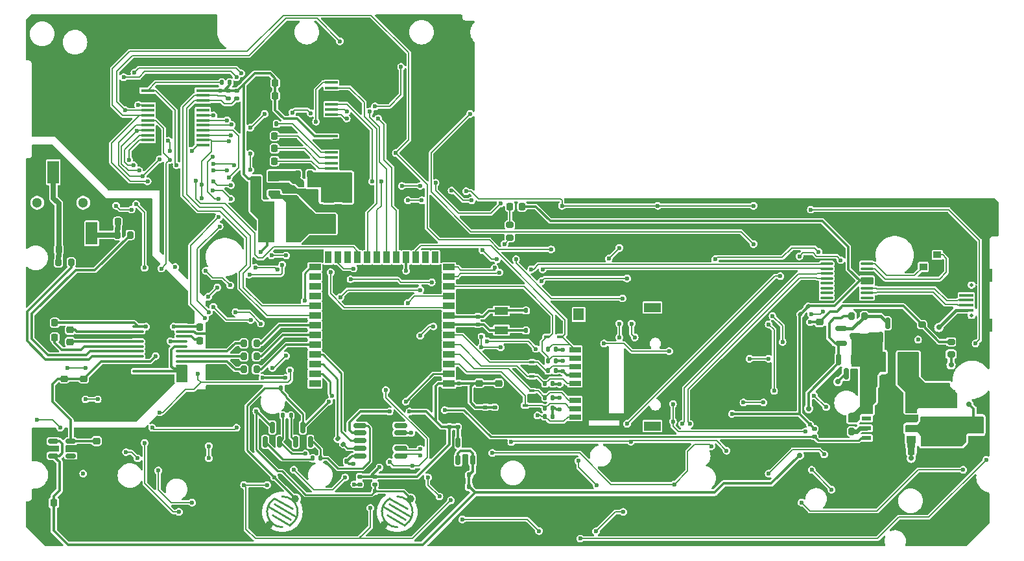
<source format=gtl>
%TF.GenerationSoftware,KiCad,Pcbnew,8.0.5-8.0.5-0~ubuntu24.04.1*%
%TF.CreationDate,2024-10-22T00:13:01+08:00*%
%TF.ProjectId,EL6170_Pro_Max_Plus,454c3631-3730-45f5-9072-6f5f4d61785f,rev?*%
%TF.SameCoordinates,Original*%
%TF.FileFunction,Copper,L1,Top*%
%TF.FilePolarity,Positive*%
%FSLAX46Y46*%
G04 Gerber Fmt 4.6, Leading zero omitted, Abs format (unit mm)*
G04 Created by KiCad (PCBNEW 8.0.5-8.0.5-0~ubuntu24.04.1) date 2024-10-22 00:13:01*
%MOMM*%
%LPD*%
G01*
G04 APERTURE LIST*
G04 Aperture macros list*
%AMRoundRect*
0 Rectangle with rounded corners*
0 $1 Rounding radius*
0 $2 $3 $4 $5 $6 $7 $8 $9 X,Y pos of 4 corners*
0 Add a 4 corners polygon primitive as box body*
4,1,4,$2,$3,$4,$5,$6,$7,$8,$9,$2,$3,0*
0 Add four circle primitives for the rounded corners*
1,1,$1+$1,$2,$3*
1,1,$1+$1,$4,$5*
1,1,$1+$1,$6,$7*
1,1,$1+$1,$8,$9*
0 Add four rect primitives between the rounded corners*
20,1,$1+$1,$2,$3,$4,$5,0*
20,1,$1+$1,$4,$5,$6,$7,0*
20,1,$1+$1,$6,$7,$8,$9,0*
20,1,$1+$1,$8,$9,$2,$3,0*%
G04 Aperture macros list end*
%TA.AperFunction,Conductor*%
%ADD10C,0.200000*%
%TD*%
%TA.AperFunction,Conductor*%
%ADD11C,0.210000*%
%TD*%
%TA.AperFunction,Conductor*%
%ADD12C,0.074800*%
%TD*%
%TA.AperFunction,EtchedComponent*%
%ADD13C,0.280000*%
%TD*%
%TA.AperFunction,SMDPad,CuDef*%
%ADD14RoundRect,0.140000X0.140000X0.170000X-0.140000X0.170000X-0.140000X-0.170000X0.140000X-0.170000X0*%
%TD*%
%TA.AperFunction,SMDPad,CuDef*%
%ADD15RoundRect,0.135000X0.135000X0.185000X-0.135000X0.185000X-0.135000X-0.185000X0.135000X-0.185000X0*%
%TD*%
%TA.AperFunction,SMDPad,CuDef*%
%ADD16R,2.000000X2.000000*%
%TD*%
%TA.AperFunction,SMDPad,CuDef*%
%ADD17RoundRect,0.200000X0.200000X0.275000X-0.200000X0.275000X-0.200000X-0.275000X0.200000X-0.275000X0*%
%TD*%
%TA.AperFunction,SMDPad,CuDef*%
%ADD18RoundRect,0.140000X0.219203X0.021213X0.021213X0.219203X-0.219203X-0.021213X-0.021213X-0.219203X0*%
%TD*%
%TA.AperFunction,SMDPad,CuDef*%
%ADD19RoundRect,0.150000X0.150000X-0.587500X0.150000X0.587500X-0.150000X0.587500X-0.150000X-0.587500X0*%
%TD*%
%TA.AperFunction,SMDPad,CuDef*%
%ADD20RoundRect,0.225000X0.225000X0.250000X-0.225000X0.250000X-0.225000X-0.250000X0.225000X-0.250000X0*%
%TD*%
%TA.AperFunction,SMDPad,CuDef*%
%ADD21RoundRect,0.140000X-0.170000X0.140000X-0.170000X-0.140000X0.170000X-0.140000X0.170000X0.140000X0*%
%TD*%
%TA.AperFunction,SMDPad,CuDef*%
%ADD22RoundRect,0.100000X-0.637500X-0.100000X0.637500X-0.100000X0.637500X0.100000X-0.637500X0.100000X0*%
%TD*%
%TA.AperFunction,SMDPad,CuDef*%
%ADD23RoundRect,0.225000X-0.225000X-0.250000X0.225000X-0.250000X0.225000X0.250000X-0.225000X0.250000X0*%
%TD*%
%TA.AperFunction,SMDPad,CuDef*%
%ADD24RoundRect,0.135000X-0.185000X0.135000X-0.185000X-0.135000X0.185000X-0.135000X0.185000X0.135000X0*%
%TD*%
%TA.AperFunction,SMDPad,CuDef*%
%ADD25RoundRect,0.225000X0.250000X-0.225000X0.250000X0.225000X-0.250000X0.225000X-0.250000X-0.225000X0*%
%TD*%
%TA.AperFunction,SMDPad,CuDef*%
%ADD26RoundRect,0.140000X-0.140000X-0.170000X0.140000X-0.170000X0.140000X0.170000X-0.140000X0.170000X0*%
%TD*%
%TA.AperFunction,SMDPad,CuDef*%
%ADD27RoundRect,0.225000X-0.250000X0.225000X-0.250000X-0.225000X0.250000X-0.225000X0.250000X0.225000X0*%
%TD*%
%TA.AperFunction,SMDPad,CuDef*%
%ADD28R,1.600000X0.700000*%
%TD*%
%TA.AperFunction,SMDPad,CuDef*%
%ADD29R,1.600000X1.200000*%
%TD*%
%TA.AperFunction,SMDPad,CuDef*%
%ADD30R,2.200000X1.200000*%
%TD*%
%TA.AperFunction,SMDPad,CuDef*%
%ADD31R,1.400000X1.600000*%
%TD*%
%TA.AperFunction,SMDPad,CuDef*%
%ADD32RoundRect,0.200000X-0.200000X-0.275000X0.200000X-0.275000X0.200000X0.275000X-0.200000X0.275000X0*%
%TD*%
%TA.AperFunction,SMDPad,CuDef*%
%ADD33RoundRect,0.135000X-0.135000X-0.185000X0.135000X-0.185000X0.135000X0.185000X-0.135000X0.185000X0*%
%TD*%
%TA.AperFunction,SMDPad,CuDef*%
%ADD34RoundRect,0.050000X0.300000X-0.150000X0.300000X0.150000X-0.300000X0.150000X-0.300000X-0.150000X0*%
%TD*%
%TA.AperFunction,SMDPad,CuDef*%
%ADD35RoundRect,0.150000X0.150000X-0.512500X0.150000X0.512500X-0.150000X0.512500X-0.150000X-0.512500X0*%
%TD*%
%TA.AperFunction,SMDPad,CuDef*%
%ADD36RoundRect,0.135000X0.226274X0.035355X0.035355X0.226274X-0.226274X-0.035355X-0.035355X-0.226274X0*%
%TD*%
%TA.AperFunction,SMDPad,CuDef*%
%ADD37RoundRect,0.150000X-0.512500X-0.150000X0.512500X-0.150000X0.512500X0.150000X-0.512500X0.150000X0*%
%TD*%
%TA.AperFunction,SMDPad,CuDef*%
%ADD38R,4.300000X2.400000*%
%TD*%
%TA.AperFunction,SMDPad,CuDef*%
%ADD39RoundRect,0.050000X-0.300000X0.150000X-0.300000X-0.150000X0.300000X-0.150000X0.300000X0.150000X0*%
%TD*%
%TA.AperFunction,ComponentPad*%
%ADD40C,1.300000*%
%TD*%
%TA.AperFunction,SMDPad,CuDef*%
%ADD41R,1.500000X3.000000*%
%TD*%
%TA.AperFunction,SMDPad,CuDef*%
%ADD42RoundRect,0.250000X-0.650000X1.000000X-0.650000X-1.000000X0.650000X-1.000000X0.650000X1.000000X0*%
%TD*%
%TA.AperFunction,SMDPad,CuDef*%
%ADD43RoundRect,0.150000X-0.150000X0.587500X-0.150000X-0.587500X0.150000X-0.587500X0.150000X0.587500X0*%
%TD*%
%TA.AperFunction,SMDPad,CuDef*%
%ADD44RoundRect,0.200000X-0.275000X0.200000X-0.275000X-0.200000X0.275000X-0.200000X0.275000X0.200000X0*%
%TD*%
%TA.AperFunction,SMDPad,CuDef*%
%ADD45RoundRect,0.150000X-0.587500X-0.150000X0.587500X-0.150000X0.587500X0.150000X-0.587500X0.150000X0*%
%TD*%
%TA.AperFunction,SMDPad,CuDef*%
%ADD46RoundRect,0.140000X0.170000X-0.140000X0.170000X0.140000X-0.170000X0.140000X-0.170000X-0.140000X0*%
%TD*%
%TA.AperFunction,ComponentPad*%
%ADD47C,0.500000*%
%TD*%
%TA.AperFunction,SMDPad,CuDef*%
%ADD48R,1.850000X0.400000*%
%TD*%
%TA.AperFunction,SMDPad,CuDef*%
%ADD49R,1.300000X1.720000*%
%TD*%
%TA.AperFunction,SMDPad,CuDef*%
%ADD50R,0.900000X1.620000*%
%TD*%
%TA.AperFunction,SMDPad,CuDef*%
%ADD51C,1.000000*%
%TD*%
%TA.AperFunction,SMDPad,CuDef*%
%ADD52R,1.000000X0.900000*%
%TD*%
%TA.AperFunction,SMDPad,CuDef*%
%ADD53RoundRect,0.150000X0.687500X0.150000X-0.687500X0.150000X-0.687500X-0.150000X0.687500X-0.150000X0*%
%TD*%
%TA.AperFunction,HeatsinkPad*%
%ADD54R,2.100000X3.300000*%
%TD*%
%TA.AperFunction,SMDPad,CuDef*%
%ADD55RoundRect,0.100000X-0.712500X-0.100000X0.712500X-0.100000X0.712500X0.100000X-0.712500X0.100000X0*%
%TD*%
%TA.AperFunction,SMDPad,CuDef*%
%ADD56RoundRect,0.200000X0.275000X-0.200000X0.275000X0.200000X-0.275000X0.200000X-0.275000X-0.200000X0*%
%TD*%
%TA.AperFunction,SMDPad,CuDef*%
%ADD57RoundRect,0.250000X-1.000000X-0.650000X1.000000X-0.650000X1.000000X0.650000X-1.000000X0.650000X0*%
%TD*%
%TA.AperFunction,SMDPad,CuDef*%
%ADD58R,1.900000X5.300000*%
%TD*%
%TA.AperFunction,SMDPad,CuDef*%
%ADD59R,1.750000X0.450000*%
%TD*%
%TA.AperFunction,SMDPad,CuDef*%
%ADD60RoundRect,0.218750X-0.218750X-0.256250X0.218750X-0.256250X0.218750X0.256250X-0.218750X0.256250X0*%
%TD*%
%TA.AperFunction,SMDPad,CuDef*%
%ADD61R,1.500000X0.900000*%
%TD*%
%TA.AperFunction,SMDPad,CuDef*%
%ADD62R,0.900000X1.500000*%
%TD*%
%TA.AperFunction,HeatsinkPad*%
%ADD63C,0.600000*%
%TD*%
%TA.AperFunction,SMDPad,CuDef*%
%ADD64R,3.900000X3.900000*%
%TD*%
%TA.AperFunction,SMDPad,CuDef*%
%ADD65RoundRect,0.135000X0.185000X-0.135000X0.185000X0.135000X-0.185000X0.135000X-0.185000X-0.135000X0*%
%TD*%
%TA.AperFunction,SMDPad,CuDef*%
%ADD66R,1.800000X0.400000*%
%TD*%
%TA.AperFunction,SMDPad,CuDef*%
%ADD67R,1.200000X0.600000*%
%TD*%
%TA.AperFunction,SMDPad,CuDef*%
%ADD68R,2.400000X3.300000*%
%TD*%
%TA.AperFunction,SMDPad,CuDef*%
%ADD69RoundRect,0.150000X0.512500X0.150000X-0.512500X0.150000X-0.512500X-0.150000X0.512500X-0.150000X0*%
%TD*%
%TA.AperFunction,SMDPad,CuDef*%
%ADD70RoundRect,0.250000X-0.250000X-0.475000X0.250000X-0.475000X0.250000X0.475000X-0.250000X0.475000X0*%
%TD*%
%TA.AperFunction,SMDPad,CuDef*%
%ADD71R,1.800000X1.000000*%
%TD*%
%TA.AperFunction,ViaPad*%
%ADD72C,0.600000*%
%TD*%
%TA.AperFunction,ViaPad*%
%ADD73C,0.700000*%
%TD*%
%TA.AperFunction,Conductor*%
%ADD74C,0.360000*%
%TD*%
%TA.AperFunction,Conductor*%
%ADD75C,0.300000*%
%TD*%
%TA.AperFunction,Conductor*%
%ADD76C,0.320000*%
%TD*%
%TA.AperFunction,Conductor*%
%ADD77C,0.400000*%
%TD*%
%TA.AperFunction,Conductor*%
%ADD78C,0.220000*%
%TD*%
%TA.AperFunction,Conductor*%
%ADD79C,0.700000*%
%TD*%
%TA.AperFunction,Conductor*%
%ADD80C,0.240000*%
%TD*%
%TA.AperFunction,Conductor*%
%ADD81C,0.380000*%
%TD*%
%TA.AperFunction,Conductor*%
%ADD82C,0.600000*%
%TD*%
G04 APERTURE END LIST*
D10*
%TO.N,Net-(D3-A)*%
X125650000Y-86500000D02*
X125850000Y-86700000D01*
X127800000Y-86700000D01*
X128600000Y-87500000D01*
X126550000Y-87500000D01*
X126050000Y-87000000D01*
X124650000Y-87000000D01*
X124250000Y-86600000D01*
X124250000Y-86100000D01*
X125650000Y-86100000D01*
X125650000Y-86500000D01*
%TA.AperFunction,Conductor*%
G36*
X125650000Y-86500000D02*
G01*
X125850000Y-86700000D01*
X127800000Y-86700000D01*
X128600000Y-87500000D01*
X126550000Y-87500000D01*
X126050000Y-87000000D01*
X124650000Y-87000000D01*
X124250000Y-86600000D01*
X124250000Y-86100000D01*
X125650000Y-86100000D01*
X125650000Y-86500000D01*
G37*
%TD.AperFunction*%
%TO.N,Net-(D5-A)*%
X209050000Y-110350000D02*
X209900000Y-111200000D01*
X213100000Y-111200000D01*
X213100000Y-111650000D01*
X214050000Y-112600000D01*
X214050000Y-114400000D01*
X208800000Y-114400000D01*
X208800000Y-115000000D01*
X207400000Y-115000000D01*
X207400000Y-112300000D01*
X206400000Y-111350000D01*
X206400000Y-107200000D01*
X209050000Y-107200000D01*
X209050000Y-110350000D01*
%TA.AperFunction,Conductor*%
G36*
X209050000Y-110350000D02*
G01*
X209900000Y-111200000D01*
X213100000Y-111200000D01*
X213100000Y-111650000D01*
X214050000Y-112600000D01*
X214050000Y-114400000D01*
X208800000Y-114400000D01*
X208800000Y-115000000D01*
X207400000Y-115000000D01*
X207400000Y-112300000D01*
X206400000Y-111350000D01*
X206400000Y-107200000D01*
X209050000Y-107200000D01*
X209050000Y-110350000D01*
G37*
%TD.AperFunction*%
%TO.N,/USB5V*%
X208604150Y-118700000D02*
X208456642Y-119873947D01*
X207756332Y-119873846D01*
X207604150Y-118700000D01*
X207604150Y-118160000D01*
X208604150Y-118160000D01*
X208604150Y-118700000D01*
%TA.AperFunction,Conductor*%
G36*
X208604150Y-118700000D02*
G01*
X208456642Y-119873947D01*
X207756332Y-119873846D01*
X207604150Y-118700000D01*
X207604150Y-118160000D01*
X208604150Y-118160000D01*
X208604150Y-118700000D01*
G37*
%TD.AperFunction*%
%TO.N,+3V3*%
X123150000Y-87150000D02*
X123500000Y-87500000D01*
X124850000Y-87500000D01*
X124850000Y-92650000D01*
X122950000Y-92650000D01*
X122950000Y-89750000D01*
X121900000Y-88700000D01*
X121900000Y-84200000D01*
X123150000Y-84200000D01*
X123150000Y-87150000D01*
%TA.AperFunction,Conductor*%
G36*
X123150000Y-87150000D02*
G01*
X123500000Y-87500000D01*
X124850000Y-87500000D01*
X124850000Y-92650000D01*
X122950000Y-92650000D01*
X122950000Y-89750000D01*
X121900000Y-88700000D01*
X121900000Y-84200000D01*
X123150000Y-84200000D01*
X123150000Y-87150000D01*
G37*
%TD.AperFunction*%
%TO.N,/BAT5V*%
X204700000Y-109650000D02*
X204050000Y-109650000D01*
X203600000Y-110100000D01*
X203600000Y-111550000D01*
X203400000Y-111750000D01*
X203400000Y-113600000D01*
X203000000Y-114000000D01*
X203000000Y-115050000D01*
X201500000Y-115050000D01*
X201500000Y-107200000D01*
X204700000Y-107200000D01*
X204700000Y-109650000D01*
%TA.AperFunction,Conductor*%
G36*
X204700000Y-109650000D02*
G01*
X204050000Y-109650000D01*
X203600000Y-110100000D01*
X203600000Y-111550000D01*
X203400000Y-111750000D01*
X203400000Y-113600000D01*
X203000000Y-114000000D01*
X203000000Y-115050000D01*
X201500000Y-115050000D01*
X201500000Y-107200000D01*
X204700000Y-107200000D01*
X204700000Y-109650000D01*
G37*
%TD.AperFunction*%
%TO.N,GND*%
D11*
X112240000Y-108900000D02*
X113490000Y-108900000D01*
X113490000Y-109700000D01*
X112240000Y-109700000D01*
X112240000Y-108900000D01*
%TA.AperFunction,Conductor*%
G36*
X112240000Y-108900000D02*
G01*
X113490000Y-108900000D01*
X113490000Y-109700000D01*
X112240000Y-109700000D01*
X112240000Y-108900000D01*
G37*
%TD.AperFunction*%
%TO.N,/BAT5V*%
D10*
X200350000Y-107100000D02*
X202000000Y-107100000D01*
X202000000Y-108950000D01*
X200350000Y-108950000D01*
X200350000Y-107100000D01*
%TA.AperFunction,Conductor*%
G36*
X200350000Y-107100000D02*
G01*
X202000000Y-107100000D01*
X202000000Y-108950000D01*
X200350000Y-108950000D01*
X200350000Y-107100000D01*
G37*
%TD.AperFunction*%
%TO.N,GND*%
X113490000Y-111000000D02*
X112240000Y-111000000D01*
X112240000Y-108900000D01*
X113490000Y-108900000D01*
X113490000Y-111000000D01*
%TA.AperFunction,Conductor*%
G36*
X113490000Y-111000000D02*
G01*
X112240000Y-111000000D01*
X112240000Y-108900000D01*
X113490000Y-108900000D01*
X113490000Y-111000000D01*
G37*
%TD.AperFunction*%
%TO.N,/BAT5V*%
X201500000Y-115050000D02*
X200690000Y-115050000D01*
X201500000Y-114240000D01*
X201500000Y-115050000D01*
%TA.AperFunction,Conductor*%
G36*
X201500000Y-115050000D02*
G01*
X200690000Y-115050000D01*
X201500000Y-114240000D01*
X201500000Y-115050000D01*
G37*
%TD.AperFunction*%
%TO.N,+3V3*%
D12*
X201550000Y-97500000D02*
X203100000Y-97500000D01*
X203100000Y-98100000D01*
X201550000Y-98100000D01*
X201550000Y-97500000D01*
%TA.AperFunction,Conductor*%
G36*
X201550000Y-97500000D02*
G01*
X203100000Y-97500000D01*
X203100000Y-98100000D01*
X201550000Y-98100000D01*
X201550000Y-97500000D01*
G37*
%TD.AperFunction*%
D10*
%TO.N,Net-(U2-FB)*%
X128270000Y-84360000D02*
X128750000Y-84840000D01*
X128750000Y-85450000D01*
X128150000Y-85450000D01*
X127730000Y-85050000D01*
X127400000Y-85050000D01*
X127000000Y-84650000D01*
X125500000Y-84650000D01*
X125450000Y-84700000D01*
X124220000Y-84700000D01*
X124220000Y-83520000D01*
X128270000Y-83520000D01*
X128270000Y-84360000D01*
%TA.AperFunction,Conductor*%
G36*
X128270000Y-84360000D02*
G01*
X128750000Y-84840000D01*
X128750000Y-85450000D01*
X128150000Y-85450000D01*
X127730000Y-85050000D01*
X127400000Y-85050000D01*
X127000000Y-84650000D01*
X125500000Y-84650000D01*
X125450000Y-84700000D01*
X124220000Y-84700000D01*
X124220000Y-83520000D01*
X128270000Y-83520000D01*
X128270000Y-84360000D01*
G37*
%TD.AperFunction*%
%TO.N,Net-(D5-A)*%
X208750000Y-114625000D02*
X209050000Y-114325000D01*
%TO.N,Net-(D3-A)*%
X130300000Y-89150000D02*
X132900000Y-89150000D01*
X132900000Y-91550000D01*
X129400000Y-91550000D01*
X128300000Y-92650000D01*
X126550000Y-92650000D01*
X126550000Y-87500000D01*
X128600000Y-87500000D01*
X130300000Y-89150000D01*
%TA.AperFunction,Conductor*%
G36*
X130300000Y-89150000D02*
G01*
X132900000Y-89150000D01*
X132900000Y-91550000D01*
X129400000Y-91550000D01*
X128300000Y-92650000D01*
X126550000Y-92650000D01*
X126550000Y-87500000D01*
X128600000Y-87500000D01*
X130300000Y-89150000D01*
G37*
%TD.AperFunction*%
%TO.N,/BAT5V*%
X203000000Y-115100000D02*
X201600000Y-115100000D01*
X201300000Y-115400000D01*
X201300000Y-115900000D01*
X201000000Y-116200000D01*
X200000000Y-116200000D01*
X200000000Y-115200000D01*
X200690000Y-115050000D01*
X203000000Y-115050000D01*
X203000000Y-115100000D01*
%TA.AperFunction,Conductor*%
G36*
X203000000Y-115100000D02*
G01*
X201600000Y-115100000D01*
X201300000Y-115400000D01*
X201300000Y-115900000D01*
X201000000Y-116200000D01*
X200000000Y-116200000D01*
X200000000Y-115200000D01*
X200690000Y-115050000D01*
X203000000Y-115050000D01*
X203000000Y-115100000D01*
G37*
%TD.AperFunction*%
%TO.N,/VBAT*%
X217450000Y-117700000D02*
X215450000Y-117700000D01*
X215200000Y-117950000D01*
X215200000Y-118850000D01*
X214700000Y-119350000D01*
X209450000Y-119350000D01*
X209450000Y-118050000D01*
X208900000Y-117500000D01*
X207400000Y-117500000D01*
X207400000Y-116700000D01*
X208900000Y-116700000D01*
X209350000Y-116250000D01*
X209350000Y-115600000D01*
X217450000Y-115600000D01*
X217450000Y-117700000D01*
%TA.AperFunction,Conductor*%
G36*
X217450000Y-117700000D02*
G01*
X215450000Y-117700000D01*
X215200000Y-117950000D01*
X215200000Y-118850000D01*
X214700000Y-119350000D01*
X209450000Y-119350000D01*
X209450000Y-118050000D01*
X208900000Y-117500000D01*
X207400000Y-117500000D01*
X207400000Y-116700000D01*
X208900000Y-116700000D01*
X209350000Y-116250000D01*
X209350000Y-115600000D01*
X217450000Y-115600000D01*
X217450000Y-117700000D01*
G37*
%TD.AperFunction*%
%TO.N,12VPP*%
X130200000Y-83850000D02*
X129900000Y-83550000D01*
X135000000Y-87500000D02*
X133900000Y-87500000D01*
X133800000Y-87450000D01*
X131100000Y-87450000D01*
X131100000Y-85500000D01*
X129350000Y-85500000D01*
X129350000Y-83700000D01*
X135000000Y-83700000D01*
X135000000Y-87500000D01*
%TA.AperFunction,Conductor*%
G36*
X135000000Y-87500000D02*
G01*
X133900000Y-87500000D01*
X133800000Y-87450000D01*
X131100000Y-87450000D01*
X131100000Y-85500000D01*
X129350000Y-85500000D01*
X129350000Y-83700000D01*
X135000000Y-83700000D01*
X135000000Y-87500000D01*
G37*
%TD.AperFunction*%
%TO.N,/BAT5V*%
X204300000Y-107100000D02*
X200400000Y-107100000D01*
X200400000Y-105500000D01*
X200200000Y-105300000D01*
X200200000Y-104800000D01*
X202400000Y-104800000D01*
X202600000Y-104600000D01*
X204300000Y-104600000D01*
X204300000Y-107100000D01*
%TA.AperFunction,Conductor*%
G36*
X204300000Y-107100000D02*
G01*
X200400000Y-107100000D01*
X200400000Y-105500000D01*
X200200000Y-105300000D01*
X200200000Y-104800000D01*
X202400000Y-104800000D01*
X202600000Y-104600000D01*
X204300000Y-104600000D01*
X204300000Y-107100000D01*
G37*
%TD.AperFunction*%
D13*
%TD*%
%TO.C,SWRST1*%
X124180000Y-127320000D02*
X127080000Y-129020000D01*
%TO.C,SWRST1*%
X124700000Y-128400000D02*
X126999445Y-129732371D01*
X124920000Y-126980000D02*
X127820000Y-128680000D01*
X125000555Y-126267629D02*
X127300000Y-127600000D01*
X126000000Y-126000000D02*
G75*
G02*
X126999445Y-129732371I0J-2000000D01*
G01*
X126000000Y-130000000D02*
G75*
G02*
X125000555Y-126267630I-2J1999999D01*
G01*
%TO.C,SWBOOT1*%
X139180000Y-127320000D02*
X142080000Y-129020000D01*
X139700000Y-128400000D02*
X141999445Y-129732371D01*
X139920000Y-126980000D02*
X142820000Y-128680000D01*
X140000555Y-126267629D02*
X142300000Y-127600000D01*
X141000000Y-126000000D02*
G75*
G02*
X141999445Y-129732371I0J-2000000D01*
G01*
X141000000Y-130000000D02*
G75*
G02*
X140000555Y-126267630I-2J1999999D01*
G01*
%TD*%
D14*
%TO.P,C48,1*%
%TO.N,GND*%
X158780000Y-101700000D03*
%TO.P,C48,2*%
%TO.N,Net-(U13-IO16)*%
X157820000Y-101700000D03*
%TD*%
D15*
%TO.P,R24,1*%
%TO.N,+3V3*%
X161310000Y-115550000D03*
%TO.P,R24,2*%
%TO.N,CARD_DET*%
X160290000Y-115550000D03*
%TD*%
D16*
%TO.P,BAT+,1*%
%TO.N,/VBAT*%
X216400000Y-116650000D03*
%TD*%
D17*
%TO.P,R23,1*%
%TO.N,Net-(U11-PROG)*%
X200325000Y-117500000D03*
%TO.P,R23,2*%
%TO.N,GND*%
X198675000Y-117500000D03*
%TD*%
D14*
%TO.P,C47,1*%
%TO.N,GND*%
X158780000Y-104300000D03*
%TO.P,C47,2*%
%TO.N,Net-(U13-IO15)*%
X157820000Y-104300000D03*
%TD*%
D18*
%TO.P,C25,1*%
%TO.N,+3V3*%
X194589411Y-101189411D03*
%TO.P,C25,2*%
%TO.N,GND*%
X193910589Y-100510589D03*
%TD*%
D15*
%TO.P,R30,1*%
%TO.N,+3V3*%
X161710000Y-106750000D03*
%TO.P,R30,2*%
%TO.N,GPIO9*%
X160690000Y-106750000D03*
%TD*%
D19*
%TO.P,Q3,1,G*%
%TO.N,/BAT5V*%
X204100000Y-105237500D03*
%TO.P,Q3,2,S*%
%TO.N,GND*%
X206000000Y-105237500D03*
%TO.P,Q3,3,D*%
%TO.N,Net-(Q3-D)*%
X205050000Y-103362500D03*
%TD*%
D20*
%TO.P,C7,1*%
%TO.N,Net-(SH1-VSL)*%
X124975000Y-78850000D03*
%TO.P,C7,2*%
%TO.N,GND*%
X123425000Y-78850000D03*
%TD*%
D21*
%TO.P,C44,1*%
%TO.N,+3V3*%
X152500000Y-114320000D03*
%TO.P,C44,2*%
%TO.N,GND*%
X152500000Y-115280000D03*
%TD*%
D22*
%TO.P,U9,1,CPVDD*%
%TO.N,XSMT*%
X107137500Y-103775000D03*
%TO.P,U9,2,CAPP*%
%TO.N,Net-(U9-CAPP)*%
X107137500Y-104425000D03*
%TO.P,U9,3,CPGND*%
%TO.N,AGND*%
X107137500Y-105075000D03*
%TO.P,U9,4,CAPM*%
%TO.N,Net-(U9-CAPM)*%
X107137500Y-105725000D03*
%TO.P,U9,5,VNEG*%
%TO.N,Net-(U9-VNEG)*%
X107137500Y-106375000D03*
%TO.P,U9,6,OUTL*%
%TO.N,Net-(U9-OUTL)*%
X107137500Y-107025000D03*
%TO.P,U9,7,OUTR*%
%TO.N,Net-(U9-OUTR)*%
X107137500Y-107675000D03*
%TO.P,U9,8,AVDD*%
%TO.N,XSMT*%
X107137500Y-108325000D03*
%TO.P,U9,9,AGND*%
%TO.N,AGND*%
X107137500Y-108975000D03*
%TO.P,U9,10,DEMP*%
%TO.N,GND*%
X107137500Y-109625000D03*
%TO.P,U9,11,FLT*%
X112862500Y-109625000D03*
%TO.P,U9,12,SCK*%
X112862500Y-108975000D03*
%TO.P,U9,13,BCK*%
%TO.N,Net-(U9-BCK)*%
X112862500Y-108325000D03*
%TO.P,U9,14,DIN*%
%TO.N,Net-(U9-DIN)*%
X112862500Y-107675000D03*
%TO.P,U9,15,LRCK*%
%TO.N,Net-(U9-LRCK)*%
X112862500Y-107025000D03*
%TO.P,U9,16,FMT*%
%TO.N,GND*%
X112862500Y-106375000D03*
%TO.P,U9,17,XSMT*%
%TO.N,XSMT*%
X112862500Y-105725000D03*
%TO.P,U9,18,LDOO*%
%TO.N,Net-(U9-LDOO)*%
X112862500Y-105075000D03*
%TO.P,U9,19,DGND*%
%TO.N,GND*%
X112862500Y-104425000D03*
%TO.P,U9,20,DVDD*%
%TO.N,XSMT*%
X112862500Y-103775000D03*
%TD*%
D23*
%TO.P,C4,1*%
%TO.N,12VPP*%
X134625000Y-87100000D03*
%TO.P,C4,2*%
%TO.N,GND*%
X136175000Y-87100000D03*
%TD*%
D24*
%TO.P,R25,1*%
%TO.N,+3V3*%
X120000000Y-72990000D03*
%TO.P,R25,2*%
%TO.N,GPIO38*%
X120000000Y-74010000D03*
%TD*%
D23*
%TO.P,C3,1*%
%TO.N,12VPP*%
X134625000Y-85425000D03*
%TO.P,C3,2*%
%TO.N,GND*%
X136175000Y-85425000D03*
%TD*%
D25*
%TO.P,C34,1*%
%TO.N,AGND*%
X100062500Y-112150000D03*
%TO.P,C34,2*%
%TO.N,XSMT*%
X100062500Y-110600000D03*
%TD*%
D26*
%TO.P,C20,1*%
%TO.N,CHIP_PU*%
X125820000Y-111800000D03*
%TO.P,C20,2*%
%TO.N,GND*%
X126780000Y-111800000D03*
%TD*%
D27*
%TO.P,C40,1*%
%TO.N,/VBAT*%
X213900000Y-118925000D03*
%TO.P,C40,2*%
%TO.N,GND*%
X213900000Y-120475000D03*
%TD*%
D28*
%TO.P,J2,1,DAT2*%
%TO.N,GPIO9*%
X164200000Y-106800000D03*
%TO.P,J2,2,DAT3/CD*%
%TO.N,GPIO8*%
X164200000Y-107900000D03*
%TO.P,J2,3,CMD/SDI*%
%TO.N,GPIO7*%
X164200000Y-109000000D03*
%TO.P,J2,4,VDD*%
%TO.N,+3V3*%
X164200000Y-110100000D03*
%TO.P,J2,5,CLK/SCK*%
%TO.N,GPIO6*%
X164200000Y-111200000D03*
%TO.P,J2,6,VSS*%
%TO.N,GND*%
X164200000Y-112300000D03*
%TO.P,J2,7,DAT0/SDO*%
%TO.N,GPIO5*%
X164200000Y-113400000D03*
%TO.P,J2,8,DAT1*%
%TO.N,GPIO4*%
X164200000Y-114500000D03*
%TO.P,J2,9,~{DET}*%
%TO.N,CARD_DET*%
X164200000Y-115600000D03*
D29*
%TO.P,J2,10,SHIELD*%
%TO.N,GND*%
X164800000Y-116800000D03*
D30*
%TO.P,J2,11*%
%TO.N,N/C*%
X174300000Y-116800000D03*
%TO.P,J2,12*%
X174300000Y-101300000D03*
D31*
%TO.P,J2,13*%
X164700000Y-102200000D03*
%TD*%
D27*
%TO.P,C46,1*%
%TO.N,BAT_SMP*%
X196150000Y-103200000D03*
%TO.P,C46,2*%
%TO.N,GND*%
X196150000Y-104750000D03*
%TD*%
D32*
%TO.P,R17,1*%
%TO.N,Net-(U9-BCK)*%
X120975000Y-109380000D03*
%TO.P,R17,2*%
%TO.N,GPIO42*%
X122625000Y-109380000D03*
%TD*%
D33*
%TO.P,R9,1*%
%TO.N,DTR*%
X126090000Y-115400000D03*
%TO.P,R9,2*%
%TO.N,Net-(Q2-B)*%
X127110000Y-115400000D03*
%TD*%
D14*
%TO.P,C16,1*%
%TO.N,+5V*%
X150380000Y-124700000D03*
%TO.P,C16,2*%
%TO.N,GND*%
X149420000Y-124700000D03*
%TD*%
D17*
%TO.P,R12,1*%
%TO.N,12VPP*%
X129625000Y-83900000D03*
%TO.P,R12,2*%
%TO.N,Net-(U2-FB)*%
X127975000Y-83900000D03*
%TD*%
D27*
%TO.P,C35,1*%
%TO.N,XSMT*%
X97500000Y-110600000D03*
%TO.P,C35,2*%
%TO.N,AGND*%
X97500000Y-112150000D03*
%TD*%
%TO.P,C41,1*%
%TO.N,/VBAT*%
X212100000Y-118925000D03*
%TO.P,C41,2*%
%TO.N,GND*%
X212100000Y-120475000D03*
%TD*%
D34*
%TO.P,D8,1,1*%
%TO.N,GND*%
X158600000Y-112900000D03*
%TO.P,D8,2,2*%
%TO.N,GPIO5*%
X158600000Y-112200000D03*
%TD*%
D35*
%TO.P,U5,1,V_{IN}*%
%TO.N,+5V*%
X148950000Y-121187500D03*
%TO.P,U5,2,V_{SS}*%
%TO.N,GND*%
X149900000Y-121187500D03*
%TO.P,U5,3,CE*%
%TO.N,+5V*%
X150850000Y-121187500D03*
%TO.P,U5,4,NC*%
%TO.N,GND*%
X150850000Y-118912500D03*
%TO.P,U5,5,V_{OUT}*%
%TO.N,+3V3*%
X148950000Y-118912500D03*
%TD*%
D24*
%TO.P,R6,1*%
%TO.N,+3V3*%
X138100000Y-123390000D03*
%TO.P,R6,2*%
%TO.N,GPIO0*%
X138100000Y-124410000D03*
%TD*%
D27*
%TO.P,C29,1*%
%TO.N,Net-(U9-CAPP)*%
X98300000Y-104225000D03*
%TO.P,C29,2*%
%TO.N,Net-(U9-CAPM)*%
X98300000Y-105775000D03*
%TD*%
D36*
%TO.P,R7,1*%
%TO.N,340_RX*%
X133960624Y-119160624D03*
%TO.P,R7,2*%
%TO.N,U0TX*%
X133239376Y-118439376D03*
%TD*%
D24*
%TO.P,R32,1*%
%TO.N,+3V3*%
X118900000Y-72990000D03*
%TO.P,R32,2*%
%TO.N,GPIO39*%
X118900000Y-74010000D03*
%TD*%
D37*
%TO.P,U10,1,V_{IN}*%
%TO.N,+5V*%
X96114545Y-118773345D03*
%TO.P,U10,2,V_{SS}*%
%TO.N,GND*%
X96114545Y-119723345D03*
%TO.P,U10,3,CE*%
%TO.N,+5V*%
X96114545Y-120673345D03*
%TO.P,U10,4,NC*%
%TO.N,unconnected-(U10-NC-Pad4)*%
X98389545Y-120673345D03*
%TO.P,U10,5,V_{OUT}*%
%TO.N,XSMT*%
X98389545Y-118773345D03*
%TD*%
D15*
%TO.P,R8,1*%
%TO.N,RTS*%
X131000000Y-121000000D03*
%TO.P,R8,2*%
%TO.N,Net-(Q1-B)*%
X129980000Y-121000000D03*
%TD*%
D27*
%TO.P,C42,1*%
%TO.N,/VBAT*%
X210300000Y-118925000D03*
%TO.P,C42,2*%
%TO.N,GND*%
X210300000Y-120475000D03*
%TD*%
D38*
%TO.P,L6,1,1*%
%TO.N,Net-(D5-A)*%
X211700000Y-113300000D03*
%TO.P,L6,2,2*%
%TO.N,/VBAT*%
X211700000Y-116700000D03*
%TD*%
D39*
%TO.P,D10,1,1*%
%TO.N,GND*%
X162200000Y-104450000D03*
%TO.P,D10,2,2*%
%TO.N,GPIO9*%
X162200000Y-105150000D03*
%TD*%
D34*
%TO.P,D7,1,1*%
%TO.N,GND*%
X158600000Y-111000000D03*
%TO.P,D7,2,2*%
%TO.N,GPIO6*%
X158600000Y-110300000D03*
%TD*%
D24*
%TO.P,R5,1*%
%TO.N,+3V3*%
X136100000Y-123390000D03*
%TO.P,R5,2*%
%TO.N,CHIP_PU*%
X136100000Y-124410000D03*
%TD*%
D40*
%TO.P,Audio1,*%
%TO.N,*%
X94000000Y-87600000D03*
X100000000Y-87600000D03*
D41*
%TO.P,Audio1,1,1*%
%TO.N,AGND*%
X94100000Y-91600000D03*
%TO.P,Audio1,2,2*%
%TO.N,ROUT*%
X96100000Y-83600000D03*
%TO.P,Audio1,3,3*%
%TO.N,LOUT*%
X101100000Y-91600000D03*
%TD*%
D42*
%TO.P,D3,1,K*%
%TO.N,12VPP*%
X132100000Y-86325000D03*
%TO.P,D3,2,A*%
%TO.N,Net-(D3-A)*%
X132100000Y-90325000D03*
%TD*%
D32*
%TO.P,R13,1*%
%TO.N,LOUT*%
X104475000Y-91800000D03*
%TO.P,R13,2*%
%TO.N,Net-(U9-OUTL)*%
X106125000Y-91800000D03*
%TD*%
D18*
%TO.P,C24,1*%
%TO.N,+3V3*%
X193639411Y-102139411D03*
%TO.P,C24,2*%
%TO.N,GND*%
X192960589Y-101460589D03*
%TD*%
D43*
%TO.P,Q4,1,G*%
%TO.N,/BAT5V*%
X200550000Y-108062500D03*
%TO.P,Q4,2,S*%
%TO.N,+5V*%
X198650000Y-108062500D03*
%TO.P,Q4,3,D*%
%TO.N,/USB5V*%
X199600000Y-109937500D03*
%TD*%
D44*
%TO.P,R34,1*%
%TO.N,BAT_SMP*%
X213300000Y-105775000D03*
%TO.P,R34,2*%
%TO.N,/VBAT*%
X213300000Y-107425000D03*
%TD*%
D15*
%TO.P,R26,1*%
%TO.N,+3V3*%
X161710000Y-109550000D03*
%TO.P,R26,2*%
%TO.N,GPIO7*%
X160690000Y-109550000D03*
%TD*%
D33*
%TO.P,R1,1*%
%TO.N,GND*%
X124190000Y-77300000D03*
%TO.P,R1,2*%
%TO.N,Net-(SH1-IREF)*%
X125210000Y-77300000D03*
%TD*%
D45*
%TO.P,Q5,1,G*%
%TO.N,Net-(Q3-D)*%
X198962500Y-104050000D03*
%TO.P,Q5,2,S*%
%TO.N,+5V*%
X198962500Y-105950000D03*
%TO.P,Q5,3,D*%
%TO.N,/BAT5V*%
X200837500Y-105000000D03*
%TD*%
D46*
%TO.P,C18,1*%
%TO.N,+3V3*%
X147800000Y-116900000D03*
%TO.P,C18,2*%
%TO.N,GND*%
X147800000Y-115940000D03*
%TD*%
D23*
%TO.P,C28,1*%
%TO.N,ROUT*%
X96825000Y-93700000D03*
%TO.P,C28,2*%
%TO.N,AGND*%
X98375000Y-93700000D03*
%TD*%
D17*
%TO.P,R21,1*%
%TO.N,/BAT5V*%
X200300000Y-115800000D03*
%TO.P,R21,2*%
%TO.N,GND*%
X198650000Y-115800000D03*
%TD*%
D21*
%TO.P,C45,1*%
%TO.N,+3V3*%
X153700000Y-114320000D03*
%TO.P,C45,2*%
%TO.N,GND*%
X153700000Y-115280000D03*
%TD*%
D20*
%TO.P,C1,1*%
%TO.N,+3V3*%
X125075000Y-71950000D03*
%TO.P,C1,2*%
%TO.N,GND*%
X123525000Y-71950000D03*
%TD*%
D47*
%TO.P,USB1,*%
%TO.N,*%
X215970000Y-102330000D03*
X215970000Y-98330000D03*
D48*
%TO.P,USB1,1,VBUS*%
%TO.N,/USB5V*%
X215280000Y-101630000D03*
%TO.P,USB1,2,D-*%
%TO.N,USB_D-*%
X215280000Y-100980000D03*
%TO.P,USB1,3,D+*%
%TO.N,USB_D+*%
X215280000Y-100330000D03*
%TO.P,USB1,4,ID*%
%TO.N,unconnected-(USB1-ID-Pad4)*%
X215280000Y-99680000D03*
%TO.P,USB1,5,GND*%
%TO.N,GND*%
X215280000Y-99030000D03*
D49*
%TO.P,USB1,6,EH*%
X218120000Y-103570000D03*
D50*
X215760000Y-103520000D03*
X215760000Y-97140000D03*
D49*
X218120000Y-97090000D03*
%TD*%
D51*
%TO.P,SWRST1,1,1*%
%TO.N,GND*%
X124300000Y-129700000D03*
%TO.P,SWRST1,2,2*%
%TO.N,CHIP_PU*%
X127700000Y-126300000D03*
%TD*%
D23*
%TO.P,C27,1*%
%TO.N,LOUT*%
X104525000Y-90100000D03*
%TO.P,C27,2*%
%TO.N,AGND*%
X106075000Y-90100000D03*
%TD*%
D15*
%TO.P,R28,1*%
%TO.N,+3V3*%
X161310000Y-113050000D03*
%TO.P,R28,2*%
%TO.N,GPIO5*%
X160290000Y-113050000D03*
%TD*%
D23*
%TO.P,C31,1*%
%TO.N,AGND*%
X94725000Y-103300000D03*
%TO.P,C31,2*%
%TO.N,XSMT*%
X96275000Y-103300000D03*
%TD*%
D52*
%TO.P,X2,1,1*%
%TO.N,XIN*%
X209680000Y-95980000D03*
%TO.P,X2,2,GND*%
%TO.N,GND*%
X211520000Y-95980000D03*
%TO.P,X2,3,3*%
%TO.N,XOUT*%
X211520000Y-94420000D03*
%TO.P,X2,4,GND*%
%TO.N,GND*%
X209680000Y-94420000D03*
%TD*%
D32*
%TO.P,R16,1*%
%TO.N,Net-(U9-DIN)*%
X120975000Y-107680000D03*
%TO.P,R16,2*%
%TO.N,GPIO41*%
X122625000Y-107680000D03*
%TD*%
D20*
%TO.P,C6,1*%
%TO.N,Net-(SH1-VCOMH)*%
X124975000Y-80500000D03*
%TO.P,C6,2*%
%TO.N,GND*%
X123425000Y-80500000D03*
%TD*%
D53*
%TO.P,U6,1,UD+*%
%TO.N,D3+*%
X141437500Y-120700000D03*
%TO.P,U6,2,UD-*%
%TO.N,D3-*%
X141437500Y-119700000D03*
%TO.P,U6,3,GND*%
%TO.N,GND*%
X141437500Y-118700000D03*
%TO.P,U6,4,~{DTR}*%
%TO.N,DTR*%
X141437500Y-117700000D03*
%TO.P,U6,5,~{CTS}*%
%TO.N,unconnected-(U6-~{CTS}-Pad5)*%
X141437500Y-116700000D03*
%TO.P,U6,6,~{RTS}*%
%TO.N,RTS*%
X136162500Y-116700000D03*
%TO.P,U6,7,VCC*%
%TO.N,+3V3*%
X136162500Y-117700000D03*
%TO.P,U6,8,TXD*%
%TO.N,340_TX*%
X136162500Y-118700000D03*
%TO.P,U6,9,RXD*%
%TO.N,340_RX*%
X136162500Y-119700000D03*
%TO.P,U6,10,V3*%
%TO.N,+3V3*%
X136162500Y-120700000D03*
D54*
%TO.P,U6,11,GND*%
%TO.N,GND*%
X138800000Y-118700000D03*
%TD*%
D55*
%TO.P,U8,1,DM4-*%
%TO.N,D4-*%
X197050000Y-95577500D03*
%TO.P,U8,2,DP4+*%
%TO.N,D4+*%
X197050000Y-96212500D03*
%TO.P,U8,3,DM3-*%
%TO.N,D3-*%
X197050000Y-96847500D03*
%TO.P,U8,4,DP3+*%
%TO.N,D3+*%
X197050000Y-97482500D03*
%TO.P,U8,5,DM2-*%
%TO.N,unconnected-(U8-DM2--Pad5)*%
X197050000Y-98117500D03*
%TO.P,U8,6,DP2+*%
%TO.N,unconnected-(U8-DP2+-Pad6)*%
X197050000Y-98752500D03*
%TO.P,U8,7,DM1-*%
%TO.N,unconnected-(U8-DM1--Pad7)*%
X197050000Y-99387500D03*
%TO.P,U8,8,DP1+*%
%TO.N,unconnected-(U8-DP1+-Pad8)*%
X197050000Y-100022500D03*
%TO.P,U8,9,~{RESET}/CDP*%
%TO.N,unconnected-(U8-~{RESET}{slash}CDP-Pad9)*%
X202325000Y-100022500D03*
%TO.P,U8,10,DMU-*%
%TO.N,USB_D-*%
X202325000Y-99387500D03*
%TO.P,U8,11,DPU+*%
%TO.N,USB_D+*%
X202325000Y-98752500D03*
%TO.P,U8,12,V5*%
%TO.N,+3V3*%
X202325000Y-98117500D03*
%TO.P,U8,13,VDD33*%
X202325000Y-97482500D03*
%TO.P,U8,14,GND*%
%TO.N,GND*%
X202325000Y-96847500D03*
%TO.P,U8,15,XO*%
%TO.N,XOUT*%
X202325000Y-96212500D03*
%TO.P,U8,16,XI*%
%TO.N,XIN*%
X202325000Y-95577500D03*
%TD*%
D56*
%TO.P,R19,1*%
%TO.N,GND*%
X105200000Y-117425000D03*
%TO.P,R19,2*%
%TO.N,AGND*%
X105200000Y-115775000D03*
%TD*%
D14*
%TO.P,C17,1*%
%TO.N,+5V*%
X150380000Y-123200000D03*
%TO.P,C17,2*%
%TO.N,GND*%
X149420000Y-123200000D03*
%TD*%
D56*
%TO.P,R10,1*%
%TO.N,GPIO48*%
X155700568Y-92163495D03*
%TO.P,R10,2*%
%TO.N,Net-(D2-K)*%
X155700568Y-90513495D03*
%TD*%
D57*
%TO.P,D5,1,K*%
%TO.N,/BAT5V*%
X203550000Y-108300000D03*
%TO.P,D5,2,A*%
%TO.N,Net-(D5-A)*%
X207550000Y-108300000D03*
%TD*%
D20*
%TO.P,C2,1*%
%TO.N,+3V3*%
X125075000Y-73600000D03*
%TO.P,C2,2*%
%TO.N,GND*%
X123525000Y-73600000D03*
%TD*%
D16*
%TO.P,BAT-,1*%
%TO.N,GND*%
X204300000Y-120900000D03*
%TD*%
D15*
%TO.P,R33,1*%
%TO.N,+3V3*%
X119110000Y-71900000D03*
%TO.P,R33,2*%
%TO.N,GPIO21*%
X118090000Y-71900000D03*
%TD*%
D58*
%TO.P,L5,1,1*%
%TO.N,+3V3*%
X124000000Y-90100000D03*
%TO.P,L5,2,2*%
%TO.N,Net-(D3-A)*%
X127400000Y-90100000D03*
%TD*%
D32*
%TO.P,R15,1*%
%TO.N,Net-(U9-LRCK)*%
X120975000Y-105980000D03*
%TO.P,R15,2*%
%TO.N,GPIO40*%
X122625000Y-105980000D03*
%TD*%
D59*
%TO.P,U12,1,~{INT}*%
%TO.N,GPIO21*%
X108400000Y-72925000D03*
%TO.P,U12,2,A1*%
%TO.N,GND*%
X108400000Y-73575000D03*
%TO.P,U12,3,A2*%
X108400000Y-74225000D03*
%TO.P,U12,4,P0*%
%TO.N,KEY_COL0*%
X108400000Y-74875000D03*
%TO.P,U12,5,P1*%
%TO.N,KEY_COL1*%
X108400000Y-75525000D03*
%TO.P,U12,6,P2*%
%TO.N,KEY_COL2*%
X108400000Y-76175000D03*
%TO.P,U12,7,P3*%
%TO.N,KEY_COL3*%
X108400000Y-76825000D03*
%TO.P,U12,8,P4*%
%TO.N,KEY_COL4*%
X108400000Y-77475000D03*
%TO.P,U12,9,P5*%
%TO.N,KEY_COL5*%
X108400000Y-78125000D03*
%TO.P,U12,10,P6*%
%TO.N,KEY_COL6*%
X108400000Y-78775000D03*
%TO.P,U12,11,P7*%
%TO.N,KEY_COL7*%
X108400000Y-79425000D03*
%TO.P,U12,12,GND*%
%TO.N,GND*%
X108400000Y-80075000D03*
%TO.P,U12,13,P10*%
%TO.N,KEY_ROW0*%
X115600000Y-80075000D03*
%TO.P,U12,14,P11*%
%TO.N,KEY_ROW1*%
X115600000Y-79425000D03*
%TO.P,U12,15,P12*%
%TO.N,KEY_ROW2*%
X115600000Y-78775000D03*
%TO.P,U12,16,P13*%
%TO.N,KEY_ROW3*%
X115600000Y-78125000D03*
%TO.P,U12,17,P14*%
%TO.N,KEY_ROW4*%
X115600000Y-77475000D03*
%TO.P,U12,18,P15*%
%TO.N,KEY_ROW5*%
X115600000Y-76825000D03*
%TO.P,U12,19,P16*%
%TO.N,KEY_ROW6*%
X115600000Y-76175000D03*
%TO.P,U12,20,P17*%
%TO.N,unconnected-(U12-P17-Pad20)*%
X115600000Y-75525000D03*
%TO.P,U12,21,A0*%
%TO.N,GND*%
X115600000Y-74875000D03*
%TO.P,U12,22,SCL*%
%TO.N,GPIO38*%
X115600000Y-74225000D03*
%TO.P,U12,23,SDA*%
%TO.N,GPIO39*%
X115600000Y-73575000D03*
%TO.P,U12,24,VCC*%
%TO.N,+3V3*%
X115600000Y-72925000D03*
%TD*%
D32*
%TO.P,R22,1*%
%TO.N,+5V*%
X200325000Y-102400000D03*
%TO.P,R22,2*%
%TO.N,Net-(Q3-D)*%
X201975000Y-102400000D03*
%TD*%
D23*
%TO.P,C32,1*%
%TO.N,XSMT*%
X115225000Y-103900000D03*
%TO.P,C32,2*%
%TO.N,GND*%
X116775000Y-103900000D03*
%TD*%
%TO.P,C33,1*%
%TO.N,Net-(U9-LDOO)*%
X115225000Y-105600000D03*
%TO.P,C33,2*%
%TO.N,GND*%
X116775000Y-105600000D03*
%TD*%
D39*
%TO.P,D11,1,1*%
%TO.N,GND*%
X160500000Y-104450000D03*
%TO.P,D11,2,2*%
%TO.N,GPIO8*%
X160500000Y-105150000D03*
%TD*%
D60*
%TO.P,D2,1,K*%
%TO.N,Net-(D2-K)*%
X155712500Y-88100000D03*
%TO.P,D2,2,A*%
%TO.N,+3V3*%
X157287500Y-88100000D03*
%TD*%
D61*
%TO.P,U13,1,GND*%
%TO.N,GND*%
X147745606Y-112520000D03*
%TO.P,U13,2,3V3*%
%TO.N,+3V3*%
X147745606Y-111250000D03*
%TO.P,U13,3,EN*%
%TO.N,CHIP_PU*%
X147745606Y-109980000D03*
%TO.P,U13,4,IO4*%
%TO.N,GPIO4*%
X147745606Y-108710000D03*
%TO.P,U13,5,IO5*%
%TO.N,GPIO5*%
X147745606Y-107440000D03*
%TO.P,U13,6,IO6*%
%TO.N,GPIO6*%
X147745606Y-106170000D03*
%TO.P,U13,7,IO7*%
%TO.N,GPIO7*%
X147745606Y-104900000D03*
%TO.P,U13,8,IO15*%
%TO.N,Net-(U13-IO15)*%
X147745606Y-103630000D03*
%TO.P,U13,9,IO16*%
%TO.N,Net-(U13-IO16)*%
X147745606Y-102360000D03*
%TO.P,U13,10,IO17*%
%TO.N,GPIO17*%
X147745606Y-101090000D03*
%TO.P,U13,11,IO18*%
%TO.N,CARD_DET*%
X147745606Y-99820000D03*
%TO.P,U13,12,IO8*%
%TO.N,GPIO8*%
X147745606Y-98550000D03*
%TO.P,U13,13,IO19*%
%TO.N,D4-*%
X147745606Y-97280000D03*
%TO.P,U13,14,IO20*%
%TO.N,D4+*%
X147745606Y-96010000D03*
D62*
%TO.P,U13,15,IO3*%
%TO.N,GPIO3*%
X145980606Y-94760000D03*
%TO.P,U13,16,IO46*%
%TO.N,GPIO46*%
X144710606Y-94760000D03*
%TO.P,U13,17,IO9*%
%TO.N,GPIO9*%
X143440606Y-94760000D03*
%TO.P,U13,18,IO10*%
%TO.N,BAT_SMP*%
X142170606Y-94760000D03*
%TO.P,U13,19,IO11*%
%TO.N,GPIO11*%
X140900606Y-94760000D03*
%TO.P,U13,20,IO12*%
%TO.N,GPIO12*%
X139630606Y-94760000D03*
%TO.P,U13,21,IO13*%
%TO.N,GPIO13*%
X138360606Y-94760000D03*
%TO.P,U13,22,IO14*%
%TO.N,GPIO14*%
X137090606Y-94760000D03*
%TO.P,U13,23,IO21*%
%TO.N,GPIO21*%
X135820606Y-94760000D03*
%TO.P,U13,24,IO47*%
%TO.N,GPIO47*%
X134550606Y-94760000D03*
%TO.P,U13,25,IO48*%
%TO.N,GPIO48*%
X133280606Y-94760000D03*
%TO.P,U13,26,IO45*%
%TO.N,GPIO45*%
X132010606Y-94760000D03*
D61*
%TO.P,U13,27,IO0*%
%TO.N,GPIO0*%
X130245606Y-96010000D03*
%TO.P,U13,28,IO35*%
%TO.N,GPIO35*%
X130245606Y-97280000D03*
%TO.P,U13,29,IO36*%
%TO.N,GPIO36*%
X130245606Y-98550000D03*
%TO.P,U13,30,IO37*%
%TO.N,GPIO37*%
X130245606Y-99820000D03*
%TO.P,U13,31,IO38*%
%TO.N,GPIO38*%
X130245606Y-101090000D03*
%TO.P,U13,32,IO39*%
%TO.N,GPIO39*%
X130245606Y-102360000D03*
%TO.P,U13,33,IO40*%
%TO.N,GPIO40*%
X130245606Y-103630000D03*
%TO.P,U13,34,IO41*%
%TO.N,GPIO41*%
X130245606Y-104900000D03*
%TO.P,U13,35,IO42*%
%TO.N,GPIO42*%
X130245606Y-106170000D03*
%TO.P,U13,36,RXD0*%
%TO.N,340_TX*%
X130245606Y-107440000D03*
%TO.P,U13,37,TXD0*%
%TO.N,U0TX*%
X130245606Y-108710000D03*
%TO.P,U13,38,IO2*%
%TO.N,GPIO2*%
X130245606Y-109980000D03*
%TO.P,U13,39,IO1*%
%TO.N,GPIO1*%
X130245606Y-111250000D03*
%TO.P,U13,40,GND*%
%TO.N,GND*%
X130245606Y-112520000D03*
D63*
%TO.P,U13,41,GND*%
X141895606Y-105500000D03*
X141895606Y-104100000D03*
X141195606Y-106200000D03*
X141195606Y-104800000D03*
X141195606Y-103400000D03*
X140495606Y-105500000D03*
D64*
X140495606Y-104800000D03*
D63*
X140495606Y-104100000D03*
X139795606Y-106200000D03*
X139795606Y-104800000D03*
X139795606Y-103400000D03*
X139095606Y-105500000D03*
X139095606Y-104100000D03*
%TD*%
D46*
%TO.P,C19,1*%
%TO.N,+3V3*%
X148900000Y-116900000D03*
%TO.P,C19,2*%
%TO.N,GND*%
X148900000Y-115940000D03*
%TD*%
D65*
%TO.P,R4,1*%
%TO.N,Net-(U13-IO15)*%
X151500000Y-103510000D03*
%TO.P,R4,2*%
%TO.N,Net-(U13-IO16)*%
X151500000Y-102490000D03*
%TD*%
D66*
%TO.P,SH1,1,VPP*%
%TO.N,12VPP*%
X132400000Y-83800000D03*
%TO.P,SH1,2,VSEGM*%
%TO.N,Net-(SH1-VSEGM)*%
X132400000Y-83100000D03*
%TO.P,SH1,3,VCOMH*%
%TO.N,Net-(SH1-VCOMH)*%
X132400000Y-82400000D03*
%TO.P,SH1,4,VSL*%
%TO.N,Net-(SH1-VSL)*%
X132400000Y-81700000D03*
%TO.P,SH1,5,IREF*%
%TO.N,Net-(SH1-IREF)*%
X132400000Y-81000000D03*
%TO.P,SH1,6,VSS*%
%TO.N,GND*%
X132400000Y-80300000D03*
%TO.P,SH1,7,VCL*%
X132400000Y-79600000D03*
%TO.P,SH1,8,VDD*%
%TO.N,+3V3*%
X132400000Y-78900000D03*
%TO.P,SH1,9,IM0*%
%TO.N,GND*%
X132400000Y-78200000D03*
%TO.P,SH1,10,IM1*%
X132400000Y-77500000D03*
%TO.P,SH1,11,IM2*%
X132400000Y-76800000D03*
%TO.P,SH1,12,CS*%
%TO.N,GPIO11*%
X132400000Y-76100000D03*
%TO.P,SH1,13,RES*%
%TO.N,GPIO12*%
X132400000Y-75400000D03*
%TO.P,SH1,14,A0*%
%TO.N,GPIO13*%
X132400000Y-74700000D03*
%TO.P,SH1,15,WR(R/W)*%
%TO.N,GND*%
X132400000Y-74000000D03*
%TO.P,SH1,16,RD*%
X132400000Y-73300000D03*
%TO.P,SH1,17,D0*%
%TO.N,GPIO14*%
X132400000Y-72600000D03*
%TO.P,SH1,18,D1*%
%TO.N,GPIO17*%
X132400000Y-71900000D03*
%TO.P,SH1,19,D2*%
%TO.N,GND*%
X132400000Y-71200000D03*
%TO.P,SH1,20,D3*%
X132400000Y-70500000D03*
%TO.P,SH1,21,D4*%
X132400000Y-69800000D03*
%TO.P,SH1,22,D5*%
X132400000Y-69100000D03*
%TO.P,SH1,23,D6*%
X132400000Y-68400000D03*
%TO.P,SH1,24,D7*%
X132400000Y-67700000D03*
%TD*%
D20*
%TO.P,C43,1*%
%TO.N,/USB5V*%
X208112990Y-120092532D03*
%TO.P,C43,2*%
%TO.N,GND*%
X206562990Y-120092532D03*
%TD*%
D67*
%TO.P,U11,1,VOUT*%
%TO.N,/BAT5V*%
X202290000Y-114540000D03*
%TO.P,U11,2,~{CHRG}*%
%TO.N,CHRG*%
X202290000Y-115810000D03*
%TO.P,U11,3,PROG*%
%TO.N,Net-(U11-PROG)*%
X202290000Y-117090000D03*
%TO.P,U11,4,~{STDBY}*%
%TO.N,GPIO2*%
X202290000Y-118360000D03*
%TO.P,U11,5,VCC*%
%TO.N,/USB5V*%
X208110000Y-118360000D03*
%TO.P,U11,6,BAT*%
%TO.N,/VBAT*%
X208110000Y-117090000D03*
%TO.P,U11,7,GND*%
%TO.N,GND*%
X208110000Y-115810000D03*
%TO.P,U11,8,LX*%
%TO.N,Net-(D5-A)*%
X208110000Y-114540000D03*
D68*
%TO.P,U11,9,EP*%
%TO.N,GND*%
X205200000Y-116450000D03*
%TD*%
D19*
%TO.P,Q1,1,B*%
%TO.N,Net-(Q1-B)*%
X123750000Y-118837500D03*
%TO.P,Q1,2,E*%
%TO.N,DTR*%
X125650000Y-118837500D03*
%TO.P,Q1,3,C*%
%TO.N,GPIO0*%
X124700000Y-116962500D03*
%TD*%
D27*
%TO.P,C49,1*%
%TO.N,+3V3*%
X154210000Y-111200000D03*
%TO.P,C49,2*%
%TO.N,GND*%
X154210000Y-112750000D03*
%TD*%
D32*
%TO.P,R14,1*%
%TO.N,ROUT*%
X96775000Y-95400000D03*
%TO.P,R14,2*%
%TO.N,Net-(U9-OUTR)*%
X98425000Y-95400000D03*
%TD*%
D56*
%TO.P,R35,1*%
%TO.N,BAT_SMP*%
X209500000Y-103525000D03*
%TO.P,R35,2*%
%TO.N,GND*%
X209500000Y-101875000D03*
%TD*%
D20*
%TO.P,C5,1*%
%TO.N,Net-(SH1-VSEGM)*%
X124975000Y-82150000D03*
%TO.P,C5,2*%
%TO.N,GND*%
X123425000Y-82150000D03*
%TD*%
D69*
%TO.P,U2,1,SW*%
%TO.N,Net-(D3-A)*%
X124837500Y-86350000D03*
%TO.P,U2,2,GND*%
%TO.N,GND*%
X124837500Y-85400000D03*
%TO.P,U2,3,FB*%
%TO.N,Net-(U2-FB)*%
X124837500Y-84450000D03*
%TO.P,U2,4,EN*%
%TO.N,+3V3*%
X122562500Y-84450000D03*
%TO.P,U2,5,VIN*%
X122562500Y-86350000D03*
%TD*%
D51*
%TO.P,SWBOOT1,1,1*%
%TO.N,GND*%
X139300000Y-129700000D03*
%TO.P,SWBOOT1,2,2*%
%TO.N,GPIO0*%
X142700000Y-126300000D03*
%TD*%
D26*
%TO.P,C26,1*%
%TO.N,Net-(U2-FB)*%
X128570000Y-85200000D03*
%TO.P,C26,2*%
%TO.N,12VPP*%
X129530000Y-85200000D03*
%TD*%
D15*
%TO.P,R31,1*%
%TO.N,+3V3*%
X161710000Y-108250000D03*
%TO.P,R31,2*%
%TO.N,GPIO8*%
X160690000Y-108250000D03*
%TD*%
D19*
%TO.P,Q2,1,B*%
%TO.N,Net-(Q2-B)*%
X127750000Y-118837500D03*
%TO.P,Q2,2,E*%
%TO.N,RTS*%
X129650000Y-118837500D03*
%TO.P,Q2,3,C*%
%TO.N,CHIP_PU*%
X128700000Y-116962500D03*
%TD*%
D70*
%TO.P,C39,1*%
%TO.N,/BAT5V*%
X202950000Y-112700000D03*
%TO.P,C39,2*%
%TO.N,GND*%
X204850000Y-112700000D03*
%TD*%
D34*
%TO.P,D6,1,1*%
%TO.N,GND*%
X158600000Y-109150000D03*
%TO.P,D6,2,2*%
%TO.N,GPIO7*%
X158600000Y-108450000D03*
%TD*%
D23*
%TO.P,C36,1*%
%TO.N,+5V*%
X96152045Y-126823345D03*
%TO.P,C36,2*%
%TO.N,GND*%
X97702045Y-126823345D03*
%TD*%
%TO.P,C38,1*%
%TO.N,/BAT5V*%
X203225000Y-110900000D03*
%TO.P,C38,2*%
%TO.N,GND*%
X204775000Y-110900000D03*
%TD*%
D27*
%TO.P,C50,1*%
%TO.N,+3V3*%
X151700000Y-111200000D03*
%TO.P,C50,2*%
%TO.N,GND*%
X151700000Y-112750000D03*
%TD*%
D44*
%TO.P,R11,1*%
%TO.N,Net-(U2-FB)*%
X126500000Y-84275000D03*
%TO.P,R11,2*%
%TO.N,GND*%
X126500000Y-85925000D03*
%TD*%
D26*
%TO.P,C21,1*%
%TO.N,GND*%
X133420000Y-121400000D03*
%TO.P,C21,2*%
%TO.N,+3V3*%
X134380000Y-121400000D03*
%TD*%
D20*
%TO.P,C30,1*%
%TO.N,Net-(U9-VNEG)*%
X96275000Y-105200000D03*
%TO.P,C30,2*%
%TO.N,AGND*%
X94725000Y-105200000D03*
%TD*%
D27*
%TO.P,C37,1*%
%TO.N,XSMT*%
X101752045Y-118748345D03*
%TO.P,C37,2*%
%TO.N,GND*%
X101752045Y-120298345D03*
%TD*%
D71*
%TO.P,Y1,1,1*%
%TO.N,Net-(U13-IO15)*%
X154600000Y-104250000D03*
%TO.P,Y1,2,2*%
%TO.N,Net-(U13-IO16)*%
X154600000Y-101750000D03*
%TD*%
D15*
%TO.P,R27,1*%
%TO.N,+3V3*%
X161310000Y-111250000D03*
%TO.P,R27,2*%
%TO.N,GPIO6*%
X160290000Y-111250000D03*
%TD*%
D34*
%TO.P,D9,1,1*%
%TO.N,GND*%
X157700000Y-114800000D03*
%TO.P,D9,2,2*%
%TO.N,GPIO4*%
X157700000Y-114100000D03*
%TD*%
D15*
%TO.P,R29,1*%
%TO.N,+3V3*%
X161310000Y-114450000D03*
%TO.P,R29,2*%
%TO.N,GPIO4*%
X160290000Y-114450000D03*
%TD*%
D24*
%TO.P,R36,1*%
%TO.N,+3V3*%
X195450000Y-117140000D03*
%TO.P,R36,2*%
%TO.N,GPIO2*%
X195450000Y-118160000D03*
%TD*%
D72*
%TO.N,+3V3*%
X138700000Y-122190000D03*
X123400000Y-110500000D03*
X140000000Y-114900000D03*
X135300000Y-121700000D03*
X149100000Y-111190000D03*
X142600000Y-114900000D03*
X162200000Y-111300000D03*
X162200000Y-113100000D03*
X162600000Y-109600000D03*
X162600000Y-108300000D03*
X184700000Y-115200000D03*
X162600000Y-106800000D03*
X123170000Y-94040000D03*
X194900000Y-116600000D03*
X162200000Y-114600000D03*
X117925000Y-72925000D03*
X126400000Y-110500000D03*
D73*
%TO.N,+5V*%
X193500000Y-120600000D03*
X194700000Y-114500000D03*
D72*
%TO.N,CHIP_PU*%
X135400000Y-124400000D03*
X132100000Y-113600000D03*
X124935863Y-123464137D03*
X142100000Y-113600000D03*
%TO.N,XSMT*%
X108200000Y-103800000D03*
X111800000Y-103800000D03*
X111400000Y-105700000D03*
X109450000Y-107650000D03*
%TO.N,BAT_SMP*%
X194900000Y-103200000D03*
X142170606Y-96500000D03*
D73*
%TO.N,/USB5V*%
X211700000Y-103900000D03*
X198500000Y-111000000D03*
X208100000Y-121000000D03*
D72*
%TO.N,KEY_ROW0*%
X154500000Y-87700000D03*
X111300000Y-80800000D03*
X114200000Y-80800000D03*
X111100000Y-79500000D03*
X138100000Y-75000000D03*
X141500000Y-69850000D03*
X146000000Y-85000000D03*
%TO.N,KEY_ROW1*%
X119300000Y-85300000D03*
X142400000Y-87300000D03*
X187500000Y-88000000D03*
X115500000Y-85200000D03*
X127300000Y-75800000D03*
X121800000Y-77800000D03*
X106300000Y-88500000D03*
X104300000Y-88000000D03*
X175000000Y-88000000D03*
X119000000Y-79600000D03*
X123700000Y-76000000D03*
X144200000Y-87300000D03*
X162500000Y-88000000D03*
X117000000Y-84800000D03*
X150000000Y-86100000D03*
X129700000Y-75900000D03*
X115500000Y-87000000D03*
%TO.N,KEY_ROW2*%
X134900000Y-97600000D03*
X159795908Y-97857784D03*
X121800000Y-83300000D03*
X126500000Y-94500000D03*
X124600000Y-94500000D03*
X196000000Y-94000000D03*
X121800000Y-81200000D03*
X145500000Y-98000000D03*
X171000000Y-97500000D03*
X119300000Y-78800000D03*
X182500000Y-95000000D03*
%TO.N,KEY_ROW3*%
X125402944Y-96300000D03*
X145725735Y-103774265D03*
X154500000Y-106500000D03*
X152000000Y-105100000D03*
X152000000Y-106462767D03*
X122500000Y-96100000D03*
X117524265Y-98675735D03*
X144000000Y-104973202D03*
X209000000Y-105500000D03*
X112000000Y-96000000D03*
X189500000Y-108000000D03*
X176500000Y-107000000D03*
X119000000Y-84300000D03*
X187000000Y-108000000D03*
X116300000Y-99900000D03*
X168000000Y-106000000D03*
%TO.N,KEY_ROW4*%
X127000000Y-109500000D03*
X119395674Y-77400000D03*
X100300000Y-109200000D03*
X189500000Y-123000000D03*
X100300000Y-113300000D03*
X196731189Y-120498811D03*
X97900000Y-109200000D03*
X101900000Y-113300000D03*
X184000000Y-120000000D03*
X120614579Y-70687851D03*
X171500000Y-118820000D03*
X110000000Y-115000000D03*
X106700000Y-70585421D03*
X155887500Y-118887500D03*
X115000000Y-110000000D03*
%TO.N,KEY_ROW5*%
X118800000Y-76825000D03*
X109000000Y-117000000D03*
X214900000Y-122500000D03*
X97000000Y-117000000D03*
X120000000Y-71200000D03*
X112500000Y-128000000D03*
X120000000Y-117000000D03*
X94000000Y-116000000D03*
X193800000Y-126800000D03*
X170500000Y-128000000D03*
X166950000Y-130550000D03*
X105300000Y-71200000D03*
X100000000Y-123000000D03*
X108000000Y-119000000D03*
%TO.N,KEY_ROW6*%
X117000000Y-76200000D03*
X116400000Y-121000000D03*
X121000000Y-124500000D03*
X137500000Y-127500000D03*
X116400000Y-101900000D03*
X116400000Y-119400000D03*
X124000000Y-124500000D03*
X117800000Y-90700000D03*
X116924265Y-81575735D03*
X148000000Y-126500000D03*
X117700000Y-87100000D03*
%TO.N,CARD_DET*%
X142400000Y-100700000D03*
X159300000Y-115400000D03*
%TO.N,DTR*%
X142800000Y-117700000D03*
X129000000Y-120400000D03*
%TO.N,GPIO0*%
X128900000Y-100400000D03*
X138100000Y-125300000D03*
X122600000Y-114862500D03*
%TO.N,GPIO48*%
X135300000Y-96200000D03*
X155000000Y-93000000D03*
%TO.N,GND*%
X165500000Y-112300000D03*
X112600000Y-71250000D03*
X217400000Y-107300000D03*
X213900000Y-95600000D03*
X208900000Y-131400000D03*
X138950000Y-110550000D03*
X158418663Y-113459418D03*
X145900000Y-99000000D03*
X93700000Y-128300000D03*
X180200000Y-127100000D03*
X136200000Y-104200000D03*
X168850000Y-96800000D03*
X149400000Y-115400000D03*
X176400000Y-105400000D03*
X191050000Y-113800000D03*
X111200000Y-130400000D03*
X186900000Y-106350000D03*
X181400000Y-92700000D03*
X194050000Y-92600000D03*
X105900000Y-72800000D03*
X96950000Y-65950000D03*
X204100000Y-98100000D03*
X166900000Y-113500000D03*
X106400000Y-118800000D03*
X208800000Y-93900000D03*
X199575000Y-111525000D03*
X129000000Y-82900000D03*
X143900000Y-116200000D03*
D73*
X111850000Y-115000000D03*
D72*
X130300000Y-116800000D03*
X133200000Y-98100000D03*
X167500000Y-96800000D03*
X102500000Y-72500000D03*
X203700000Y-97550000D03*
X143700000Y-96900000D03*
X104500000Y-77300000D03*
X113000000Y-130800000D03*
X169600000Y-98900000D03*
X179800000Y-97900000D03*
X95900000Y-121800000D03*
X110600000Y-71300000D03*
X127300000Y-67200000D03*
X107300000Y-80800000D03*
X147200000Y-124200000D03*
X210700000Y-96800000D03*
X217900000Y-98400000D03*
X143800000Y-118650000D03*
X121640000Y-77010000D03*
X206700000Y-104600000D03*
X132100000Y-88300000D03*
X130000000Y-92700000D03*
X121850000Y-112050000D03*
X104300000Y-119100000D03*
X208300000Y-100900000D03*
X120500000Y-69600000D03*
X183750000Y-121450000D03*
X105800000Y-70150000D03*
X108550000Y-71250000D03*
X109300000Y-69100000D03*
X121300000Y-70000000D03*
X157000000Y-119500000D03*
X213500000Y-124100000D03*
X159600000Y-102200000D03*
X185150000Y-112450000D03*
X143900000Y-68100000D03*
X215700000Y-120800000D03*
X107200000Y-73700000D03*
X146200000Y-67300000D03*
X195200000Y-94950000D03*
X194300000Y-99550000D03*
X207800000Y-130800000D03*
X192600000Y-129500000D03*
X146900000Y-115600000D03*
X168100000Y-101700000D03*
X158700000Y-124400000D03*
X107300000Y-81700000D03*
X151300000Y-127800000D03*
X94400000Y-119800000D03*
X134400000Y-115650000D03*
X202600000Y-122050000D03*
X134100000Y-67300000D03*
X195100000Y-129500000D03*
X157850000Y-94750000D03*
X119000000Y-75500000D03*
X173100000Y-112000000D03*
X131600000Y-115800000D03*
X185450000Y-93900000D03*
X132200000Y-92500000D03*
X97850000Y-124750000D03*
X150600000Y-130700000D03*
X158600000Y-114800000D03*
X150600000Y-110400000D03*
X205200000Y-104900000D03*
X208000000Y-129700000D03*
X171800000Y-113500000D03*
X185600000Y-108900000D03*
X124200000Y-67400000D03*
X171000000Y-121100000D03*
X204200000Y-118900000D03*
X99300000Y-124250000D03*
X95250000Y-68650000D03*
X180000000Y-100000000D03*
X159400000Y-121000000D03*
X105200000Y-118300000D03*
X152600000Y-110400000D03*
X169500000Y-117400000D03*
X208100000Y-104600000D03*
X148000000Y-113700000D03*
X125700000Y-66700000D03*
X206150000Y-100150000D03*
X163700000Y-124400000D03*
X217300000Y-119500000D03*
X140589000Y-96756002D03*
X112500000Y-110700000D03*
X121100000Y-113050000D03*
X160500000Y-103600000D03*
X206300000Y-103200000D03*
X192600000Y-94300000D03*
X182800000Y-120600000D03*
X156400000Y-116500000D03*
X160000000Y-121700000D03*
X170600000Y-117400000D03*
X161100000Y-124400000D03*
X152900000Y-112700000D03*
X192100000Y-114250000D03*
X154600000Y-119100000D03*
X205800000Y-113600000D03*
X120240000Y-77320000D03*
X127300000Y-112700000D03*
X207200000Y-103900000D03*
X182700000Y-100100000D03*
X145000000Y-117300000D03*
X94500000Y-130500000D03*
X99900000Y-69000000D03*
X95900000Y-77500000D03*
X153700000Y-116300000D03*
X155300000Y-114000000D03*
X154300000Y-117200000D03*
X139200000Y-115750000D03*
X108300000Y-81700000D03*
X198500000Y-96500000D03*
X205800000Y-115400000D03*
X166300000Y-103600000D03*
X118300000Y-118800000D03*
X156500000Y-114500000D03*
X105505675Y-76907789D03*
X116200000Y-114000000D03*
X158300000Y-119500000D03*
X113300000Y-113400000D03*
X132300000Y-104800000D03*
X113200000Y-110700000D03*
X159900000Y-109900000D03*
X122550000Y-110450000D03*
X128600000Y-114000000D03*
X137500000Y-105700000D03*
X174600000Y-109700000D03*
X180850000Y-113950000D03*
X102600000Y-82000000D03*
X94200000Y-125900000D03*
X146200000Y-123400000D03*
X153800000Y-119100000D03*
X207600000Y-122200000D03*
X210700000Y-124900000D03*
X101200000Y-82000000D03*
X166700000Y-101700000D03*
X102300000Y-69000000D03*
X126400000Y-65400000D03*
X156900000Y-100000000D03*
X182050000Y-114150000D03*
X141000000Y-115700000D03*
X205300000Y-118900000D03*
X129700000Y-94400000D03*
X93250000Y-63950000D03*
X155300000Y-116800000D03*
X192000000Y-94950000D03*
X94100000Y-118300000D03*
X209300000Y-121500000D03*
X126250000Y-108900000D03*
X204600000Y-115400000D03*
X166350000Y-99300000D03*
X179400000Y-101300000D03*
X120000000Y-114400000D03*
X217900000Y-102300000D03*
X107600000Y-69200000D03*
X193500000Y-99150000D03*
X113600000Y-114100000D03*
X143200000Y-104000000D03*
X176900000Y-108500000D03*
X162100000Y-103600000D03*
X145300000Y-105800000D03*
X164600000Y-103600000D03*
X204600000Y-100150000D03*
X215600000Y-107500000D03*
X206400000Y-118900000D03*
X168400000Y-98450000D03*
X100850000Y-124700000D03*
X158850000Y-94800000D03*
X194650000Y-91800000D03*
X184250000Y-122850000D03*
X140600000Y-112300000D03*
X118200000Y-69200000D03*
X215600000Y-104900000D03*
X180200000Y-129800000D03*
X154800000Y-100000000D03*
X158200000Y-100600000D03*
X205300000Y-128200000D03*
X217300000Y-120400000D03*
X204600000Y-117500000D03*
X108800000Y-80800000D03*
X143100000Y-119150000D03*
X151300000Y-124300000D03*
X205200000Y-116450000D03*
X159800000Y-107900000D03*
X102600000Y-81000000D03*
X117150000Y-115550000D03*
X141173585Y-99673585D03*
X134000000Y-64600000D03*
X103200000Y-72900000D03*
X168100000Y-103600000D03*
X206600000Y-113300000D03*
X117900000Y-105600000D03*
X134400000Y-115650000D03*
X169800000Y-120000000D03*
X186050000Y-111350000D03*
X117900000Y-103900000D03*
X128800000Y-95000000D03*
X159200000Y-113400000D03*
X191550000Y-119400000D03*
X135600000Y-129900000D03*
X206800000Y-122900000D03*
X106200000Y-74800000D03*
X203600000Y-125700000D03*
X207700000Y-103200000D03*
X216700000Y-125600000D03*
X153200000Y-107600000D03*
X96000000Y-124600000D03*
X133800000Y-97400000D03*
X200600000Y-111500000D03*
X130200000Y-86500000D03*
X159250000Y-97050000D03*
X217500000Y-127600000D03*
X95900000Y-75500000D03*
X119400000Y-104700000D03*
X205800000Y-117500000D03*
X140050000Y-115900000D03*
X166700000Y-117300000D03*
X215400000Y-95800000D03*
X188250000Y-105650000D03*
X102600000Y-83600000D03*
X182100000Y-126900000D03*
X141800000Y-65000000D03*
X121400000Y-69200000D03*
X160300000Y-112100000D03*
X135700000Y-107300000D03*
X152000000Y-124300000D03*
X136300000Y-64600000D03*
X197775000Y-113200000D03*
%TO.N,GPIO21*%
X112200000Y-82700000D03*
X114700000Y-84700000D03*
%TO.N,GPIO12*%
X137400000Y-75700000D03*
X134400000Y-75700000D03*
%TO.N,GPIO13*%
X137700000Y-84800000D03*
X138900000Y-84800000D03*
%TO.N,GPIO17*%
X130400000Y-77000000D03*
X132300000Y-96700000D03*
%TO.N,GPIO11*%
X138500000Y-76600000D03*
X134400000Y-76600000D03*
%TO.N,KEY_COL0*%
X149500000Y-129000000D03*
X117000000Y-101200000D03*
X150500000Y-76000000D03*
X145000000Y-123500000D03*
X107184774Y-74816398D03*
X140000000Y-121500000D03*
X187500000Y-93000000D03*
X164900000Y-131500000D03*
X159500000Y-130500000D03*
X146500000Y-126000000D03*
X217900000Y-121200000D03*
X143000000Y-122000000D03*
X139500000Y-112100000D03*
X124700000Y-109200000D03*
X216500000Y-106000000D03*
X195000000Y-88500000D03*
X121875735Y-102924265D03*
X126500000Y-107600000D03*
%TO.N,KEY_COL1*%
X196600000Y-101800000D03*
X150700000Y-87300000D03*
X170000000Y-93500000D03*
X105500000Y-75525000D03*
X195043829Y-102156171D03*
X133500000Y-66500000D03*
X168600000Y-94900000D03*
X141600000Y-85400000D03*
X148100000Y-86000000D03*
X144000000Y-85400000D03*
X134200000Y-123500000D03*
X127500000Y-122500000D03*
%TO.N,KEY_COL2*%
X140805057Y-81105057D03*
X108400000Y-84800000D03*
X117700000Y-89500000D03*
X190000000Y-102400000D03*
X191300000Y-105800000D03*
X115900000Y-102700000D03*
X161100000Y-93700000D03*
%TO.N,KEY_COL3*%
X170400000Y-100100000D03*
X117000000Y-83400000D03*
X111300000Y-82000000D03*
X105600000Y-120200000D03*
X189500000Y-103500000D03*
X195431189Y-112801189D03*
X114200000Y-126800000D03*
X197000000Y-114300000D03*
X109800000Y-122600000D03*
X107100000Y-121000000D03*
X190200000Y-112200000D03*
X156500000Y-95000000D03*
X152100000Y-93800000D03*
X118800000Y-83400000D03*
X110200000Y-96200000D03*
X154000000Y-95000000D03*
%TO.N,KEY_COL4*%
X117000000Y-82500000D03*
X107800000Y-84100000D03*
X171600000Y-103400000D03*
X110000000Y-81900000D03*
X186200000Y-113700000D03*
X108000000Y-96100000D03*
X119700000Y-82700000D03*
X106900000Y-87800000D03*
X172000000Y-105200000D03*
X188800000Y-113700000D03*
%TO.N,KEY_COL5*%
X107300000Y-83400000D03*
X170000000Y-105200000D03*
X177000000Y-113900000D03*
X107000000Y-78200000D03*
X195100000Y-122500000D03*
X133574265Y-99925735D03*
X170000000Y-103400000D03*
X119300000Y-87100000D03*
X116900000Y-86000000D03*
X144000000Y-99000000D03*
X194300000Y-117500000D03*
X197700000Y-125100000D03*
X177000000Y-116200000D03*
%TO.N,KEY_COL6*%
X193500000Y-94600000D03*
X106600000Y-82700000D03*
X152700000Y-105700000D03*
X198900000Y-95100000D03*
X116000000Y-96500000D03*
X126002944Y-95700000D03*
X121700000Y-97000000D03*
X191000000Y-97200000D03*
X119200000Y-98400000D03*
X164667218Y-121337852D03*
X159100000Y-106700000D03*
X171000000Y-116500000D03*
X167000000Y-124500000D03*
%TO.N,KEY_COL7*%
X153400000Y-120300000D03*
X182001251Y-119420000D03*
X119900000Y-101900000D03*
X177200000Y-124400000D03*
X123200000Y-103400000D03*
X106000000Y-82000000D03*
%TO.N,D4-*%
X158500000Y-96300000D03*
X154310521Y-96710521D03*
%TO.N,GPIO2*%
X132500000Y-112800000D03*
X147200000Y-114700000D03*
%TO.N,D4+*%
X160000000Y-96320000D03*
X153709479Y-96109479D03*
%TO.N,D3+*%
X144000000Y-120625000D03*
X179200000Y-116500000D03*
%TO.N,D3-*%
X144000000Y-119775000D03*
X178200000Y-116500000D03*
D73*
%TO.N,/VBAT*%
X215600000Y-113900000D03*
X213300000Y-108800000D03*
%TD*%
D74*
%TO.N,+3V3*%
X150600000Y-111600000D02*
X151010000Y-111190000D01*
X149100000Y-111190000D02*
X149040000Y-111250000D01*
X122400000Y-70700000D02*
X120950000Y-72150000D01*
X148950000Y-116950000D02*
X148900000Y-116900000D01*
X125075000Y-71375000D02*
X124400000Y-70700000D01*
X125075000Y-73600000D02*
X125075000Y-71950000D01*
D75*
X161310000Y-114450000D02*
X161650000Y-114450000D01*
D74*
X122562500Y-84450000D02*
X121550000Y-84450000D01*
X136200000Y-114900000D02*
X134750000Y-116350000D01*
X147800000Y-116900000D02*
X146800000Y-116900000D01*
D75*
X201400000Y-97800000D02*
X202325000Y-97800000D01*
X161310000Y-115550000D02*
X161310000Y-114450000D01*
X199900000Y-96300000D02*
X199900000Y-93400000D01*
D74*
X137500000Y-123390000D02*
X136100000Y-123390000D01*
X126400000Y-110500000D02*
X123400000Y-110500000D01*
D76*
X163100000Y-110100000D02*
X164200000Y-110100000D01*
D74*
X134680000Y-121700000D02*
X134380000Y-121400000D01*
D75*
X193490000Y-115200000D02*
X193500000Y-115190000D01*
D74*
X143610000Y-123390000D02*
X138100000Y-123390000D01*
X144800000Y-114900000D02*
X146800000Y-116900000D01*
D75*
X162600000Y-109600000D02*
X161760000Y-109600000D01*
X194327464Y-101472536D02*
X194339596Y-101472536D01*
D74*
X124400000Y-70700000D02*
X122400000Y-70700000D01*
X152500000Y-114320000D02*
X151220000Y-114320000D01*
X142600000Y-114900000D02*
X144800000Y-114900000D01*
X135100000Y-117700000D02*
X136162500Y-117700000D01*
X135080000Y-120700000D02*
X136162500Y-120700000D01*
D75*
X162200000Y-113100000D02*
X161360000Y-113100000D01*
X161650000Y-114450000D02*
X161800000Y-114600000D01*
D74*
X149040000Y-111250000D02*
X147745606Y-111250000D01*
X148900000Y-116900000D02*
X147800000Y-116900000D01*
X154210000Y-111200000D02*
X151700000Y-111200000D01*
X125075000Y-71950000D02*
X125075000Y-71375000D01*
D77*
X151310000Y-111190000D02*
X151690000Y-111190000D01*
D75*
X162600000Y-108300000D02*
X161760000Y-108300000D01*
D74*
X147800000Y-119200000D02*
X143610000Y-123390000D01*
D10*
X151690000Y-111190000D02*
X151700000Y-111200000D01*
D74*
X132400000Y-78900000D02*
X130200000Y-78900000D01*
D76*
X162600000Y-109600000D02*
X163100000Y-110100000D01*
D75*
X161760000Y-106800000D02*
X161710000Y-106750000D01*
D74*
X120950000Y-83850000D02*
X120950000Y-72150000D01*
D75*
X195450000Y-117140000D02*
X193500000Y-115190000D01*
D74*
X117925000Y-72925000D02*
X115600000Y-72925000D01*
D75*
X199900000Y-93400000D02*
X196500000Y-90000000D01*
X159100000Y-88100000D02*
X157287501Y-88100000D01*
X162200000Y-111300000D02*
X161360000Y-111300000D01*
D74*
X122562500Y-88262500D02*
X122562500Y-84450000D01*
X149100000Y-111190000D02*
X151690000Y-111190000D01*
D75*
X194712132Y-101100000D02*
X198100000Y-101100000D01*
X196500000Y-90000000D02*
X161000000Y-90000000D01*
X193500000Y-102312132D02*
X193922536Y-101889596D01*
X198100000Y-101100000D02*
X201400000Y-97800000D01*
D74*
X146800000Y-116900000D02*
X146000000Y-116100000D01*
D75*
X162600000Y-106800000D02*
X161760000Y-106800000D01*
D74*
X119110000Y-72219999D02*
X119110000Y-71900000D01*
D75*
X194339596Y-101472536D02*
X194712132Y-101100000D01*
X193500000Y-115190000D02*
X193500000Y-102312132D01*
D74*
X121550000Y-84450000D02*
X120950000Y-83850000D01*
X120110000Y-72990000D02*
X120950000Y-72150000D01*
X117925000Y-72925000D02*
X118404999Y-72925000D01*
X119935000Y-72925000D02*
X120000000Y-72990000D01*
X124000000Y-93210000D02*
X124000000Y-89700000D01*
D75*
X161360000Y-113100000D02*
X161310000Y-113050000D01*
D74*
X150600000Y-113700000D02*
X150600000Y-111600000D01*
D75*
X161760000Y-108300000D02*
X161710000Y-108250000D01*
D74*
X124000000Y-89700000D02*
X122562500Y-88262500D01*
D75*
X161000000Y-90000000D02*
X159100000Y-88100000D01*
D74*
X146000000Y-111600000D02*
X146350000Y-111250000D01*
X118404999Y-72925000D02*
X119110000Y-72219999D01*
X117925000Y-72925000D02*
X119935000Y-72925000D01*
X134750000Y-117350000D02*
X135100000Y-117700000D01*
D75*
X193922536Y-101877464D02*
X194327464Y-101472536D01*
D74*
X140000000Y-114900000D02*
X136200000Y-114900000D01*
X146000000Y-116100000D02*
X146000000Y-111600000D01*
X134380000Y-121400000D02*
X135080000Y-120700000D01*
X125075000Y-75475000D02*
X125075000Y-73600000D01*
D75*
X193922536Y-101889596D02*
X193922536Y-101877464D01*
D74*
X151010000Y-111190000D02*
X151310000Y-111190000D01*
X147800000Y-116900000D02*
X147800000Y-119200000D01*
D75*
X184700000Y-115200000D02*
X193490000Y-115200000D01*
X201400000Y-97800000D02*
X199900000Y-96300000D01*
D74*
X151220000Y-114320000D02*
X150600000Y-113700000D01*
X138100000Y-123390000D02*
X136100000Y-123390000D01*
X138700000Y-122190000D02*
X137500000Y-123390000D01*
X123170000Y-94040000D02*
X124000000Y-93210000D01*
D75*
X161800000Y-114600000D02*
X162200000Y-114600000D01*
D74*
X126200000Y-76600000D02*
X125075000Y-75475000D01*
X148950000Y-118912500D02*
X148950000Y-116950000D01*
D75*
X194900000Y-116600000D02*
X195440000Y-117140000D01*
D74*
X135300000Y-121700000D02*
X134680000Y-121700000D01*
D75*
X161360000Y-111300000D02*
X161310000Y-111250000D01*
D74*
X153700000Y-114320000D02*
X152500000Y-114320000D01*
X130200000Y-78900000D02*
X127900000Y-76600000D01*
X134750000Y-116350000D02*
X134750000Y-117350000D01*
X120000000Y-72990000D02*
X120110000Y-72990000D01*
D75*
X161760000Y-109600000D02*
X161710000Y-109550000D01*
D74*
X146350000Y-111250000D02*
X147745606Y-111250000D01*
X127900000Y-76600000D02*
X126200000Y-76600000D01*
D10*
%TO.N,Net-(SH1-VSEGM)*%
X130750000Y-83100000D02*
X129800000Y-82150000D01*
X129800000Y-82150000D02*
X124975000Y-82150000D01*
X132400000Y-83100000D02*
X130750000Y-83100000D01*
%TO.N,Net-(SH1-VCOMH)*%
X132400000Y-82400000D02*
X130800000Y-82400000D01*
X128900000Y-80500000D02*
X124975000Y-80500000D01*
X130800000Y-82400000D02*
X128900000Y-80500000D01*
%TO.N,Net-(SH1-VSL)*%
X132400000Y-81700000D02*
X130850000Y-81700000D01*
X128000000Y-78850000D02*
X124975000Y-78850000D01*
X130850000Y-81700000D02*
X128000000Y-78850000D01*
D75*
%TO.N,Net-(U13-IO15)*%
X154600000Y-104250000D02*
X154650000Y-104300000D01*
X148095000Y-103570000D02*
X148165000Y-103500000D01*
X148165000Y-103500000D02*
X151490000Y-103500000D01*
X151490000Y-103500000D02*
X151500000Y-103510000D01*
X152305000Y-103510000D02*
X153045000Y-104250000D01*
X154650000Y-104300000D02*
X157820000Y-104300000D01*
X151500000Y-103510000D02*
X152305000Y-103510000D01*
X153045000Y-104250000D02*
X154600000Y-104250000D01*
%TO.N,Net-(U13-IO16)*%
X148285000Y-102490000D02*
X152210000Y-102490000D01*
X154600000Y-101750000D02*
X154650000Y-101700000D01*
X152210000Y-102490000D02*
X152950000Y-101750000D01*
X152950000Y-101750000D02*
X154600000Y-101750000D01*
X148095000Y-102300000D02*
X148285000Y-102490000D01*
X154650000Y-101700000D02*
X157820000Y-101700000D01*
D74*
%TO.N,+5V*%
X150380000Y-123200000D02*
X150850000Y-122730000D01*
X96902045Y-118773345D02*
X97252045Y-119123345D01*
X183600000Y-124300000D02*
X182411059Y-125488941D01*
X97252045Y-120323345D02*
X96902045Y-120673345D01*
X198650000Y-108062500D02*
X198650000Y-108550000D01*
X98000000Y-132320000D02*
X96152045Y-130472045D01*
X193500000Y-120600000D02*
X189800000Y-124300000D01*
X189800000Y-124300000D02*
X183600000Y-124300000D01*
X96152045Y-125947955D02*
X96152045Y-126823345D01*
X150850000Y-120375300D02*
X150850000Y-121187500D01*
X151168941Y-125488941D02*
X150380000Y-124700000D01*
X198950000Y-102700000D02*
X198050000Y-102700000D01*
X198650000Y-108062500D02*
X198650000Y-106262500D01*
X96152045Y-130472045D02*
X96152045Y-126823345D01*
X199250000Y-102400000D02*
X200325000Y-102400000D01*
X96900000Y-125200000D02*
X96152045Y-125947955D01*
X198650000Y-108550000D02*
X194700000Y-112500000D01*
X197400000Y-103350000D02*
X197400000Y-105200000D01*
X151168941Y-125488941D02*
X144337882Y-132320000D01*
X197400000Y-105200000D02*
X198150000Y-105950000D01*
X96114545Y-118773345D02*
X96902045Y-118773345D01*
X97252045Y-119123345D02*
X97252045Y-120323345D01*
X144337882Y-132320000D02*
X98000000Y-132320000D01*
X148950000Y-121187500D02*
X148950000Y-120350000D01*
X150850000Y-122730000D02*
X150850000Y-121187500D01*
X150380000Y-123200000D02*
X150380000Y-124700000D01*
X198050000Y-102700000D02*
X197400000Y-103350000D01*
X96114545Y-120673345D02*
X96900000Y-121458800D01*
X198150000Y-105950000D02*
X198962500Y-105950000D01*
X149250000Y-120050000D02*
X150524700Y-120050000D01*
X96902045Y-120673345D02*
X96114545Y-120673345D01*
X198650000Y-106262500D02*
X198962500Y-105950000D01*
X96900000Y-121458800D02*
X96900000Y-125200000D01*
X182411059Y-125488941D02*
X151168941Y-125488941D01*
X199250000Y-102400000D02*
X198950000Y-102700000D01*
X150524700Y-120050000D02*
X150850000Y-120375300D01*
X194700000Y-112500000D02*
X194700000Y-114500000D01*
X148950000Y-120350000D02*
X149250000Y-120050000D01*
D78*
%TO.N,CHIP_PU*%
X145720000Y-109980000D02*
X147745606Y-109980000D01*
X142100000Y-113600000D02*
X145720000Y-109980000D01*
X136100000Y-124410000D02*
X135410000Y-124410000D01*
X123700000Y-111800000D02*
X125820000Y-111800000D01*
X124935863Y-123464137D02*
X127737350Y-126265624D01*
X121400000Y-114100000D02*
X123700000Y-111800000D01*
X132062500Y-113600000D02*
X128700000Y-116962500D01*
X126500000Y-113000000D02*
X128700000Y-115200000D01*
X121400000Y-119928274D02*
X121400000Y-114100000D01*
X132100000Y-113600000D02*
X132062500Y-113600000D01*
X125820000Y-111800000D02*
X125820000Y-112120000D01*
X126500000Y-112800000D02*
X126500000Y-113000000D01*
X124935863Y-123464137D02*
X121400000Y-119928274D01*
X128700000Y-115200000D02*
X128700000Y-116962500D01*
X125820000Y-112120000D02*
X126500000Y-112800000D01*
D10*
X135410000Y-124410000D02*
X135400000Y-124400000D01*
D79*
%TO.N,LOUT*%
X104525000Y-90975000D02*
X104525000Y-90100000D01*
X104475000Y-91800000D02*
X104475000Y-91025000D01*
X104475000Y-91025000D02*
X104525000Y-90975000D01*
X101100000Y-91600000D02*
X101300000Y-91800000D01*
X101300000Y-91800000D02*
X104475000Y-91800000D01*
%TO.N,ROUT*%
X96775000Y-94625000D02*
X96775000Y-95400000D01*
X96825000Y-93700000D02*
X96825000Y-87725000D01*
X96100000Y-87000000D02*
X96100000Y-83600000D01*
X96825000Y-94575000D02*
X96775000Y-94625000D01*
X96825000Y-87725000D02*
X96100000Y-87000000D01*
X96825000Y-93700000D02*
X96825000Y-94575000D01*
D75*
%TO.N,Net-(U9-CAPP)*%
X99125000Y-104425000D02*
X107137500Y-104425000D01*
X98925000Y-104225000D02*
X99125000Y-104425000D01*
X98300000Y-104225000D02*
X98925000Y-104225000D01*
%TO.N,Net-(U9-CAPM)*%
X98350000Y-105725000D02*
X107137500Y-105725000D01*
X98300000Y-105775000D02*
X98350000Y-105725000D01*
%TO.N,Net-(U9-VNEG)*%
X96275000Y-105875000D02*
X97200000Y-106800000D01*
X96275000Y-105200000D02*
X96275000Y-105875000D01*
X99700000Y-106800000D02*
X100125000Y-106375000D01*
X100125000Y-106375000D02*
X107137500Y-106375000D01*
X97200000Y-106800000D02*
X99700000Y-106800000D01*
D76*
%TO.N,XSMT*%
X96700000Y-110600000D02*
X96000000Y-111300000D01*
D75*
X111825000Y-103775000D02*
X111800000Y-103800000D01*
X112862500Y-103775000D02*
X115100000Y-103775000D01*
X107137500Y-103775000D02*
X108175000Y-103775000D01*
D76*
X96000000Y-111300000D02*
X96000000Y-113612500D01*
D75*
X111800000Y-103800000D02*
X112837500Y-103800000D01*
D76*
X101727045Y-118773345D02*
X101752045Y-118748345D01*
D75*
X108775000Y-108325000D02*
X107137500Y-108325000D01*
D76*
X98389545Y-118773345D02*
X101727045Y-118773345D01*
D75*
X112862500Y-103775000D02*
X111825000Y-103775000D01*
X96275000Y-103300000D02*
X106662500Y-103300000D01*
X115100000Y-103775000D02*
X115225000Y-103900000D01*
D76*
X100100000Y-110600000D02*
X100062500Y-110600000D01*
X98389545Y-116002045D02*
X98389545Y-118773345D01*
D75*
X106662500Y-103300000D02*
X107137500Y-103775000D01*
D76*
X97500000Y-110600000D02*
X100062500Y-110600000D01*
X97500000Y-110600000D02*
X96700000Y-110600000D01*
X107137500Y-108325000D02*
X102375000Y-108325000D01*
X102375000Y-108325000D02*
X100100000Y-110600000D01*
D75*
X112837500Y-103800000D02*
X112862500Y-103775000D01*
X108175000Y-103775000D02*
X108200000Y-103800000D01*
X109450000Y-107650000D02*
X108775000Y-108325000D01*
X111400000Y-105700000D02*
X112837500Y-105700000D01*
D76*
X96000000Y-113612500D02*
X98389545Y-116002045D01*
D75*
X112837500Y-105700000D02*
X112862500Y-105725000D01*
%TO.N,Net-(U9-LDOO)*%
X115125000Y-105500000D02*
X114507084Y-105500000D01*
X115225000Y-105600000D02*
X115125000Y-105500000D01*
X114507084Y-105500000D02*
X114082084Y-105075000D01*
X114082084Y-105075000D02*
X112862500Y-105075000D01*
%TO.N,BAT_SMP*%
X209500000Y-103525000D02*
X209500000Y-103560661D01*
X196150000Y-103200000D02*
X197550000Y-101800000D01*
X197550000Y-101800000D02*
X198400000Y-101800000D01*
X194900000Y-103200000D02*
X196150000Y-103200000D01*
X209500000Y-103560661D02*
X211714339Y-105775000D01*
X199100000Y-101100000D02*
X207075000Y-101100000D01*
X142170606Y-96500000D02*
X142170606Y-94760000D01*
X211714339Y-105775000D02*
X213300000Y-105775000D01*
X198400000Y-101800000D02*
X199100000Y-101100000D01*
X207075000Y-101100000D02*
X209500000Y-103525000D01*
D74*
%TO.N,/USB5V*%
X208112990Y-120092532D02*
X208112990Y-120987010D01*
D77*
X213970000Y-101630000D02*
X215400000Y-101630000D01*
D74*
X198500000Y-111000000D02*
X199562500Y-109937500D01*
D77*
X213970000Y-101630000D02*
X211700000Y-103900000D01*
D74*
X208112990Y-120987010D02*
X208100000Y-121000000D01*
X199562500Y-109937500D02*
X199600000Y-109937500D01*
D10*
%TO.N,Net-(D2-K)*%
X155712499Y-88100000D02*
X155712499Y-90501564D01*
X155712499Y-90501564D02*
X155700568Y-90513495D01*
%TO.N,GPIO9*%
X162200000Y-105150000D02*
X162550000Y-105150000D01*
X143400000Y-94800606D02*
X143440606Y-94760000D01*
X153200000Y-93200000D02*
X144075303Y-93200000D01*
X162900000Y-102900000D02*
X153200000Y-93200000D01*
X162550000Y-105150000D02*
X162900000Y-104800000D01*
X144075303Y-93200000D02*
X143440606Y-93834697D01*
X143440606Y-93834697D02*
X143440606Y-94760000D01*
X160690000Y-106750000D02*
X161310000Y-106130000D01*
X162550000Y-105150000D02*
X164200000Y-106800000D01*
X161310000Y-106130000D02*
X163530000Y-106130000D01*
X162900000Y-104800000D02*
X162900000Y-102900000D01*
X163530000Y-106130000D02*
X164200000Y-106800000D01*
%TO.N,GPIO8*%
X160690000Y-108250000D02*
X160690000Y-107790000D01*
X159900000Y-107000000D02*
X159900000Y-105750000D01*
X161310000Y-107630000D02*
X163930000Y-107630000D01*
X160500000Y-105150000D02*
X160850000Y-105150000D01*
X157550000Y-98550000D02*
X147745606Y-98550000D01*
X159900000Y-105750000D02*
X160500000Y-105150000D01*
X160690000Y-107790000D02*
X159900000Y-107000000D01*
X161300000Y-102300000D02*
X157550000Y-98550000D01*
X160690000Y-108250000D02*
X161310000Y-107630000D01*
X160850000Y-105150000D02*
X161300000Y-104700000D01*
X163930000Y-107630000D02*
X164200000Y-107900000D01*
X161300000Y-104700000D02*
X161300000Y-102300000D01*
%TO.N,GPIO7*%
X161310000Y-108930000D02*
X164130000Y-108930000D01*
X160690000Y-109550000D02*
X160450000Y-109550000D01*
X160450000Y-109550000D02*
X159350000Y-108450000D01*
X153050000Y-108450000D02*
X158600000Y-108450000D01*
X147745606Y-104900000D02*
X149500000Y-104900000D01*
X160690000Y-109550000D02*
X161310000Y-108930000D01*
X149500000Y-104900000D02*
X153050000Y-108450000D01*
X164130000Y-108930000D02*
X164200000Y-109000000D01*
X159350000Y-108450000D02*
X158600000Y-108450000D01*
%TO.N,GPIO6*%
X156600000Y-108900000D02*
X158000000Y-110300000D01*
X158000000Y-110300000D02*
X158600000Y-110300000D01*
X147745606Y-106170000D02*
X149234960Y-106170000D01*
X162630000Y-110630000D02*
X163200000Y-111200000D01*
X160910000Y-110630000D02*
X162630000Y-110630000D01*
X149234960Y-106170000D02*
X151964960Y-108900000D01*
X151964960Y-108900000D02*
X156600000Y-108900000D01*
X159340000Y-110300000D02*
X158600000Y-110300000D01*
X160290000Y-111250000D02*
X159340000Y-110300000D01*
X163200000Y-111200000D02*
X164200000Y-111200000D01*
X160290000Y-111250000D02*
X160910000Y-110630000D01*
%TO.N,GPIO5*%
X163400000Y-113400000D02*
X164200000Y-113400000D01*
X151000000Y-109300000D02*
X149140000Y-107440000D01*
X158600000Y-112200000D02*
X158400000Y-112200000D01*
X159440000Y-112200000D02*
X158600000Y-112200000D01*
X160910000Y-112430000D02*
X162430000Y-112430000D01*
X155500000Y-109300000D02*
X151000000Y-109300000D01*
X162430000Y-112430000D02*
X163400000Y-113400000D01*
X160290000Y-113050000D02*
X160910000Y-112430000D01*
X147885606Y-107300000D02*
X147745606Y-107440000D01*
X160290000Y-113050000D02*
X159440000Y-112200000D01*
X149140000Y-107440000D02*
X147745606Y-107440000D01*
X158400000Y-112200000D02*
X155500000Y-109300000D01*
%TO.N,GPIO4*%
X159940000Y-114100000D02*
X160290000Y-114450000D01*
X163600000Y-114500000D02*
X164200000Y-114500000D01*
X157700000Y-114100000D02*
X159940000Y-114100000D01*
X149110000Y-108710000D02*
X147745606Y-108710000D01*
X160910000Y-113830000D02*
X162930000Y-113830000D01*
X157700000Y-114100000D02*
X157700000Y-112800000D01*
X160290000Y-114450000D02*
X160910000Y-113830000D01*
X157700000Y-112800000D02*
X154600000Y-109700000D01*
X154600000Y-109700000D02*
X150100000Y-109700000D01*
X150100000Y-109700000D02*
X149110000Y-108710000D01*
X162930000Y-113830000D02*
X163600000Y-114500000D01*
%TO.N,KEY_ROW0*%
X138100000Y-75000000D02*
X140000000Y-75000000D01*
X141500000Y-73500000D02*
X141500000Y-69850000D01*
X115600000Y-80075000D02*
X114925000Y-80075000D01*
X149000000Y-89000000D02*
X146000000Y-86000000D01*
X146000000Y-86000000D02*
X146000000Y-85000000D01*
X153200000Y-89000000D02*
X149000000Y-89000000D01*
X111300000Y-80800000D02*
X111300000Y-79700000D01*
X111300000Y-79700000D02*
X111100000Y-79500000D01*
X154500000Y-87700000D02*
X153200000Y-89000000D01*
X114925000Y-80075000D02*
X114200000Y-80800000D01*
X140000000Y-75000000D02*
X141500000Y-73500000D01*
%TO.N,KEY_ROW1*%
X162300000Y-87100000D02*
X151600000Y-87100000D01*
X116850000Y-79600000D02*
X116675000Y-79425000D01*
X127700000Y-75500000D02*
X127600000Y-75500000D01*
X117500000Y-85300000D02*
X117000000Y-84800000D01*
X151600000Y-87100000D02*
X150600000Y-86100000D01*
X104800000Y-88500000D02*
X104300000Y-88000000D01*
X116775000Y-79525000D02*
X116775000Y-80876471D01*
X162500000Y-88000000D02*
X175000000Y-88000000D01*
X116775000Y-80876471D02*
X115500000Y-82151471D01*
X127600000Y-75500000D02*
X127300000Y-75800000D01*
X121900000Y-77800000D02*
X121800000Y-77800000D01*
X106300000Y-88500000D02*
X104800000Y-88500000D01*
X115500000Y-85200000D02*
X115500000Y-87000000D01*
X116675000Y-79425000D02*
X116775000Y-79525000D01*
X119300000Y-85300000D02*
X117500000Y-85300000D01*
X127700000Y-75500000D02*
X129300000Y-75500000D01*
X162500000Y-87300000D02*
X162300000Y-87100000D01*
X142400000Y-87300000D02*
X144200000Y-87300000D01*
X115500000Y-82151471D02*
X115500000Y-85200000D01*
X129300000Y-75500000D02*
X129700000Y-75900000D01*
X150600000Y-86100000D02*
X150000000Y-86100000D01*
X175000000Y-88000000D02*
X187500000Y-88000000D01*
X119000000Y-79600000D02*
X116850000Y-79600000D01*
X115600000Y-79425000D02*
X116675000Y-79425000D01*
X123700000Y-76000000D02*
X121900000Y-77800000D01*
X162500000Y-88000000D02*
X162500000Y-87300000D01*
%TO.N,KEY_ROW2*%
X171000000Y-97500000D02*
X160153692Y-97500000D01*
X134900000Y-97600000D02*
X141100000Y-97600000D01*
X119300000Y-78800000D02*
X119275000Y-78775000D01*
X119275000Y-78775000D02*
X115600000Y-78775000D01*
X121800000Y-83300000D02*
X121800000Y-81200000D01*
X126500000Y-94500000D02*
X124600000Y-94500000D01*
X182750000Y-94750000D02*
X182500000Y-95000000D01*
X141500000Y-98000000D02*
X145500000Y-98000000D01*
X141100000Y-97600000D02*
X141500000Y-98000000D01*
X160153692Y-97500000D02*
X159795908Y-97857784D01*
X191250000Y-94750000D02*
X182750000Y-94750000D01*
X195500000Y-93500000D02*
X192500000Y-93500000D01*
X192500000Y-93500000D02*
X191250000Y-94750000D01*
X196000000Y-94000000D02*
X195500000Y-93500000D01*
%TO.N,KEY_ROW3*%
X120300000Y-78900000D02*
X119525000Y-78125000D01*
X122500000Y-96100000D02*
X125000000Y-96100000D01*
X154462767Y-106462767D02*
X154500000Y-106500000D01*
X189500000Y-108000000D02*
X187000000Y-108000000D01*
X171591422Y-107000000D02*
X170591422Y-106000000D01*
X120300000Y-83000000D02*
X120300000Y-78900000D01*
X119000000Y-84300000D02*
X120300000Y-83000000D01*
X125200000Y-96300000D02*
X125402944Y-96300000D01*
X119525000Y-78125000D02*
X115600000Y-78125000D01*
X152000000Y-106462767D02*
X152000000Y-105100000D01*
X170591422Y-106000000D02*
X168000000Y-106000000D01*
X145198937Y-103774265D02*
X145725735Y-103774265D01*
X152000000Y-106462767D02*
X154462767Y-106462767D01*
X125000000Y-96100000D02*
X125200000Y-96300000D01*
X144000000Y-104973202D02*
X145198937Y-103774265D01*
X176500000Y-107000000D02*
X171591422Y-107000000D01*
X117524265Y-98675735D02*
X116300000Y-99900000D01*
%TO.N,KEY_ROW4*%
X189500000Y-123000000D02*
X192600000Y-119900000D01*
X182700000Y-118700000D02*
X171620000Y-118700000D01*
X171480000Y-118800000D02*
X171500000Y-118820000D01*
X107285421Y-70000000D02*
X119926728Y-70000000D01*
X155887500Y-118887500D02*
X155975000Y-118800000D01*
X192600000Y-119900000D02*
X196132378Y-119900000D01*
X196132378Y-119900000D02*
X196731189Y-120498811D01*
X119320674Y-77475000D02*
X115600000Y-77475000D01*
X110000000Y-115000000D02*
X110350000Y-115000000D01*
X119926728Y-70000000D02*
X120614579Y-70687851D01*
X119395674Y-77400000D02*
X119320674Y-77475000D01*
X171620000Y-118700000D02*
X171500000Y-118820000D01*
X155975000Y-118800000D02*
X171480000Y-118800000D01*
X115350000Y-111100000D02*
X116100000Y-111100000D01*
X114450000Y-112000000D02*
X115350000Y-111100000D01*
X110350000Y-115000000D02*
X113350000Y-112000000D01*
X115350000Y-111100000D02*
X115000000Y-110750000D01*
X100300000Y-113300000D02*
X101900000Y-113300000D01*
X106700000Y-70585421D02*
X107285421Y-70000000D01*
X184000000Y-120000000D02*
X182700000Y-118700000D01*
X113350000Y-112000000D02*
X114450000Y-112000000D01*
X127100000Y-109600000D02*
X127100000Y-110748529D01*
X115000000Y-110750000D02*
X115000000Y-110000000D01*
X126748529Y-111100000D02*
X116100000Y-111100000D01*
X127000000Y-109500000D02*
X127100000Y-109600000D01*
X97900000Y-109200000D02*
X100300000Y-109200000D01*
X127100000Y-110748529D02*
X126748529Y-111100000D01*
%TO.N,KEY_ROW5*%
X109000000Y-117000000D02*
X109200000Y-117200000D01*
X107300000Y-71200000D02*
X105300000Y-71200000D01*
X120000000Y-71200000D02*
X119250000Y-70450000D01*
X119800000Y-117200000D02*
X120000000Y-117000000D01*
X96000000Y-116000000D02*
X97000000Y-117000000D01*
X108050000Y-124300000D02*
X108050000Y-119050000D01*
X108050000Y-70450000D02*
X107300000Y-71200000D01*
X94000000Y-116000000D02*
X96000000Y-116000000D01*
X209000000Y-122500000D02*
X214900000Y-122500000D01*
X203600000Y-127900000D02*
X209000000Y-122500000D01*
X119250000Y-70450000D02*
X108050000Y-70450000D01*
X166950000Y-130550000D02*
X169500000Y-128000000D01*
X194900000Y-127900000D02*
X203600000Y-127900000D01*
X108050000Y-119050000D02*
X108000000Y-119000000D01*
X169500000Y-128000000D02*
X170500000Y-128000000D01*
X118800000Y-76825000D02*
X115600000Y-76825000D01*
X193800000Y-126800000D02*
X194900000Y-127900000D01*
X112500000Y-128000000D02*
X111750000Y-128000000D01*
X109200000Y-117200000D02*
X119800000Y-117200000D01*
X111750000Y-128000000D02*
X108050000Y-124300000D01*
%TO.N,KEY_ROW6*%
X117151471Y-87100000D02*
X116200000Y-86148529D01*
X114900000Y-100400000D02*
X116400000Y-101900000D01*
X121250000Y-130250000D02*
X122500000Y-131500000D01*
X116200000Y-82300000D02*
X116924265Y-81575735D01*
X116200000Y-86148529D02*
X116200000Y-82300000D01*
X137500000Y-130000000D02*
X137500000Y-127500000D01*
X136000000Y-131500000D02*
X137500000Y-130000000D01*
X116975000Y-76175000D02*
X115600000Y-76175000D01*
X121250000Y-124750000D02*
X121250000Y-130250000D01*
X116400000Y-119400000D02*
X116400000Y-121000000D01*
X143000000Y-131500000D02*
X148000000Y-126500000D01*
X117800000Y-90700000D02*
X114900000Y-93600000D01*
X117000000Y-76200000D02*
X116975000Y-76175000D01*
X117700000Y-87100000D02*
X117151471Y-87100000D01*
X135500000Y-131500000D02*
X136000000Y-131500000D01*
X136000000Y-131500000D02*
X136250000Y-131250000D01*
X135500000Y-131500000D02*
X143000000Y-131500000D01*
X121000000Y-124500000D02*
X124000000Y-124500000D01*
X122500000Y-131500000D02*
X135500000Y-131500000D01*
X121000000Y-124500000D02*
X121250000Y-124750000D01*
X114900000Y-93600000D02*
X114900000Y-100400000D01*
%TO.N,USB_D-*%
X203543751Y-99387500D02*
X202325000Y-99387500D01*
X210976800Y-99295000D02*
X203636251Y-99295000D01*
X210976800Y-99295000D02*
X212561800Y-100880000D01*
X212561800Y-100880000D02*
X214099999Y-100880000D01*
X203636251Y-99295000D02*
X203543751Y-99387500D01*
X214099999Y-100880000D02*
X214199999Y-100980000D01*
X214199999Y-100980000D02*
X215400000Y-100980000D01*
%TO.N,USB_D+*%
X214199999Y-100330000D02*
X215400000Y-100330000D01*
X203543751Y-98752500D02*
X202325000Y-98752500D01*
X211163200Y-98845000D02*
X203636251Y-98845000D01*
X214099999Y-100430000D02*
X214199999Y-100330000D01*
X203636251Y-98845000D02*
X203543751Y-98752500D01*
X211163200Y-98845000D02*
X212748200Y-100430000D01*
X212748200Y-100430000D02*
X214099999Y-100430000D01*
%TO.N,CARD_DET*%
X163300000Y-115600000D02*
X164200000Y-115600000D01*
X143280000Y-99820000D02*
X147745606Y-99820000D01*
X160910000Y-116170000D02*
X162730000Y-116170000D01*
X160290000Y-115550000D02*
X160910000Y-116170000D01*
X159700000Y-115400000D02*
X159850000Y-115550000D01*
X159850000Y-115550000D02*
X160290000Y-115550000D01*
X159300000Y-115400000D02*
X159700000Y-115400000D01*
X162730000Y-116170000D02*
X163300000Y-115600000D01*
X142400000Y-100700000D02*
X143280000Y-99820000D01*
D80*
%TO.N,Net-(Q1-B)*%
X126012500Y-121100000D02*
X123750000Y-118837500D01*
X129980000Y-121100000D02*
X126012500Y-121100000D01*
D78*
%TO.N,DTR*%
X127212500Y-120400000D02*
X125650000Y-118837500D01*
X126090000Y-118397500D02*
X125650000Y-118837500D01*
X129000000Y-120400000D02*
X127212500Y-120400000D01*
X126090000Y-115400000D02*
X126090000Y-118397500D01*
X142800000Y-117700000D02*
X141437500Y-117700000D01*
%TO.N,GPIO0*%
X124700000Y-116962500D02*
X122600000Y-114862500D01*
X125950000Y-122700000D02*
X125400000Y-122700000D01*
X129000000Y-125750000D02*
X125950000Y-122700000D01*
X128900000Y-96805606D02*
X129695606Y-96010000D01*
X141775809Y-125300000D02*
X142690157Y-126214348D01*
X138100000Y-125300000D02*
X137650000Y-125750000D01*
X138100000Y-125300000D02*
X141775809Y-125300000D01*
X128900000Y-100400000D02*
X128900000Y-96805606D01*
X129695606Y-96010000D02*
X130245606Y-96010000D01*
X138100000Y-125300000D02*
X138100000Y-124410000D01*
X125400000Y-122700000D02*
X122600000Y-119900000D01*
X142690157Y-126214348D02*
X142737350Y-126265624D01*
X137650000Y-125750000D02*
X129000000Y-125750000D01*
X122600000Y-119900000D02*
X122600000Y-114862500D01*
%TO.N,RTS*%
X136450000Y-122350000D02*
X137400000Y-121400000D01*
X131000000Y-119800000D02*
X131000000Y-121000000D01*
X130037500Y-118837500D02*
X131000000Y-119800000D01*
X137400000Y-121400000D02*
X137400000Y-117000001D01*
X131900000Y-121000000D02*
X133250000Y-122350000D01*
X137400000Y-117000001D02*
X137099999Y-116700000D01*
X133250000Y-122350000D02*
X136450000Y-122350000D01*
X129650000Y-118837500D02*
X130037500Y-118837500D01*
X131000000Y-121000000D02*
X131900000Y-121000000D01*
X137099999Y-116700000D02*
X136162500Y-116700000D01*
%TO.N,Net-(Q2-B)*%
X127110000Y-118197500D02*
X127750000Y-118837500D01*
X127110000Y-115400000D02*
X127110000Y-118197500D01*
D77*
%TO.N,Net-(Q3-D)*%
X200400000Y-104050000D02*
X198962500Y-104050000D01*
X205050000Y-103362500D02*
X204087500Y-102400000D01*
X201975000Y-102400000D02*
X201975000Y-102475000D01*
X204087500Y-102400000D02*
X201975000Y-102400000D01*
X201975000Y-102475000D02*
X200400000Y-104050000D01*
D10*
%TO.N,Net-(SH1-IREF)*%
X131050000Y-81000000D02*
X127350000Y-77300000D01*
X132400000Y-81000000D02*
X131050000Y-81000000D01*
X127350000Y-77300000D02*
X125210000Y-77300000D01*
D80*
%TO.N,340_RX*%
X136162500Y-119700000D02*
X134500000Y-119700000D01*
X134500000Y-119700000D02*
X133960624Y-119160624D01*
%TO.N,U0TX*%
X133239376Y-118439376D02*
X133200000Y-118400000D01*
X131260000Y-108710000D02*
X130245606Y-108710000D01*
X133200000Y-110650000D02*
X131260000Y-108710000D01*
X133200000Y-118400000D02*
X133200000Y-110650000D01*
D10*
%TO.N,GPIO48*%
X155700568Y-92299432D02*
X155000000Y-93000000D01*
X155700568Y-92163495D02*
X155700568Y-92299432D01*
X133280606Y-95480606D02*
X133280606Y-94760000D01*
X134000000Y-96200000D02*
X133280606Y-95480606D01*
X135300000Y-96200000D02*
X134000000Y-96200000D01*
D76*
%TO.N,Net-(U9-OUTL)*%
X99000000Y-96400000D02*
X101525000Y-96400000D01*
X93300000Y-105400000D02*
X93300000Y-102100000D01*
X93300000Y-102100000D02*
X99000000Y-96400000D01*
X107137500Y-107025000D02*
X100875000Y-107025000D01*
X101525000Y-96400000D02*
X106125000Y-91800000D01*
X100400000Y-107500000D02*
X95400000Y-107500000D01*
X95400000Y-107500000D02*
X93300000Y-105400000D01*
X100875000Y-107025000D02*
X100400000Y-107500000D01*
%TO.N,Net-(U9-OUTR)*%
X100700000Y-108100000D02*
X95100000Y-108100000D01*
X107137500Y-107675000D02*
X101125000Y-107675000D01*
X95100000Y-108100000D02*
X92660000Y-105660000D01*
X92660000Y-101840000D02*
X98425000Y-96075000D01*
X101125000Y-107675000D02*
X100700000Y-108100000D01*
X98425000Y-96075000D02*
X98425000Y-95400000D01*
X92660000Y-105660000D02*
X92660000Y-101840000D01*
D75*
%TO.N,Net-(U9-LRCK)*%
X119845000Y-105980000D02*
X118800000Y-107025000D01*
X118800000Y-107025000D02*
X112862500Y-107025000D01*
X120975000Y-105980000D02*
X119845000Y-105980000D01*
%TO.N,GPIO40*%
X130245606Y-103630000D02*
X125620000Y-103630000D01*
X123270000Y-105980000D02*
X122625000Y-105980000D01*
X125620000Y-103630000D02*
X123270000Y-105980000D01*
%TO.N,GPIO41*%
X126062500Y-104900000D02*
X123282500Y-107680000D01*
X123282500Y-107680000D02*
X122625000Y-107680000D01*
X130245606Y-104900000D02*
X126062500Y-104900000D01*
%TO.N,Net-(U9-DIN)*%
X112867500Y-107680000D02*
X120975000Y-107680000D01*
X112862500Y-107675000D02*
X112867500Y-107680000D01*
%TO.N,Net-(U9-BCK)*%
X112862500Y-108325000D02*
X118800000Y-108325000D01*
X119855000Y-109380000D02*
X120975000Y-109380000D01*
X118800000Y-108325000D02*
X119855000Y-109380000D01*
%TO.N,GPIO42*%
X130245606Y-106170000D02*
X126492500Y-106170000D01*
X126492500Y-106170000D02*
X123282500Y-109380000D01*
X123282500Y-109380000D02*
X122625000Y-109380000D01*
%TO.N,GND*%
X112862500Y-104425000D02*
X114425000Y-104425000D01*
X114425000Y-104425000D02*
X114750000Y-104750000D01*
D81*
X111500000Y-106800000D02*
X111500000Y-109000000D01*
X112865000Y-109300000D02*
X112540000Y-109625000D01*
X112862500Y-106375000D02*
X111925000Y-106375000D01*
X111500000Y-109000000D02*
X111800000Y-109300000D01*
X112540000Y-109625000D02*
X107137500Y-109625000D01*
X111925000Y-106375000D02*
X111500000Y-106800000D01*
X111800000Y-109300000D02*
X112865000Y-109300000D01*
D75*
X114750000Y-104750000D02*
X116750000Y-104750000D01*
D82*
%TO.N,Net-(U11-PROG)*%
X202290000Y-117090000D02*
X201410000Y-117090000D01*
X201410000Y-117090000D02*
X201000000Y-117500000D01*
X201000000Y-117500000D02*
X200325000Y-117500000D01*
D10*
%TO.N,GPIO38*%
X119360000Y-74650000D02*
X120000000Y-74010000D01*
X113500000Y-86514215D02*
X113500000Y-75250000D01*
X118100000Y-88200000D02*
X115185785Y-88200000D01*
X114525000Y-74225000D02*
X115600000Y-74225000D01*
X120900000Y-96800000D02*
X121800000Y-95900000D01*
X118425538Y-74650000D02*
X119360000Y-74650000D01*
X121800000Y-95900000D02*
X121800000Y-91900000D01*
X115600000Y-74225000D02*
X118000538Y-74225000D01*
X115185785Y-88200000D02*
X113500000Y-86514215D01*
X121800000Y-91900000D02*
X118100000Y-88200000D01*
X118000538Y-74225000D02*
X118425538Y-74650000D01*
X113500000Y-75250000D02*
X114525000Y-74225000D01*
X123305076Y-101090000D02*
X120900000Y-98684924D01*
X130245606Y-101090000D02*
X123305076Y-101090000D01*
X120900000Y-98684924D02*
X120900000Y-96800000D01*
%TO.N,GPIO39*%
X117575000Y-73575000D02*
X115600000Y-73575000D01*
X117800000Y-88700000D02*
X115000000Y-88700000D01*
X118490000Y-73600000D02*
X117600000Y-73600000D01*
X120400000Y-96650000D02*
X121300000Y-95750000D01*
X118900000Y-74010000D02*
X118490000Y-73600000D01*
X121300000Y-92200000D02*
X117800000Y-88700000D01*
X117600000Y-73600000D02*
X117575000Y-73575000D01*
X120400000Y-98750610D02*
X120400000Y-96650000D01*
X113000000Y-86700000D02*
X113000000Y-75100000D01*
X114525000Y-73575000D02*
X115600000Y-73575000D01*
X124009390Y-102360000D02*
X120400000Y-98750610D01*
X121300000Y-95750000D02*
X121300000Y-92200000D01*
X115000000Y-88700000D02*
X113000000Y-86700000D01*
X113000000Y-75100000D02*
X114525000Y-73575000D01*
X130245606Y-102360000D02*
X124009390Y-102360000D01*
%TO.N,GPIO21*%
X109450000Y-72925000D02*
X108400000Y-72925000D01*
X135300000Y-93400000D02*
X124851471Y-93400000D01*
X118090000Y-71900000D02*
X109425000Y-71900000D01*
X135820606Y-94760000D02*
X135820606Y-93920606D01*
X135820606Y-93920606D02*
X135300000Y-93400000D01*
X124851471Y-93400000D02*
X123451471Y-94800000D01*
X123451471Y-94800000D02*
X122800000Y-94800000D01*
X118500000Y-87700000D02*
X115325735Y-87700000D01*
X122800000Y-94800000D02*
X122400000Y-94400000D01*
X112000000Y-75475000D02*
X109450000Y-72925000D01*
X122400000Y-91600000D02*
X118500000Y-87700000D01*
X112200000Y-82700000D02*
X112000000Y-82500000D01*
X115325735Y-87700000D02*
X114700000Y-87074265D01*
X122400000Y-94400000D02*
X122400000Y-91600000D01*
X109425000Y-71900000D02*
X108400000Y-72925000D01*
X112000000Y-82500000D02*
X112000000Y-75475000D01*
X114700000Y-87074265D02*
X114700000Y-84700000D01*
%TO.N,GPIO14*%
X132400000Y-72600000D02*
X134800000Y-72600000D01*
X136700000Y-76365686D02*
X138300000Y-77965686D01*
X132934314Y-72600000D02*
X132150000Y-72600000D01*
X136700000Y-74500000D02*
X136700000Y-76365686D01*
X137100000Y-94750606D02*
X137090606Y-94760000D01*
X137100000Y-88900000D02*
X137100000Y-94750606D01*
X134800000Y-72600000D02*
X136700000Y-74500000D01*
X138300000Y-77965686D02*
X138300000Y-87700000D01*
X138300000Y-87700000D02*
X137100000Y-88900000D01*
%TO.N,GPIO12*%
X137400000Y-76400000D02*
X138700000Y-77700000D01*
X138700000Y-77700000D02*
X138700000Y-82300000D01*
X139630606Y-83230606D02*
X139630606Y-94760000D01*
X134400000Y-75700000D02*
X134100000Y-75400000D01*
X137400000Y-75700000D02*
X137400000Y-76400000D01*
X138700000Y-82300000D02*
X139630606Y-83230606D01*
X134100000Y-75400000D02*
X132400000Y-75400000D01*
%TO.N,GPIO13*%
X138360606Y-88539394D02*
X138360606Y-94760000D01*
X134400000Y-74700000D02*
X132400000Y-74700000D01*
X138900000Y-84800000D02*
X138900000Y-88000000D01*
X137700000Y-84800000D02*
X137700000Y-78000000D01*
X137700000Y-78000000D02*
X134400000Y-74700000D01*
X138900000Y-88000000D02*
X138360606Y-88539394D01*
%TO.N,GPIO17*%
X131300000Y-71900000D02*
X132400000Y-71900000D01*
X134100001Y-101300000D02*
X147535606Y-101300000D01*
X132300000Y-99499999D02*
X134100001Y-101300000D01*
X130400000Y-77000000D02*
X130400000Y-72800000D01*
X132300000Y-96700000D02*
X132300000Y-99499999D01*
X130400000Y-72800000D02*
X131300000Y-71900000D01*
X147535606Y-101300000D02*
X147745606Y-101090000D01*
%TO.N,GPIO11*%
X133700000Y-76100000D02*
X132400000Y-76100000D01*
X139300000Y-82000000D02*
X140300000Y-83000000D01*
X138500000Y-76600000D02*
X139300000Y-77400000D01*
X140300000Y-88000000D02*
X140900606Y-88600606D01*
X139300000Y-77400000D02*
X139300000Y-82000000D01*
X134400000Y-76600000D02*
X134200000Y-76600000D01*
X140300000Y-83000000D02*
X140300000Y-88000000D01*
X134200000Y-76600000D02*
X133700000Y-76100000D01*
X140900606Y-88600606D02*
X140900606Y-94760000D01*
%TO.N,KEY_COL0*%
X145400000Y-81100000D02*
X145400000Y-86167157D01*
X217000000Y-105500000D02*
X217000000Y-92500000D01*
X143000000Y-122000000D02*
X140500000Y-122000000D01*
X150632843Y-91400000D02*
X185900000Y-91400000D01*
X145400000Y-86167157D02*
X150632843Y-91400000D01*
X159500000Y-130500000D02*
X158000000Y-129000000D01*
X217900000Y-121200000D02*
X210400000Y-128700000D01*
X118724265Y-102924265D02*
X117000000Y-101200000D01*
X144900000Y-120900000D02*
X143800000Y-122000000D01*
X203700000Y-131500000D02*
X164900000Y-131500000D01*
X121875735Y-102924265D02*
X118724265Y-102924265D01*
X206500000Y-128700000D02*
X203700000Y-131500000D01*
X124900000Y-109200000D02*
X124700000Y-109200000D01*
X216500000Y-106000000D02*
X217000000Y-105500000D01*
X144900000Y-118448529D02*
X144900000Y-120900000D01*
X145000000Y-124500000D02*
X145000000Y-123500000D01*
X107184774Y-74816398D02*
X108341398Y-74816398D01*
X126500000Y-107600000D02*
X124900000Y-109200000D01*
X108341398Y-74816398D02*
X108400000Y-74875000D01*
X213000000Y-88500000D02*
X195000000Y-88500000D01*
X146500000Y-126000000D02*
X145000000Y-124500000D01*
X139500000Y-113048529D02*
X144900000Y-118448529D01*
X139500000Y-112100000D02*
X139500000Y-113048529D01*
X210400000Y-128700000D02*
X206500000Y-128700000D01*
X185900000Y-91400000D02*
X187500000Y-93000000D01*
X158000000Y-129000000D02*
X149500000Y-129000000D01*
X150500000Y-76000000D02*
X145400000Y-81100000D01*
X140500000Y-122000000D02*
X140000000Y-121500000D01*
X143800000Y-122000000D02*
X143000000Y-122000000D01*
X217000000Y-92500000D02*
X213000000Y-88500000D01*
%TO.N,KEY_COL1*%
X104400000Y-70400000D02*
X106450000Y-68350000D01*
X148300000Y-86000000D02*
X148100000Y-86000000D01*
X141600000Y-85400000D02*
X144000000Y-85400000D01*
X127500000Y-122500000D02*
X130150000Y-125150000D01*
X121650000Y-68350000D02*
X126500000Y-63500000D01*
X150700000Y-87300000D02*
X149600000Y-87300000D01*
X105500000Y-75525000D02*
X104400000Y-74425000D01*
X195043829Y-102156171D02*
X196243829Y-102156171D01*
X126500000Y-63500000D02*
X130500000Y-63500000D01*
X149600000Y-87300000D02*
X148300000Y-86000000D01*
X168600000Y-94900000D02*
X170000000Y-93500000D01*
X130500000Y-63500000D02*
X133500000Y-66500000D01*
X132550000Y-125150000D02*
X134200000Y-123500000D01*
X105500000Y-75525000D02*
X108400000Y-75525000D01*
X106450000Y-68350000D02*
X121650000Y-68350000D01*
X104400000Y-74425000D02*
X104400000Y-70400000D01*
X196243829Y-102156171D02*
X196600000Y-101800000D01*
X130150000Y-125150000D02*
X132550000Y-125150000D01*
%TO.N,KEY_COL2*%
X142500000Y-79410114D02*
X142500000Y-68000000D01*
X107325000Y-76175000D02*
X103700000Y-79800000D01*
X108400000Y-76175000D02*
X107325000Y-76175000D01*
X126100000Y-63100000D02*
X121400000Y-67800000D01*
X137600000Y-63100000D02*
X126100000Y-63100000D01*
X144900000Y-85200000D02*
X144900000Y-90900000D01*
X117700000Y-89500000D02*
X114000000Y-93200000D01*
X142500000Y-68000000D02*
X137600000Y-63100000D01*
X190000000Y-102400000D02*
X191300000Y-103700000D01*
X140805057Y-81105057D02*
X144900000Y-85200000D01*
X103800000Y-74800000D02*
X105175000Y-76175000D01*
X105175000Y-76175000D02*
X108400000Y-76175000D01*
X103700000Y-82331372D02*
X106168628Y-84800000D01*
X114000000Y-93200000D02*
X114000000Y-100800000D01*
X153032843Y-92467157D02*
X154265686Y-93700000D01*
X146467157Y-92467157D02*
X153032843Y-92467157D01*
X140805057Y-81105057D02*
X142500000Y-79410114D01*
X103700000Y-79800000D02*
X103700000Y-82331372D01*
X191300000Y-103700000D02*
X191300000Y-105800000D01*
X106100000Y-67800000D02*
X103800000Y-70100000D01*
X103800000Y-70100000D02*
X103800000Y-74800000D01*
X154265686Y-93700000D02*
X161100000Y-93700000D01*
X114000000Y-100800000D02*
X115900000Y-102700000D01*
X121400000Y-67800000D02*
X106100000Y-67800000D01*
X106168628Y-84800000D02*
X108400000Y-84800000D01*
X144900000Y-90900000D02*
X146467157Y-92467157D01*
%TO.N,KEY_COL3*%
X109800000Y-125125000D02*
X109800000Y-122600000D01*
X161100000Y-100100000D02*
X156500000Y-95500000D01*
X109450000Y-76825000D02*
X108400000Y-76825000D01*
X110838604Y-82461396D02*
X110838604Y-95561396D01*
X190200000Y-104200000D02*
X190200000Y-112200000D01*
X156500000Y-95500000D02*
X156500000Y-95000000D01*
X107100000Y-121000000D02*
X106300000Y-120200000D01*
X153300000Y-95000000D02*
X154000000Y-95000000D01*
X196930000Y-114300000D02*
X197000000Y-114300000D01*
X111300000Y-82000000D02*
X111300000Y-81900000D01*
X195431189Y-112801189D02*
X196930000Y-114300000D01*
X110500000Y-81100000D02*
X110500000Y-77875000D01*
X189500000Y-103500000D02*
X190200000Y-104200000D01*
X152100000Y-93800000D02*
X153300000Y-95000000D01*
X117000000Y-83400000D02*
X118800000Y-83400000D01*
X111300000Y-82000000D02*
X110838604Y-82461396D01*
X114200000Y-126800000D02*
X111475000Y-126800000D01*
X110838604Y-95561396D02*
X110200000Y-96200000D01*
X111300000Y-81900000D02*
X110500000Y-81100000D01*
X111475000Y-126800000D02*
X109800000Y-125125000D01*
X170400000Y-100100000D02*
X161100000Y-100100000D01*
X110500000Y-77875000D02*
X109450000Y-76825000D01*
X106300000Y-120200000D02*
X105600000Y-120200000D01*
%TO.N,KEY_COL4*%
X117000000Y-82500000D02*
X119500000Y-82500000D01*
X106034314Y-84100000D02*
X107800000Y-84100000D01*
X107800000Y-84100000D02*
X110000000Y-81900000D01*
X104600000Y-79751471D02*
X104600000Y-82665686D01*
X108400000Y-77475000D02*
X106876471Y-77475000D01*
X171600000Y-104800000D02*
X172000000Y-105200000D01*
X106900000Y-87800000D02*
X108000000Y-88900000D01*
X171600000Y-103400000D02*
X171600000Y-104800000D01*
X186200000Y-113700000D02*
X188800000Y-113700000D01*
X119500000Y-82500000D02*
X119700000Y-82700000D01*
X106876471Y-77475000D02*
X104600000Y-79751471D01*
X104600000Y-82665686D02*
X106034314Y-84100000D01*
X108000000Y-88900000D02*
X108000000Y-96100000D01*
%TO.N,KEY_COL5*%
X119300000Y-87100000D02*
X118200000Y-86000000D01*
X133574265Y-99925735D02*
X134500000Y-99000000D01*
X105000000Y-82500000D02*
X105900000Y-83400000D01*
X195100000Y-122500000D02*
X197700000Y-125100000D01*
X108400000Y-78125000D02*
X107075000Y-78125000D01*
X177700000Y-117500000D02*
X194300000Y-117500000D01*
X118200000Y-86000000D02*
X116900000Y-86000000D01*
X107000000Y-78200000D02*
X105000000Y-80200000D01*
X177000000Y-116200000D02*
X177000000Y-116800000D01*
X107075000Y-78125000D02*
X107000000Y-78200000D01*
X170000000Y-105200000D02*
X170000000Y-103400000D01*
X105000000Y-80200000D02*
X105000000Y-82500000D01*
X134500000Y-99000000D02*
X144000000Y-99000000D01*
X177000000Y-116800000D02*
X177700000Y-117500000D01*
X105900000Y-83400000D02*
X107300000Y-83400000D01*
X177000000Y-116200000D02*
X177000000Y-113900000D01*
%TO.N,KEY_COL6*%
X191000000Y-97200000D02*
X190297918Y-97200000D01*
X105800000Y-82700000D02*
X106600000Y-82700000D01*
X195751471Y-94600000D02*
X198400000Y-94600000D01*
X105400000Y-80700000D02*
X105400000Y-82300000D01*
X152700000Y-105700000D02*
X158100000Y-105700000D01*
X195301471Y-94150000D02*
X195751471Y-94600000D01*
X108400000Y-78775000D02*
X107325000Y-78775000D01*
X193500000Y-94600000D02*
X193950000Y-94150000D01*
X116900000Y-97400000D02*
X118200000Y-97400000D01*
X198400000Y-94600000D02*
X198900000Y-95100000D01*
X190297918Y-97200000D02*
X171000000Y-116497918D01*
X126002944Y-96797056D02*
X126002944Y-95700000D01*
X125800000Y-97000000D02*
X126002944Y-96797056D01*
X164667218Y-122167218D02*
X167000000Y-124500000D01*
X116000000Y-96500000D02*
X116900000Y-97400000D01*
X158100000Y-105700000D02*
X159100000Y-106700000D01*
X105400000Y-82300000D02*
X105800000Y-82700000D01*
X118200000Y-97400000D02*
X119200000Y-98400000D01*
X164667218Y-121337852D02*
X164667218Y-122167218D01*
X121700000Y-97000000D02*
X125800000Y-97000000D01*
X193950000Y-94150000D02*
X195301471Y-94150000D01*
X107325000Y-78775000D02*
X105400000Y-80700000D01*
X171000000Y-116497918D02*
X171000000Y-116500000D01*
%TO.N,KEY_COL7*%
X107325000Y-79425000D02*
X106000000Y-80750000D01*
X182001251Y-119420000D02*
X181781251Y-119200000D01*
X108400000Y-79425000D02*
X107325000Y-79425000D01*
X164800000Y-120300000D02*
X153400000Y-120300000D01*
X168900000Y-124400000D02*
X164800000Y-120300000D01*
X123200000Y-103400000D02*
X121700000Y-101900000D01*
X181781251Y-119200000D02*
X179800000Y-119200000D01*
X179800000Y-119200000D02*
X178900000Y-120100000D01*
X177200000Y-124400000D02*
X168900000Y-124400000D01*
X106000000Y-80750000D02*
X106000000Y-82000000D01*
X178900000Y-122700000D02*
X177200000Y-124400000D01*
X178900000Y-120100000D02*
X178900000Y-122700000D01*
X121700000Y-101900000D02*
X119900000Y-101900000D01*
%TO.N,D4-*%
X159450001Y-95669999D02*
X196957501Y-95669999D01*
X158820000Y-96300000D02*
X159450001Y-95669999D01*
X158500000Y-96300000D02*
X158820000Y-96300000D01*
X196957501Y-95669999D02*
X197050000Y-95577500D01*
X154310521Y-96710521D02*
X154027678Y-96710521D01*
X154027678Y-96710521D02*
X153868199Y-96870000D01*
X148870607Y-97280000D02*
X147745606Y-97280000D01*
X153868199Y-96870000D02*
X149280607Y-96870000D01*
X149280607Y-96870000D02*
X148870607Y-97280000D01*
D80*
%TO.N,340_TX*%
X131290000Y-107440000D02*
X130245606Y-107440000D01*
X134900000Y-118700000D02*
X133700000Y-117500000D01*
X133700000Y-109850000D02*
X131290000Y-107440000D01*
X136162500Y-118700000D02*
X134900000Y-118700000D01*
X133700000Y-117500000D02*
X133700000Y-109850000D01*
%TO.N,GPIO2*%
X132200000Y-112500000D02*
X132200000Y-110944394D01*
X195500000Y-118200000D02*
X153200000Y-118200000D01*
X132200000Y-110944394D02*
X131235606Y-109980000D01*
X201200000Y-118700000D02*
X196000000Y-118700000D01*
X201540000Y-118360000D02*
X201200000Y-118700000D01*
X132500000Y-112800000D02*
X132200000Y-112500000D01*
X131235606Y-109980000D02*
X130245606Y-109980000D01*
X196000000Y-118700000D02*
X195500000Y-118200000D01*
X153200000Y-118200000D02*
X149700000Y-114700000D01*
X202290000Y-118360000D02*
X201540000Y-118360000D01*
X149700000Y-114700000D02*
X147200000Y-114700000D01*
D10*
%TO.N,D4+*%
X153709479Y-96109479D02*
X153709479Y-96392322D01*
X196957501Y-96120001D02*
X160199999Y-96120001D01*
X149280607Y-96420000D02*
X148870607Y-96010000D01*
X160199999Y-96120001D02*
X160000000Y-96320000D01*
X153709479Y-96392322D02*
X153681801Y-96420000D01*
X148870607Y-96010000D02*
X147745606Y-96010000D01*
X153681801Y-96420000D02*
X149280607Y-96420000D01*
X197050000Y-96212500D02*
X196957501Y-96120001D01*
%TO.N,D3+*%
X141437500Y-120700000D02*
X141712499Y-120425001D01*
X143800001Y-120425001D02*
X144000000Y-120625000D01*
X178925001Y-116225001D02*
X178925001Y-111993199D01*
X141712499Y-120425001D02*
X143800001Y-120425001D01*
X193528200Y-97390000D02*
X195738749Y-97390000D01*
X178925001Y-111993199D02*
X193528200Y-97390000D01*
X195738749Y-97390000D02*
X195831249Y-97482500D01*
X179200000Y-116500000D02*
X178925001Y-116225001D01*
X195831249Y-97482500D02*
X197050000Y-97482500D01*
%TO.N,D3-*%
X178200000Y-116500000D02*
X178474999Y-116225001D01*
X178474999Y-116225001D02*
X178474999Y-111806801D01*
X143800001Y-119974999D02*
X144000000Y-119775000D01*
X141437500Y-119700000D02*
X141712499Y-119974999D01*
X178474999Y-111806801D02*
X193341800Y-96940000D01*
X195738749Y-96940000D02*
X195831249Y-96847500D01*
X195831249Y-96847500D02*
X197050000Y-96847500D01*
X141712499Y-119974999D02*
X143800001Y-119974999D01*
X193341800Y-96940000D02*
X195738749Y-96940000D01*
%TO.N,XIN*%
X208557548Y-97102452D02*
X209680000Y-95980000D01*
X204902452Y-97102452D02*
X208557548Y-97102452D01*
X202325000Y-95577500D02*
X203377500Y-95577500D01*
X203377500Y-95577500D02*
X204902452Y-97102452D01*
%TO.N,XOUT*%
X212220000Y-94420000D02*
X211520000Y-94420000D01*
X202325000Y-96212500D02*
X203325000Y-96212500D01*
X203325000Y-96212500D02*
X204712500Y-97600000D01*
X204712500Y-97600000D02*
X211800000Y-97600000D01*
X212700000Y-96700000D02*
X212700000Y-94900000D01*
X212700000Y-94900000D02*
X212220000Y-94420000D01*
X211800000Y-97600000D02*
X212700000Y-96700000D01*
D74*
%TO.N,/VBAT*%
X213300000Y-108800000D02*
X213300000Y-107425000D01*
X215600000Y-113900000D02*
X216250000Y-114550000D01*
X216250000Y-114550000D02*
X216250000Y-116600000D01*
%TD*%
%TA.AperFunction,Conductor*%
%TO.N,AGND*%
G36*
X96015677Y-80019685D02*
G01*
X96036319Y-80036319D01*
X103000000Y-87000000D01*
X108876000Y-87000000D01*
X108943039Y-87019685D01*
X108988794Y-87072489D01*
X109000000Y-87124000D01*
X109000000Y-94500000D01*
X110035500Y-95535500D01*
X110068985Y-95596823D01*
X110064001Y-95666515D01*
X110022129Y-95722448D01*
X109997334Y-95734866D01*
X109998017Y-95736361D01*
X109989950Y-95740045D01*
X109868873Y-95817856D01*
X109774623Y-95926626D01*
X109774622Y-95926628D01*
X109714834Y-96057543D01*
X109694353Y-96200000D01*
X109714834Y-96342456D01*
X109768494Y-96459953D01*
X109774623Y-96473373D01*
X109868872Y-96582143D01*
X109989947Y-96659953D01*
X109989950Y-96659954D01*
X109989949Y-96659954D01*
X110128036Y-96700499D01*
X110128038Y-96700500D01*
X110128039Y-96700500D01*
X110271962Y-96700500D01*
X110271962Y-96700499D01*
X110410053Y-96659953D01*
X110531128Y-96582143D01*
X110625377Y-96473373D01*
X110660287Y-96396932D01*
X110706042Y-96344128D01*
X110773081Y-96324443D01*
X110840120Y-96344128D01*
X110860762Y-96360762D01*
X113663181Y-99163181D01*
X113696666Y-99224504D01*
X113699500Y-99250862D01*
X113699500Y-100839562D01*
X113713152Y-100890513D01*
X113719979Y-100915990D01*
X113719982Y-100915995D01*
X113759535Y-100984504D01*
X113759541Y-100984512D01*
X114463681Y-101688652D01*
X114497166Y-101749975D01*
X114500000Y-101776333D01*
X114500000Y-103300500D01*
X114480315Y-103367539D01*
X114427511Y-103413294D01*
X114376000Y-103424500D01*
X113702785Y-103424500D01*
X113652699Y-103413934D01*
X113612577Y-103396218D01*
X113569992Y-103377415D01*
X113544865Y-103374500D01*
X112180143Y-103374500D01*
X112180119Y-103374502D01*
X112155008Y-103377414D01*
X112147212Y-103379535D01*
X112077356Y-103378134D01*
X112047632Y-103364197D01*
X112010050Y-103340045D01*
X111871963Y-103299500D01*
X111871961Y-103299500D01*
X111728039Y-103299500D01*
X111728036Y-103299500D01*
X111589949Y-103340045D01*
X111468873Y-103417856D01*
X111374623Y-103526626D01*
X111374622Y-103526628D01*
X111314834Y-103657543D01*
X111294353Y-103800000D01*
X111314834Y-103942456D01*
X111329925Y-103975500D01*
X111374623Y-104073373D01*
X111468872Y-104182143D01*
X111589947Y-104259953D01*
X111589950Y-104259954D01*
X111589949Y-104259954D01*
X111728036Y-104300499D01*
X111728038Y-104300500D01*
X111800500Y-104300500D01*
X111867539Y-104320185D01*
X111913294Y-104372989D01*
X111924500Y-104424499D01*
X111924500Y-104569855D01*
X111924502Y-104569882D01*
X111927413Y-104594986D01*
X111927414Y-104594990D01*
X111927415Y-104594991D01*
X111972794Y-104697765D01*
X111972795Y-104697766D01*
X111973743Y-104699913D01*
X111982814Y-104769191D01*
X111973743Y-104800085D01*
X111927415Y-104905009D01*
X111924500Y-104930131D01*
X111924500Y-105215041D01*
X111904815Y-105282080D01*
X111852011Y-105327835D01*
X111782853Y-105337779D01*
X111733460Y-105319356D01*
X111713913Y-105306794D01*
X111675458Y-105282080D01*
X111610051Y-105240045D01*
X111471963Y-105199500D01*
X111471961Y-105199500D01*
X111328039Y-105199500D01*
X111328036Y-105199500D01*
X111189949Y-105240045D01*
X111068873Y-105317856D01*
X110974623Y-105426626D01*
X110974622Y-105426628D01*
X110914834Y-105557543D01*
X110894353Y-105700000D01*
X110914834Y-105842456D01*
X110966741Y-105956114D01*
X110974623Y-105973373D01*
X111068872Y-106082143D01*
X111189947Y-106159953D01*
X111189950Y-106159954D01*
X111189949Y-106159954D01*
X111296966Y-106191377D01*
X111355745Y-106229151D01*
X111384770Y-106292707D01*
X111374827Y-106361865D01*
X111349714Y-106398034D01*
X111260227Y-106487522D01*
X111187523Y-106560225D01*
X111187519Y-106560230D01*
X111136113Y-106649269D01*
X111136112Y-106649272D01*
X111109500Y-106748590D01*
X111109500Y-109051410D01*
X111111144Y-109057544D01*
X111116734Y-109078407D01*
X111115071Y-109148257D01*
X111075908Y-109206119D01*
X111011679Y-109233623D01*
X110996959Y-109234500D01*
X107887195Y-109234500D01*
X107854601Y-109227624D01*
X107853992Y-109229864D01*
X107844991Y-109227415D01*
X107819865Y-109224500D01*
X106455143Y-109224500D01*
X106455117Y-109224502D01*
X106430012Y-109227413D01*
X106430008Y-109227415D01*
X106327235Y-109272793D01*
X106247794Y-109352234D01*
X106202415Y-109455006D01*
X106202415Y-109455008D01*
X106199500Y-109480131D01*
X106199500Y-109769856D01*
X106199502Y-109769882D01*
X106202413Y-109794987D01*
X106202415Y-109794991D01*
X106247793Y-109897764D01*
X106247794Y-109897765D01*
X106327235Y-109977206D01*
X106430009Y-110022585D01*
X106455135Y-110025500D01*
X107819864Y-110025499D01*
X107819879Y-110025497D01*
X107819882Y-110025497D01*
X107844987Y-110022586D01*
X107853989Y-110020137D01*
X107854598Y-110022375D01*
X107887194Y-110015500D01*
X111810500Y-110015500D01*
X111877539Y-110035185D01*
X111923294Y-110087989D01*
X111934500Y-110139500D01*
X111934500Y-110999997D01*
X111935802Y-111028183D01*
X111935804Y-111028192D01*
X111968137Y-111141831D01*
X111967550Y-111211698D01*
X111936552Y-111263446D01*
X107036319Y-116163681D01*
X106974996Y-116197166D01*
X106948638Y-116200000D01*
X98874045Y-116200000D01*
X98807006Y-116180315D01*
X98761251Y-116127511D01*
X98750045Y-116076000D01*
X98750045Y-115954586D01*
X98750045Y-115954584D01*
X98725478Y-115862897D01*
X98678017Y-115780693D01*
X98610897Y-115713573D01*
X96396819Y-113499495D01*
X96363334Y-113438172D01*
X96360500Y-113411814D01*
X96360500Y-113300000D01*
X99794353Y-113300000D01*
X99814834Y-113442456D01*
X99860504Y-113542457D01*
X99874623Y-113573373D01*
X99968872Y-113682143D01*
X100089947Y-113759953D01*
X100089950Y-113759954D01*
X100089949Y-113759954D01*
X100228036Y-113800499D01*
X100228038Y-113800500D01*
X100228039Y-113800500D01*
X100371962Y-113800500D01*
X100371962Y-113800499D01*
X100510053Y-113759953D01*
X100631128Y-113682143D01*
X100664788Y-113643296D01*
X100723567Y-113605523D01*
X100758501Y-113600500D01*
X101441499Y-113600500D01*
X101508538Y-113620185D01*
X101535211Y-113643296D01*
X101568872Y-113682143D01*
X101689947Y-113759953D01*
X101689950Y-113759954D01*
X101689949Y-113759954D01*
X101828036Y-113800499D01*
X101828038Y-113800500D01*
X101828039Y-113800500D01*
X101971962Y-113800500D01*
X101971962Y-113800499D01*
X102110053Y-113759953D01*
X102231128Y-113682143D01*
X102325377Y-113573373D01*
X102385165Y-113442457D01*
X102405647Y-113300000D01*
X102385165Y-113157543D01*
X102325377Y-113026627D01*
X102231128Y-112917857D01*
X102110053Y-112840047D01*
X102110051Y-112840046D01*
X102110049Y-112840045D01*
X102110050Y-112840045D01*
X101971963Y-112799500D01*
X101971961Y-112799500D01*
X101828039Y-112799500D01*
X101828036Y-112799500D01*
X101689949Y-112840045D01*
X101568873Y-112917856D01*
X101535212Y-112956703D01*
X101476433Y-112994477D01*
X101441499Y-112999500D01*
X100758501Y-112999500D01*
X100691462Y-112979815D01*
X100664788Y-112956703D01*
X100631128Y-112917857D01*
X100510053Y-112840047D01*
X100510051Y-112840046D01*
X100510049Y-112840045D01*
X100510050Y-112840045D01*
X100371963Y-112799500D01*
X100371961Y-112799500D01*
X100228039Y-112799500D01*
X100228036Y-112799500D01*
X100089949Y-112840045D01*
X99968873Y-112917856D01*
X99874623Y-113026626D01*
X99874622Y-113026628D01*
X99814834Y-113157543D01*
X99794353Y-113300000D01*
X96360500Y-113300000D01*
X96360500Y-111500685D01*
X96380185Y-111433646D01*
X96396815Y-111413008D01*
X96728856Y-111080966D01*
X96790179Y-111047482D01*
X96859871Y-111052466D01*
X96904218Y-111080967D01*
X96996774Y-111173523D01*
X96996778Y-111173526D01*
X96996780Y-111173528D01*
X97116874Y-111234719D01*
X97116876Y-111234719D01*
X97116878Y-111234720D01*
X97216507Y-111250500D01*
X97216512Y-111250500D01*
X97783493Y-111250500D01*
X97883121Y-111234720D01*
X97883121Y-111234719D01*
X97883126Y-111234719D01*
X98003220Y-111173528D01*
X98098528Y-111078220D01*
X98124011Y-111028205D01*
X98171985Y-110977409D01*
X98234496Y-110960500D01*
X99328004Y-110960500D01*
X99395043Y-110980185D01*
X99438489Y-111028206D01*
X99463971Y-111078218D01*
X99463976Y-111078225D01*
X99559274Y-111173523D01*
X99559278Y-111173526D01*
X99559280Y-111173528D01*
X99679374Y-111234719D01*
X99679376Y-111234719D01*
X99679378Y-111234720D01*
X99779007Y-111250500D01*
X99779012Y-111250500D01*
X100345993Y-111250500D01*
X100445621Y-111234720D01*
X100445621Y-111234719D01*
X100445626Y-111234719D01*
X100565720Y-111173528D01*
X100661028Y-111078220D01*
X100722219Y-110958126D01*
X100724609Y-110943039D01*
X100738000Y-110858493D01*
X100738000Y-110523186D01*
X100757685Y-110456147D01*
X100774319Y-110435505D01*
X102488005Y-108721819D01*
X102549328Y-108688334D01*
X102575686Y-108685500D01*
X106319861Y-108685500D01*
X106369946Y-108696064D01*
X106430009Y-108722585D01*
X106455135Y-108725500D01*
X107819864Y-108725499D01*
X107819879Y-108725497D01*
X107819882Y-108725497D01*
X107844987Y-108722586D01*
X107844991Y-108722585D01*
X107927699Y-108686066D01*
X107977785Y-108675500D01*
X108821142Y-108675500D01*
X108821144Y-108675500D01*
X108910288Y-108651614D01*
X108937138Y-108636112D01*
X108990212Y-108605470D01*
X109408863Y-108186819D01*
X109470186Y-108153334D01*
X109496544Y-108150500D01*
X109521962Y-108150500D01*
X109521962Y-108150499D01*
X109660053Y-108109953D01*
X109781128Y-108032143D01*
X109875377Y-107923373D01*
X109935165Y-107792457D01*
X109955647Y-107650000D01*
X109935165Y-107507543D01*
X109875377Y-107376627D01*
X109781128Y-107267857D01*
X109660053Y-107190047D01*
X109660051Y-107190046D01*
X109660049Y-107190045D01*
X109660050Y-107190045D01*
X109521963Y-107149500D01*
X109521961Y-107149500D01*
X109378039Y-107149500D01*
X109378036Y-107149500D01*
X109239949Y-107190045D01*
X109118873Y-107267856D01*
X109024623Y-107376626D01*
X109024622Y-107376628D01*
X108964834Y-107507543D01*
X108948552Y-107620788D01*
X108919526Y-107684343D01*
X108913496Y-107690821D01*
X108666135Y-107938182D01*
X108604815Y-107971666D01*
X108578456Y-107974500D01*
X108196778Y-107974500D01*
X108129739Y-107954815D01*
X108083984Y-107902011D01*
X108073604Y-107836210D01*
X108075499Y-107819871D01*
X108075500Y-107819865D01*
X108075499Y-107530136D01*
X108072879Y-107507543D01*
X108072586Y-107505012D01*
X108072585Y-107505008D01*
X108026257Y-107400086D01*
X108017185Y-107330808D01*
X108026257Y-107299913D01*
X108027204Y-107297766D01*
X108027206Y-107297765D01*
X108072585Y-107194991D01*
X108075500Y-107169865D01*
X108075499Y-106880136D01*
X108075497Y-106880117D01*
X108072586Y-106855012D01*
X108072585Y-106855008D01*
X108026257Y-106750086D01*
X108017185Y-106680808D01*
X108026257Y-106649913D01*
X108027204Y-106647766D01*
X108027206Y-106647765D01*
X108072585Y-106544991D01*
X108075500Y-106519865D01*
X108075499Y-106230136D01*
X108073857Y-106215973D01*
X108072586Y-106205012D01*
X108072585Y-106205008D01*
X108026257Y-106100086D01*
X108017185Y-106030808D01*
X108026257Y-105999913D01*
X108027204Y-105997766D01*
X108027206Y-105997765D01*
X108072585Y-105894991D01*
X108075500Y-105869865D01*
X108075499Y-105580136D01*
X108072879Y-105557543D01*
X108072586Y-105555012D01*
X108072585Y-105555010D01*
X108072585Y-105555009D01*
X108027206Y-105452235D01*
X107947765Y-105372794D01*
X107927699Y-105363934D01*
X107844992Y-105327415D01*
X107819865Y-105324500D01*
X106455143Y-105324500D01*
X106455117Y-105324502D01*
X106430012Y-105327413D01*
X106430008Y-105327414D01*
X106347301Y-105363934D01*
X106297215Y-105374500D01*
X99014115Y-105374500D01*
X98947076Y-105354815D01*
X98903630Y-105306794D01*
X98898528Y-105296780D01*
X98898523Y-105296774D01*
X98803225Y-105201476D01*
X98803221Y-105201473D01*
X98803220Y-105201472D01*
X98683126Y-105140281D01*
X98683124Y-105140280D01*
X98683121Y-105140279D01*
X98583493Y-105124500D01*
X98583488Y-105124500D01*
X98016512Y-105124500D01*
X98016507Y-105124500D01*
X97916878Y-105140279D01*
X97796778Y-105201473D01*
X97796774Y-105201476D01*
X97701476Y-105296774D01*
X97701473Y-105296778D01*
X97640279Y-105416878D01*
X97624500Y-105516506D01*
X97624500Y-106033493D01*
X97640279Y-106133121D01*
X97640280Y-106133124D01*
X97640281Y-106133126D01*
X97701472Y-106253220D01*
X97701473Y-106253221D01*
X97705903Y-106261915D01*
X97704590Y-106262583D01*
X97724512Y-106318426D01*
X97708684Y-106386480D01*
X97658576Y-106435172D01*
X97600714Y-106449500D01*
X97396544Y-106449500D01*
X97329505Y-106429815D01*
X97308863Y-106413181D01*
X96811396Y-105915714D01*
X96777911Y-105854391D01*
X96782895Y-105784699D01*
X96811397Y-105740351D01*
X96848524Y-105703224D01*
X96848528Y-105703220D01*
X96909719Y-105583126D01*
X96909720Y-105583121D01*
X96925500Y-105483493D01*
X96925500Y-104916506D01*
X96909720Y-104816878D01*
X96909719Y-104816876D01*
X96909719Y-104816874D01*
X96848528Y-104696780D01*
X96848526Y-104696778D01*
X96848523Y-104696774D01*
X96753225Y-104601476D01*
X96753221Y-104601473D01*
X96753220Y-104601472D01*
X96633126Y-104540281D01*
X96633124Y-104540280D01*
X96633121Y-104540279D01*
X96533493Y-104524500D01*
X96533488Y-104524500D01*
X96016512Y-104524500D01*
X96016507Y-104524500D01*
X95916878Y-104540279D01*
X95796778Y-104601473D01*
X95796774Y-104601476D01*
X95701476Y-104696774D01*
X95701473Y-104696778D01*
X95640279Y-104816878D01*
X95624500Y-104916506D01*
X95624500Y-105483493D01*
X95640279Y-105583121D01*
X95640280Y-105583124D01*
X95640281Y-105583126D01*
X95701472Y-105703220D01*
X95701473Y-105703221D01*
X95701476Y-105703225D01*
X95796774Y-105798523D01*
X95796777Y-105798525D01*
X95796780Y-105798528D01*
X95830273Y-105815593D01*
X95858252Y-105829850D01*
X95909047Y-105877824D01*
X95921286Y-105913591D01*
X95922397Y-105913294D01*
X95947088Y-106005445D01*
X95947097Y-106005476D01*
X95948386Y-106010289D01*
X95994527Y-106090208D01*
X95994531Y-106090213D01*
X96832137Y-106927819D01*
X96865622Y-106989142D01*
X96860638Y-107058834D01*
X96818766Y-107114767D01*
X96753302Y-107139184D01*
X96744456Y-107139500D01*
X95600686Y-107139500D01*
X95533647Y-107119815D01*
X95513005Y-107103181D01*
X93696819Y-105286995D01*
X93663334Y-105225672D01*
X93660500Y-105199314D01*
X93660500Y-103016506D01*
X95624500Y-103016506D01*
X95624500Y-103583493D01*
X95640279Y-103683121D01*
X95640280Y-103683124D01*
X95640281Y-103683126D01*
X95701472Y-103803220D01*
X95701473Y-103803221D01*
X95701476Y-103803225D01*
X95796774Y-103898523D01*
X95796778Y-103898526D01*
X95796780Y-103898528D01*
X95916874Y-103959719D01*
X95916876Y-103959719D01*
X95916878Y-103959720D01*
X96016507Y-103975500D01*
X96016512Y-103975500D01*
X96533493Y-103975500D01*
X96633121Y-103959720D01*
X96633121Y-103959719D01*
X96633126Y-103959719D01*
X96753220Y-103898528D01*
X96848528Y-103803220D01*
X96891845Y-103718204D01*
X96939820Y-103667409D01*
X97002330Y-103650500D01*
X97548180Y-103650500D01*
X97615219Y-103670185D01*
X97660974Y-103722989D01*
X97670918Y-103792147D01*
X97658666Y-103830790D01*
X97640281Y-103866874D01*
X97640279Y-103866878D01*
X97624500Y-103966506D01*
X97624500Y-104483493D01*
X97640279Y-104583121D01*
X97640280Y-104583124D01*
X97640281Y-104583126D01*
X97649631Y-104601476D01*
X97701473Y-104703221D01*
X97701476Y-104703225D01*
X97796774Y-104798523D01*
X97796778Y-104798526D01*
X97796780Y-104798528D01*
X97916874Y-104859719D01*
X97916876Y-104859719D01*
X97916878Y-104859720D01*
X98016507Y-104875500D01*
X98016512Y-104875500D01*
X98583493Y-104875500D01*
X98683121Y-104859720D01*
X98683121Y-104859719D01*
X98683126Y-104859719D01*
X98803220Y-104798528D01*
X98833942Y-104767806D01*
X98895264Y-104734320D01*
X98964956Y-104739304D01*
X98983630Y-104748102D01*
X98984121Y-104748386D01*
X98989712Y-104751614D01*
X99078856Y-104775500D01*
X99078857Y-104775500D01*
X99171144Y-104775500D01*
X106297215Y-104775500D01*
X106347300Y-104786065D01*
X106430009Y-104822585D01*
X106455135Y-104825500D01*
X107819864Y-104825499D01*
X107819879Y-104825497D01*
X107819882Y-104825497D01*
X107844987Y-104822586D01*
X107844988Y-104822585D01*
X107844991Y-104822585D01*
X107947765Y-104777206D01*
X108027206Y-104697765D01*
X108072585Y-104594991D01*
X108075500Y-104569865D01*
X108075499Y-104424499D01*
X108095183Y-104357461D01*
X108147987Y-104311706D01*
X108199499Y-104300500D01*
X108271962Y-104300500D01*
X108271962Y-104300499D01*
X108410053Y-104259953D01*
X108531128Y-104182143D01*
X108625377Y-104073373D01*
X108685165Y-103942457D01*
X108705647Y-103800000D01*
X108685165Y-103657543D01*
X108625377Y-103526627D01*
X108531128Y-103417857D01*
X108410053Y-103340047D01*
X108410051Y-103340046D01*
X108410049Y-103340045D01*
X108410050Y-103340045D01*
X108271963Y-103299500D01*
X108271961Y-103299500D01*
X108128039Y-103299500D01*
X108128036Y-103299500D01*
X107989951Y-103340044D01*
X107989943Y-103340048D01*
X107952364Y-103364198D01*
X107885324Y-103383881D01*
X107852778Y-103379533D01*
X107844994Y-103377415D01*
X107819868Y-103374500D01*
X107819865Y-103374500D01*
X107284044Y-103374500D01*
X107217005Y-103354815D01*
X107196363Y-103338181D01*
X106877713Y-103019531D01*
X106877708Y-103019527D01*
X106797790Y-102973387D01*
X106797789Y-102973386D01*
X106797788Y-102973386D01*
X106708644Y-102949500D01*
X106708643Y-102949500D01*
X97002330Y-102949500D01*
X96935291Y-102929815D01*
X96891845Y-102881795D01*
X96848528Y-102796780D01*
X96848524Y-102796776D01*
X96848523Y-102796774D01*
X96753225Y-102701476D01*
X96753221Y-102701473D01*
X96753220Y-102701472D01*
X96633126Y-102640281D01*
X96633124Y-102640280D01*
X96633121Y-102640279D01*
X96533493Y-102624500D01*
X96533488Y-102624500D01*
X96016512Y-102624500D01*
X96016507Y-102624500D01*
X95916878Y-102640279D01*
X95796778Y-102701473D01*
X95796774Y-102701476D01*
X95701476Y-102796774D01*
X95701473Y-102796778D01*
X95640279Y-102916878D01*
X95624500Y-103016506D01*
X93660500Y-103016506D01*
X93660500Y-102300686D01*
X93680185Y-102233647D01*
X93696819Y-102213005D01*
X99113005Y-96796819D01*
X99174328Y-96763334D01*
X99200686Y-96760500D01*
X101572459Y-96760500D01*
X101572461Y-96760500D01*
X101664148Y-96735933D01*
X101746352Y-96688472D01*
X105923005Y-92511817D01*
X105984328Y-92478333D01*
X106010686Y-92475499D01*
X106356517Y-92475499D01*
X106356518Y-92475499D01*
X106450304Y-92460646D01*
X106563342Y-92403050D01*
X106653050Y-92313342D01*
X106710646Y-92200304D01*
X106710646Y-92200302D01*
X106710647Y-92200301D01*
X106725499Y-92106524D01*
X106725500Y-92106519D01*
X106725499Y-91493482D01*
X106710646Y-91399696D01*
X106653050Y-91286658D01*
X106653046Y-91286654D01*
X106653045Y-91286652D01*
X106563347Y-91196954D01*
X106563344Y-91196952D01*
X106563342Y-91196950D01*
X106486517Y-91157805D01*
X106450301Y-91139352D01*
X106356524Y-91124500D01*
X105893482Y-91124500D01*
X105812519Y-91137323D01*
X105799696Y-91139354D01*
X105686658Y-91196950D01*
X105686657Y-91196951D01*
X105686652Y-91196954D01*
X105596954Y-91286652D01*
X105596951Y-91286657D01*
X105596950Y-91286658D01*
X105577751Y-91324337D01*
X105539352Y-91399698D01*
X105524500Y-91493475D01*
X105524500Y-91839313D01*
X105504815Y-91906352D01*
X105488181Y-91926994D01*
X105287180Y-92127994D01*
X105225857Y-92161479D01*
X105156165Y-92156495D01*
X105100232Y-92114623D01*
X105075815Y-92049159D01*
X105075499Y-92040337D01*
X105075499Y-91493482D01*
X105060646Y-91399696D01*
X105060645Y-91399694D01*
X105060645Y-91399692D01*
X105039015Y-91357241D01*
X105025500Y-91300947D01*
X105025500Y-91242288D01*
X105034941Y-91194831D01*
X105037983Y-91187487D01*
X105040791Y-91177011D01*
X105054861Y-91124500D01*
X105075500Y-91047475D01*
X105075500Y-90675205D01*
X105095185Y-90608166D01*
X105098412Y-90603444D01*
X105098524Y-90603223D01*
X105098528Y-90603220D01*
X105159719Y-90483126D01*
X105163455Y-90459540D01*
X105175500Y-90383493D01*
X105175500Y-89816506D01*
X105159720Y-89716878D01*
X105159719Y-89716876D01*
X105159719Y-89716874D01*
X105098528Y-89596780D01*
X105098526Y-89596778D01*
X105098523Y-89596774D01*
X105003225Y-89501476D01*
X105003221Y-89501473D01*
X105003220Y-89501472D01*
X104883126Y-89440281D01*
X104883124Y-89440280D01*
X104883121Y-89440279D01*
X104783493Y-89424500D01*
X104783488Y-89424500D01*
X104266512Y-89424500D01*
X104266507Y-89424500D01*
X104166878Y-89440279D01*
X104046778Y-89501473D01*
X104046774Y-89501476D01*
X103951476Y-89596774D01*
X103951473Y-89596778D01*
X103890279Y-89716878D01*
X103874500Y-89816506D01*
X103874500Y-90383493D01*
X103890279Y-90483121D01*
X103890280Y-90483124D01*
X103890281Y-90483126D01*
X103951472Y-90603220D01*
X103951473Y-90603221D01*
X103955903Y-90611915D01*
X103954497Y-90612631D01*
X103974298Y-90668128D01*
X103974500Y-90675205D01*
X103974500Y-90757709D01*
X103965064Y-90805155D01*
X103962017Y-90812510D01*
X103962016Y-90812515D01*
X103924500Y-90952525D01*
X103924500Y-90952527D01*
X103924500Y-91125500D01*
X103904815Y-91192539D01*
X103852011Y-91238294D01*
X103800500Y-91249500D01*
X102174500Y-91249500D01*
X102107461Y-91229815D01*
X102061706Y-91177011D01*
X102050500Y-91125500D01*
X102050500Y-90080249D01*
X102050499Y-90080247D01*
X102038868Y-90021770D01*
X102038867Y-90021769D01*
X101994552Y-89955447D01*
X101928230Y-89911132D01*
X101928229Y-89911131D01*
X101869752Y-89899500D01*
X101869748Y-89899500D01*
X100330252Y-89899500D01*
X100330247Y-89899500D01*
X100271770Y-89911131D01*
X100271769Y-89911132D01*
X100205447Y-89955447D01*
X100161132Y-90021769D01*
X100161131Y-90021770D01*
X100149500Y-90080247D01*
X100149500Y-93119752D01*
X100161131Y-93178229D01*
X100161132Y-93178230D01*
X100205447Y-93244552D01*
X100271769Y-93288867D01*
X100271770Y-93288868D01*
X100330247Y-93300499D01*
X100330250Y-93300500D01*
X100330252Y-93300500D01*
X101869750Y-93300500D01*
X101869751Y-93300499D01*
X101884568Y-93297552D01*
X101928229Y-93288868D01*
X101928229Y-93288867D01*
X101928231Y-93288867D01*
X101994552Y-93244552D01*
X102038867Y-93178231D01*
X102038867Y-93178229D01*
X102038868Y-93178229D01*
X102050499Y-93119752D01*
X102050500Y-93119750D01*
X102050500Y-92474500D01*
X102070185Y-92407461D01*
X102122989Y-92361706D01*
X102174500Y-92350500D01*
X103932745Y-92350500D01*
X103999784Y-92370185D01*
X104020426Y-92386819D01*
X104036652Y-92403045D01*
X104036654Y-92403046D01*
X104036658Y-92403050D01*
X104149694Y-92460645D01*
X104149698Y-92460647D01*
X104243475Y-92475499D01*
X104243481Y-92475500D01*
X104640314Y-92475499D01*
X104707353Y-92495183D01*
X104753108Y-92547987D01*
X104763052Y-92617146D01*
X104734027Y-92680701D01*
X104727995Y-92687180D01*
X101411995Y-96003181D01*
X101350672Y-96036666D01*
X101324314Y-96039500D01*
X99091119Y-96039500D01*
X99024080Y-96019815D01*
X98978325Y-95967011D01*
X98968381Y-95897853D01*
X98980634Y-95859205D01*
X98997233Y-95826628D01*
X99010646Y-95800304D01*
X99010646Y-95800302D01*
X99010647Y-95800301D01*
X99025499Y-95706524D01*
X99025500Y-95706519D01*
X99025499Y-95093482D01*
X99010646Y-94999696D01*
X98953050Y-94886658D01*
X98953046Y-94886654D01*
X98953045Y-94886652D01*
X98863347Y-94796954D01*
X98863344Y-94796952D01*
X98863342Y-94796950D01*
X98786517Y-94757805D01*
X98750301Y-94739352D01*
X98656524Y-94724500D01*
X98193482Y-94724500D01*
X98112519Y-94737323D01*
X98099696Y-94739354D01*
X97986658Y-94796950D01*
X97986657Y-94796951D01*
X97986652Y-94796954D01*
X97896954Y-94886652D01*
X97896951Y-94886657D01*
X97896950Y-94886658D01*
X97889669Y-94900948D01*
X97839352Y-94999698D01*
X97824500Y-95093475D01*
X97824500Y-95706517D01*
X97830383Y-95743659D01*
X97839354Y-95800304D01*
X97896950Y-95913342D01*
X97896952Y-95913344D01*
X97896954Y-95913347D01*
X97899210Y-95915603D01*
X97901076Y-95919022D01*
X97902689Y-95921241D01*
X97902402Y-95921449D01*
X97932695Y-95976926D01*
X97927711Y-96046618D01*
X97899210Y-96090965D01*
X92712181Y-101277994D01*
X92650858Y-101311479D01*
X92581166Y-101306495D01*
X92525233Y-101264623D01*
X92500816Y-101199159D01*
X92500500Y-101190313D01*
X92500500Y-96063895D01*
X92520185Y-95996856D01*
X92572989Y-95951101D01*
X92642147Y-95941157D01*
X92705029Y-95969604D01*
X92856341Y-96098836D01*
X92870595Y-96107571D01*
X93071140Y-96230466D01*
X93174728Y-96273373D01*
X93303889Y-96326873D01*
X93548852Y-96385683D01*
X93800000Y-96405449D01*
X94051148Y-96385683D01*
X94296111Y-96326873D01*
X94528859Y-96230466D01*
X94743659Y-96098836D01*
X94935224Y-95935224D01*
X95098836Y-95743659D01*
X95230466Y-95528859D01*
X95326873Y-95296111D01*
X95385683Y-95051148D01*
X95405449Y-94800000D01*
X95385683Y-94548852D01*
X95326873Y-94303889D01*
X95288776Y-94211915D01*
X95230466Y-94071140D01*
X95098839Y-93856346D01*
X95098838Y-93856343D01*
X94986208Y-93724471D01*
X94935224Y-93664776D01*
X94808571Y-93556604D01*
X94743656Y-93501161D01*
X94743653Y-93501160D01*
X94528859Y-93369533D01*
X94296110Y-93273126D01*
X94051151Y-93214317D01*
X93800000Y-93194551D01*
X93548848Y-93214317D01*
X93303889Y-93273126D01*
X93071140Y-93369533D01*
X92856346Y-93501160D01*
X92856337Y-93501166D01*
X92705031Y-93630394D01*
X92641270Y-93658965D01*
X92572184Y-93648528D01*
X92519708Y-93602397D01*
X92500500Y-93536104D01*
X92500500Y-87511304D01*
X93099500Y-87511304D01*
X93099500Y-87688695D01*
X93134103Y-87862658D01*
X93134106Y-87862667D01*
X93201983Y-88026540D01*
X93201990Y-88026553D01*
X93300535Y-88174034D01*
X93300538Y-88174038D01*
X93425961Y-88299461D01*
X93425965Y-88299464D01*
X93573446Y-88398009D01*
X93573459Y-88398016D01*
X93680003Y-88442147D01*
X93737334Y-88465894D01*
X93737336Y-88465894D01*
X93737341Y-88465896D01*
X93911304Y-88500499D01*
X93911307Y-88500500D01*
X93911309Y-88500500D01*
X94088693Y-88500500D01*
X94088694Y-88500499D01*
X94146682Y-88488964D01*
X94262658Y-88465896D01*
X94262661Y-88465894D01*
X94262666Y-88465894D01*
X94426547Y-88398013D01*
X94574035Y-88299464D01*
X94699464Y-88174035D01*
X94798013Y-88026547D01*
X94865894Y-87862666D01*
X94866852Y-87857853D01*
X94900499Y-87688695D01*
X94900500Y-87688693D01*
X94900500Y-87511306D01*
X94900499Y-87511304D01*
X94865896Y-87337341D01*
X94865893Y-87337332D01*
X94798016Y-87173459D01*
X94798009Y-87173446D01*
X94699464Y-87025965D01*
X94699461Y-87025961D01*
X94574038Y-86900538D01*
X94574034Y-86900535D01*
X94426553Y-86801990D01*
X94426540Y-86801983D01*
X94262667Y-86734106D01*
X94262658Y-86734103D01*
X94088694Y-86699500D01*
X94088691Y-86699500D01*
X93911309Y-86699500D01*
X93911306Y-86699500D01*
X93737341Y-86734103D01*
X93737332Y-86734106D01*
X93573459Y-86801983D01*
X93573446Y-86801990D01*
X93425965Y-86900535D01*
X93425961Y-86900538D01*
X93300538Y-87025961D01*
X93300535Y-87025965D01*
X93201990Y-87173446D01*
X93201983Y-87173459D01*
X93134106Y-87337332D01*
X93134103Y-87337341D01*
X93099500Y-87511304D01*
X92500500Y-87511304D01*
X92500500Y-82080247D01*
X95149500Y-82080247D01*
X95149500Y-85119752D01*
X95161131Y-85178229D01*
X95161132Y-85178230D01*
X95205447Y-85244552D01*
X95271769Y-85288867D01*
X95271770Y-85288868D01*
X95330247Y-85300499D01*
X95330250Y-85300500D01*
X95330252Y-85300500D01*
X95425500Y-85300500D01*
X95492539Y-85320185D01*
X95538294Y-85372989D01*
X95549500Y-85424500D01*
X95549500Y-87072474D01*
X95576556Y-87173452D01*
X95587013Y-87212478D01*
X95587016Y-87212485D01*
X95659489Y-87338013D01*
X95659491Y-87338016D01*
X96238181Y-87916706D01*
X96271666Y-87978029D01*
X96274500Y-88004387D01*
X96274500Y-93124794D01*
X96254815Y-93191833D01*
X96251588Y-93196552D01*
X96190279Y-93316878D01*
X96174500Y-93416506D01*
X96174500Y-93983493D01*
X96190279Y-94083121D01*
X96190280Y-94083124D01*
X96190281Y-94083126D01*
X96251472Y-94203220D01*
X96251473Y-94203221D01*
X96255903Y-94211915D01*
X96254497Y-94212631D01*
X96274298Y-94268128D01*
X96274500Y-94275205D01*
X96274500Y-94357709D01*
X96265064Y-94405155D01*
X96262017Y-94412510D01*
X96262016Y-94412515D01*
X96224500Y-94552525D01*
X96224500Y-94552527D01*
X96224500Y-94900948D01*
X96210985Y-94957242D01*
X96189352Y-94999698D01*
X96174500Y-95093475D01*
X96174500Y-95706517D01*
X96180383Y-95743659D01*
X96189354Y-95800304D01*
X96246950Y-95913342D01*
X96246952Y-95913344D01*
X96246954Y-95913347D01*
X96336652Y-96003045D01*
X96336654Y-96003046D01*
X96336658Y-96003050D01*
X96422165Y-96046618D01*
X96449698Y-96060647D01*
X96543475Y-96075499D01*
X96543481Y-96075500D01*
X97006518Y-96075499D01*
X97100304Y-96060646D01*
X97213342Y-96003050D01*
X97303050Y-95913342D01*
X97360646Y-95800304D01*
X97360646Y-95800302D01*
X97360647Y-95800301D01*
X97375499Y-95706524D01*
X97375500Y-95706519D01*
X97375499Y-95093482D01*
X97360646Y-94999696D01*
X97360645Y-94999694D01*
X97360645Y-94999692D01*
X97339015Y-94957241D01*
X97325500Y-94900947D01*
X97325500Y-94842288D01*
X97334941Y-94794831D01*
X97337983Y-94787487D01*
X97354861Y-94724500D01*
X97375500Y-94647475D01*
X97375500Y-94275205D01*
X97395185Y-94208166D01*
X97398412Y-94203444D01*
X97398524Y-94203223D01*
X97398528Y-94203220D01*
X97459719Y-94083126D01*
X97459720Y-94083121D01*
X97475500Y-93983493D01*
X97475500Y-93416506D01*
X97459720Y-93316878D01*
X97459719Y-93316876D01*
X97459719Y-93316874D01*
X97398528Y-93196780D01*
X97398526Y-93196778D01*
X97394097Y-93188085D01*
X97395501Y-93187369D01*
X97375702Y-93131863D01*
X97375500Y-93124794D01*
X97375500Y-87652527D01*
X97375500Y-87652525D01*
X97337984Y-87512515D01*
X97337285Y-87511304D01*
X99099500Y-87511304D01*
X99099500Y-87688695D01*
X99134103Y-87862658D01*
X99134106Y-87862667D01*
X99201983Y-88026540D01*
X99201990Y-88026553D01*
X99300535Y-88174034D01*
X99300538Y-88174038D01*
X99425961Y-88299461D01*
X99425965Y-88299464D01*
X99573446Y-88398009D01*
X99573459Y-88398016D01*
X99680003Y-88442147D01*
X99737334Y-88465894D01*
X99737336Y-88465894D01*
X99737341Y-88465896D01*
X99911304Y-88500499D01*
X99911307Y-88500500D01*
X99911309Y-88500500D01*
X100088693Y-88500500D01*
X100088694Y-88500499D01*
X100146682Y-88488964D01*
X100262658Y-88465896D01*
X100262661Y-88465894D01*
X100262666Y-88465894D01*
X100426547Y-88398013D01*
X100574035Y-88299464D01*
X100699464Y-88174035D01*
X100798013Y-88026547D01*
X100809009Y-88000000D01*
X103794353Y-88000000D01*
X103814834Y-88142456D01*
X103831896Y-88179815D01*
X103874623Y-88273373D01*
X103968872Y-88382143D01*
X104089947Y-88459953D01*
X104089950Y-88459954D01*
X104089949Y-88459954D01*
X104197107Y-88491417D01*
X104226336Y-88500000D01*
X104228036Y-88500499D01*
X104228038Y-88500500D01*
X104324167Y-88500500D01*
X104391206Y-88520185D01*
X104411848Y-88536819D01*
X104615489Y-88740460D01*
X104684012Y-88780022D01*
X104760438Y-88800500D01*
X105841499Y-88800500D01*
X105908538Y-88820185D01*
X105935211Y-88843296D01*
X105968872Y-88882143D01*
X106089947Y-88959953D01*
X106089950Y-88959954D01*
X106089949Y-88959954D01*
X106228036Y-89000499D01*
X106228038Y-89000500D01*
X106228039Y-89000500D01*
X106371962Y-89000500D01*
X106371962Y-89000499D01*
X106510053Y-88959953D01*
X106631128Y-88882143D01*
X106725377Y-88773373D01*
X106785165Y-88642457D01*
X106805647Y-88500000D01*
X106797329Y-88442146D01*
X106807273Y-88372988D01*
X106853028Y-88320184D01*
X106920067Y-88300500D01*
X106924167Y-88300500D01*
X106991206Y-88320185D01*
X107011848Y-88336819D01*
X107663181Y-88988152D01*
X107696666Y-89049475D01*
X107699500Y-89075833D01*
X107699500Y-95636260D01*
X107679815Y-95703299D01*
X107669213Y-95717462D01*
X107574625Y-95826622D01*
X107574622Y-95826628D01*
X107514834Y-95957543D01*
X107494353Y-96100000D01*
X107514834Y-96242456D01*
X107560504Y-96342457D01*
X107574623Y-96373373D01*
X107668872Y-96482143D01*
X107789947Y-96559953D01*
X107789950Y-96559954D01*
X107789949Y-96559954D01*
X107928036Y-96600499D01*
X107928038Y-96600500D01*
X107928039Y-96600500D01*
X108071962Y-96600500D01*
X108071962Y-96600499D01*
X108210053Y-96559953D01*
X108331128Y-96482143D01*
X108425377Y-96373373D01*
X108485165Y-96242457D01*
X108505647Y-96100000D01*
X108485165Y-95957543D01*
X108425377Y-95826627D01*
X108425375Y-95826625D01*
X108425374Y-95826622D01*
X108330787Y-95717462D01*
X108301762Y-95653906D01*
X108300500Y-95636260D01*
X108300500Y-88860439D01*
X108289714Y-88820185D01*
X108280021Y-88784011D01*
X108254877Y-88740460D01*
X108240464Y-88715495D01*
X108240458Y-88715487D01*
X107439395Y-87914424D01*
X107405910Y-87853101D01*
X107404339Y-87809094D01*
X107405647Y-87800000D01*
X107385165Y-87657543D01*
X107325377Y-87526627D01*
X107231128Y-87417857D01*
X107110053Y-87340047D01*
X107110051Y-87340046D01*
X107110049Y-87340045D01*
X107110050Y-87340045D01*
X106971963Y-87299500D01*
X106971961Y-87299500D01*
X106828039Y-87299500D01*
X106828036Y-87299500D01*
X106689949Y-87340045D01*
X106568873Y-87417856D01*
X106474623Y-87526626D01*
X106474622Y-87526628D01*
X106414834Y-87657543D01*
X106394353Y-87799999D01*
X106402671Y-87857853D01*
X106392727Y-87927012D01*
X106346972Y-87979816D01*
X106279933Y-87999500D01*
X106228036Y-87999500D01*
X106089949Y-88040045D01*
X105968873Y-88117856D01*
X105935212Y-88156703D01*
X105876433Y-88194477D01*
X105841499Y-88199500D01*
X104975833Y-88199500D01*
X104908794Y-88179815D01*
X104888152Y-88163181D01*
X104839395Y-88114424D01*
X104805910Y-88053101D01*
X104804339Y-88009094D01*
X104805647Y-88000000D01*
X104785165Y-87857543D01*
X104725377Y-87726627D01*
X104631128Y-87617857D01*
X104510053Y-87540047D01*
X104510051Y-87540046D01*
X104510049Y-87540045D01*
X104510050Y-87540045D01*
X104371963Y-87499500D01*
X104371961Y-87499500D01*
X104228039Y-87499500D01*
X104228036Y-87499500D01*
X104089949Y-87540045D01*
X103968873Y-87617856D01*
X103874623Y-87726626D01*
X103874622Y-87726628D01*
X103814834Y-87857543D01*
X103794353Y-88000000D01*
X100809009Y-88000000D01*
X100865894Y-87862666D01*
X100866852Y-87857853D01*
X100900499Y-87688695D01*
X100900500Y-87688693D01*
X100900500Y-87511306D01*
X100900499Y-87511304D01*
X100865896Y-87337341D01*
X100865893Y-87337332D01*
X100798016Y-87173459D01*
X100798009Y-87173446D01*
X100699464Y-87025965D01*
X100699461Y-87025961D01*
X100574038Y-86900538D01*
X100574034Y-86900535D01*
X100426553Y-86801990D01*
X100426540Y-86801983D01*
X100262667Y-86734106D01*
X100262658Y-86734103D01*
X100088694Y-86699500D01*
X100088691Y-86699500D01*
X99911309Y-86699500D01*
X99911306Y-86699500D01*
X99737341Y-86734103D01*
X99737332Y-86734106D01*
X99573459Y-86801983D01*
X99573446Y-86801990D01*
X99425965Y-86900535D01*
X99425961Y-86900538D01*
X99300538Y-87025961D01*
X99300535Y-87025965D01*
X99201990Y-87173446D01*
X99201983Y-87173459D01*
X99134106Y-87337332D01*
X99134103Y-87337341D01*
X99099500Y-87511304D01*
X97337285Y-87511304D01*
X97314564Y-87471950D01*
X97265510Y-87386985D01*
X96686819Y-86808294D01*
X96653334Y-86746971D01*
X96650500Y-86720613D01*
X96650500Y-85424500D01*
X96670185Y-85357461D01*
X96722989Y-85311706D01*
X96774500Y-85300500D01*
X96869750Y-85300500D01*
X96869751Y-85300499D01*
X96884568Y-85297552D01*
X96928229Y-85288868D01*
X96928229Y-85288867D01*
X96928231Y-85288867D01*
X96994552Y-85244552D01*
X97038867Y-85178231D01*
X97038867Y-85178229D01*
X97038868Y-85178229D01*
X97050499Y-85119752D01*
X97050500Y-85119750D01*
X97050500Y-82080249D01*
X97050499Y-82080247D01*
X97038868Y-82021770D01*
X97038867Y-82021769D01*
X96994552Y-81955447D01*
X96928230Y-81911132D01*
X96928229Y-81911131D01*
X96869752Y-81899500D01*
X96869748Y-81899500D01*
X95330252Y-81899500D01*
X95330247Y-81899500D01*
X95271770Y-81911131D01*
X95271769Y-81911132D01*
X95205447Y-81955447D01*
X95161132Y-82021769D01*
X95161131Y-82021770D01*
X95149500Y-82080247D01*
X92500500Y-82080247D01*
X92500500Y-81924500D01*
X92520185Y-81857461D01*
X92572989Y-81811706D01*
X92624500Y-81800500D01*
X92865890Y-81800500D01*
X92865892Y-81800500D01*
X92993186Y-81766392D01*
X93107314Y-81700500D01*
X93200500Y-81607314D01*
X93266392Y-81493186D01*
X93300500Y-81365892D01*
X93300500Y-80124000D01*
X93320185Y-80056961D01*
X93372989Y-80011206D01*
X93424500Y-80000000D01*
X95948638Y-80000000D01*
X96015677Y-80019685D01*
G37*
%TD.AperFunction*%
%TD*%
%TA.AperFunction,Conductor*%
%TO.N,GND*%
G36*
X96453945Y-117019685D02*
G01*
X96499700Y-117072489D01*
X96509644Y-117106353D01*
X96514834Y-117142456D01*
X96558613Y-117238316D01*
X96574623Y-117273373D01*
X96668872Y-117382143D01*
X96789947Y-117459953D01*
X96789950Y-117459954D01*
X96789949Y-117459954D01*
X96897107Y-117491417D01*
X96926336Y-117500000D01*
X96928036Y-117500499D01*
X96928038Y-117500500D01*
X96928039Y-117500500D01*
X97071962Y-117500500D01*
X97071962Y-117500499D01*
X97210053Y-117459953D01*
X97331128Y-117382143D01*
X97425377Y-117273373D01*
X97485165Y-117142457D01*
X97490356Y-117106353D01*
X97519381Y-117042797D01*
X97578159Y-117005023D01*
X97613094Y-117000000D01*
X97905045Y-117000000D01*
X97972084Y-117019685D01*
X98017839Y-117072489D01*
X98029045Y-117124000D01*
X98029045Y-118148845D01*
X98009360Y-118215884D01*
X97956556Y-118261639D01*
X97905045Y-118272845D01*
X97843784Y-118272845D01*
X97775653Y-118282771D01*
X97670559Y-118334148D01*
X97587848Y-118416859D01*
X97536470Y-118521954D01*
X97533629Y-118531152D01*
X97531660Y-118530543D01*
X97507719Y-118582685D01*
X97448864Y-118620339D01*
X97378994Y-118620197D01*
X97326491Y-118588972D01*
X97166379Y-118428860D01*
X97166374Y-118428856D01*
X97068214Y-118372184D01*
X97068213Y-118372183D01*
X96958718Y-118342844D01*
X96950662Y-118341784D01*
X96951035Y-118338949D01*
X96897261Y-118323160D01*
X96876619Y-118306526D01*
X96865392Y-118295299D01*
X96865389Y-118295297D01*
X96865387Y-118295295D01*
X96753684Y-118238379D01*
X96752346Y-118237697D01*
X96658569Y-118222845D01*
X95570527Y-118222845D01*
X95489564Y-118235668D01*
X95476741Y-118237699D01*
X95363703Y-118295295D01*
X95363702Y-118295296D01*
X95363697Y-118295299D01*
X95273999Y-118384997D01*
X95273996Y-118385002D01*
X95273995Y-118385003D01*
X95257762Y-118416862D01*
X95216397Y-118498043D01*
X95201545Y-118591820D01*
X95201545Y-118954862D01*
X95209777Y-119006838D01*
X95216399Y-119048649D01*
X95273995Y-119161687D01*
X95273997Y-119161689D01*
X95273999Y-119161692D01*
X95363697Y-119251390D01*
X95363699Y-119251391D01*
X95363703Y-119251395D01*
X95470288Y-119305703D01*
X95476743Y-119308992D01*
X95558075Y-119321873D01*
X95570513Y-119323843D01*
X95570520Y-119323844D01*
X95570526Y-119323845D01*
X96658563Y-119323844D01*
X96658568Y-119323844D01*
X96658568Y-119323843D01*
X96663057Y-119323132D01*
X96678148Y-119320743D01*
X96747441Y-119329698D01*
X96800893Y-119374694D01*
X96821532Y-119441446D01*
X96821545Y-119443216D01*
X96821545Y-120003472D01*
X96801860Y-120070511D01*
X96749056Y-120116266D01*
X96679898Y-120126210D01*
X96678151Y-120125946D01*
X96658568Y-120122845D01*
X95570527Y-120122845D01*
X95489564Y-120135668D01*
X95476741Y-120137699D01*
X95363703Y-120195295D01*
X95363702Y-120195296D01*
X95363697Y-120195299D01*
X95273999Y-120284997D01*
X95273996Y-120285002D01*
X95273995Y-120285003D01*
X95257762Y-120316862D01*
X95216397Y-120398043D01*
X95201545Y-120491820D01*
X95201545Y-120854862D01*
X95209144Y-120902839D01*
X95216399Y-120948649D01*
X95273995Y-121061687D01*
X95273997Y-121061689D01*
X95273999Y-121061692D01*
X95363697Y-121151390D01*
X95363699Y-121151391D01*
X95363703Y-121151395D01*
X95460077Y-121200500D01*
X95476743Y-121208992D01*
X95570520Y-121223844D01*
X95570526Y-121223845D01*
X96004864Y-121223844D01*
X96071903Y-121243528D01*
X96092545Y-121260163D01*
X96433181Y-121600799D01*
X96466666Y-121662122D01*
X96469500Y-121688480D01*
X96469500Y-124970319D01*
X96449815Y-125037358D01*
X96433181Y-125058000D01*
X95807560Y-125683620D01*
X95807556Y-125683625D01*
X95762505Y-125761658D01*
X95750884Y-125781785D01*
X95750884Y-125781786D01*
X95750883Y-125781788D01*
X95734295Y-125843700D01*
X95730586Y-125857541D01*
X95730585Y-125857544D01*
X95721545Y-125891278D01*
X95721545Y-126071137D01*
X95701860Y-126138176D01*
X95671856Y-126170403D01*
X95610949Y-126215998D01*
X95587358Y-126233658D01*
X95505418Y-126343116D01*
X95457632Y-126471234D01*
X95451545Y-126527843D01*
X95451545Y-127118826D01*
X95451546Y-127118835D01*
X95457632Y-127175459D01*
X95489148Y-127259953D01*
X95505417Y-127303571D01*
X95556170Y-127371370D01*
X95587359Y-127413033D01*
X95671855Y-127476285D01*
X95713727Y-127532218D01*
X95721545Y-127575552D01*
X95721545Y-130528722D01*
X95731627Y-130566350D01*
X95731639Y-130566392D01*
X95750883Y-130638213D01*
X95750884Y-130638214D01*
X95807556Y-130736374D01*
X95807560Y-130736379D01*
X95894777Y-130823596D01*
X95894783Y-130823601D01*
X97359000Y-132287819D01*
X97392485Y-132349142D01*
X97387501Y-132418834D01*
X97345629Y-132474767D01*
X97280165Y-132499184D01*
X97271319Y-132499500D01*
X95158675Y-132499500D01*
X95091636Y-132479815D01*
X95070994Y-132463181D01*
X92536819Y-129929005D01*
X92503334Y-129867682D01*
X92500500Y-129841324D01*
X92500500Y-126724500D01*
X92520185Y-126657461D01*
X92572989Y-126611706D01*
X92624500Y-126600500D01*
X92865890Y-126600500D01*
X92865892Y-126600500D01*
X92993186Y-126566392D01*
X93107314Y-126500500D01*
X93200500Y-126407314D01*
X93266392Y-126293186D01*
X93300500Y-126165892D01*
X93300500Y-125099500D01*
X93320185Y-125032461D01*
X93372989Y-124986706D01*
X93424500Y-124975500D01*
X93728771Y-124975500D01*
X93728774Y-124975500D01*
X93952125Y-124943387D01*
X93983696Y-124938848D01*
X93983697Y-124938847D01*
X93983701Y-124938847D01*
X94230817Y-124866287D01*
X94230820Y-124866285D01*
X94230822Y-124866285D01*
X94465080Y-124759303D01*
X94465084Y-124759300D01*
X94465092Y-124759297D01*
X94681756Y-124620056D01*
X94876398Y-124451398D01*
X95045056Y-124256756D01*
X95184297Y-124040092D01*
X95184300Y-124040084D01*
X95184303Y-124040080D01*
X95291285Y-123805822D01*
X95291285Y-123805820D01*
X95291287Y-123805817D01*
X95363847Y-123558701D01*
X95400500Y-123303774D01*
X95400500Y-123046226D01*
X95367664Y-122817847D01*
X95363848Y-122791303D01*
X95363845Y-122791293D01*
X95359135Y-122775250D01*
X95291287Y-122544183D01*
X95291286Y-122544181D01*
X95291285Y-122544177D01*
X95184303Y-122309919D01*
X95184290Y-122309896D01*
X95045060Y-122093250D01*
X95045056Y-122093244D01*
X94876398Y-121898601D01*
X94681755Y-121729943D01*
X94681749Y-121729939D01*
X94465103Y-121590709D01*
X94465080Y-121590696D01*
X94230822Y-121483714D01*
X93983706Y-121411154D01*
X93983696Y-121411151D01*
X93769802Y-121380399D01*
X93728774Y-121374500D01*
X93728772Y-121374500D01*
X93424500Y-121374500D01*
X93357461Y-121354815D01*
X93311706Y-121302011D01*
X93300500Y-121250500D01*
X93300500Y-117124000D01*
X93320185Y-117056961D01*
X93372989Y-117011206D01*
X93424500Y-117000000D01*
X96386906Y-117000000D01*
X96453945Y-117019685D01*
G37*
%TD.AperFunction*%
%TA.AperFunction,Conductor*%
G36*
X219008363Y-87020185D02*
G01*
X219029005Y-87036819D01*
X219463181Y-87470995D01*
X219496666Y-87532318D01*
X219499500Y-87558676D01*
X219499500Y-91875500D01*
X219479815Y-91942539D01*
X219427011Y-91988294D01*
X219375500Y-91999500D01*
X218734108Y-91999500D01*
X218606812Y-92033608D01*
X218492686Y-92099500D01*
X218492683Y-92099502D01*
X218399502Y-92192683D01*
X218399500Y-92192686D01*
X218333608Y-92306812D01*
X218299500Y-92434108D01*
X218299500Y-109240606D01*
X218279815Y-109307645D01*
X218227011Y-109353400D01*
X218157853Y-109363344D01*
X218094297Y-109334319D01*
X218070804Y-109307049D01*
X218051951Y-109277342D01*
X218051945Y-109277334D01*
X217851393Y-109034909D01*
X217851391Y-109034907D01*
X217822975Y-109008222D01*
X217622030Y-108819522D01*
X217622027Y-108819520D01*
X217622021Y-108819515D01*
X217367495Y-108634591D01*
X217367488Y-108634586D01*
X217367484Y-108634584D01*
X217091766Y-108483006D01*
X217091763Y-108483004D01*
X217091758Y-108483002D01*
X217091757Y-108483001D01*
X216799228Y-108367181D01*
X216799225Y-108367180D01*
X216494476Y-108288934D01*
X216494463Y-108288932D01*
X216182329Y-108249500D01*
X216182318Y-108249500D01*
X215867682Y-108249500D01*
X215867670Y-108249500D01*
X215555536Y-108288932D01*
X215555523Y-108288934D01*
X215250774Y-108367180D01*
X215250771Y-108367181D01*
X214958242Y-108483001D01*
X214958241Y-108483002D01*
X214682516Y-108634584D01*
X214682504Y-108634591D01*
X214427978Y-108819515D01*
X214427968Y-108819523D01*
X214198608Y-109034907D01*
X214198606Y-109034909D01*
X214031479Y-109236931D01*
X213989226Y-109265470D01*
X213987177Y-109290015D01*
X213976216Y-109311745D01*
X213829464Y-109542990D01*
X213829461Y-109542996D01*
X213695499Y-109827678D01*
X213695497Y-109827683D01*
X213598270Y-110126916D01*
X213539311Y-110435988D01*
X213539310Y-110435995D01*
X213519556Y-110749994D01*
X213519556Y-110750005D01*
X213528467Y-110891645D01*
X213513031Y-110959788D01*
X213463204Y-111008768D01*
X213394806Y-111023035D01*
X213329554Y-110998058D01*
X213306011Y-110974412D01*
X213305814Y-110974233D01*
X213210360Y-110915130D01*
X213210361Y-110915130D01*
X213141185Y-110902199D01*
X213100000Y-110894500D01*
X213099998Y-110894500D01*
X210077904Y-110894500D01*
X210010865Y-110874815D01*
X209990223Y-110858181D01*
X209391819Y-110259777D01*
X209358334Y-110198454D01*
X209355500Y-110172096D01*
X209355500Y-107200002D01*
X209355040Y-107190047D01*
X209354197Y-107171812D01*
X209353889Y-107170730D01*
X212574500Y-107170730D01*
X212574500Y-107679269D01*
X212577353Y-107709699D01*
X212577353Y-107709701D01*
X212621286Y-107835251D01*
X212622207Y-107837882D01*
X212702850Y-107947150D01*
X212810538Y-108026627D01*
X212819134Y-108032971D01*
X212861384Y-108088618D01*
X212869500Y-108132741D01*
X212869500Y-108332515D01*
X212849815Y-108399554D01*
X212843876Y-108408001D01*
X212775464Y-108497157D01*
X212714956Y-108643237D01*
X212714955Y-108643239D01*
X212694318Y-108799998D01*
X212694318Y-108800001D01*
X212714955Y-108956760D01*
X212714956Y-108956762D01*
X212774022Y-109099361D01*
X212775464Y-109102841D01*
X212871718Y-109228282D01*
X212997159Y-109324536D01*
X213143238Y-109385044D01*
X213221619Y-109395363D01*
X213299999Y-109405682D01*
X213300000Y-109405682D01*
X213300001Y-109405682D01*
X213352254Y-109398802D01*
X213456762Y-109385044D01*
X213602841Y-109324536D01*
X213728282Y-109228282D01*
X213773144Y-109169815D01*
X213818666Y-109136575D01*
X213821808Y-109110507D01*
X213821426Y-109110349D01*
X213821992Y-109108981D01*
X213821994Y-109108969D01*
X213822014Y-109108927D01*
X213824533Y-109102844D01*
X213824536Y-109102841D01*
X213885044Y-108956762D01*
X213905682Y-108800000D01*
X213904078Y-108787819D01*
X213885044Y-108643239D01*
X213885044Y-108643238D01*
X213824536Y-108497159D01*
X213824535Y-108497158D01*
X213824535Y-108497157D01*
X213756124Y-108408001D01*
X213730930Y-108342831D01*
X213730500Y-108332515D01*
X213730500Y-108132741D01*
X213750185Y-108065702D01*
X213780866Y-108032971D01*
X213789462Y-108026627D01*
X213897150Y-107947150D01*
X213977793Y-107837882D01*
X214011184Y-107742456D01*
X214022646Y-107709701D01*
X214022646Y-107709699D01*
X214025500Y-107679269D01*
X214025500Y-107170730D01*
X214022646Y-107140300D01*
X214022646Y-107140298D01*
X213977793Y-107012119D01*
X213977792Y-107012117D01*
X213972952Y-107005559D01*
X213897150Y-106902850D01*
X213787882Y-106822207D01*
X213787880Y-106822206D01*
X213659700Y-106777353D01*
X213629270Y-106774500D01*
X213629266Y-106774500D01*
X212970734Y-106774500D01*
X212970730Y-106774500D01*
X212940300Y-106777353D01*
X212940298Y-106777353D01*
X212812119Y-106822206D01*
X212812117Y-106822207D01*
X212702850Y-106902850D01*
X212622207Y-107012117D01*
X212622206Y-107012119D01*
X212577353Y-107140298D01*
X212577353Y-107140300D01*
X212574500Y-107170730D01*
X209353889Y-107170730D01*
X209327683Y-107078627D01*
X209323473Y-107063830D01*
X209323472Y-107063829D01*
X209323472Y-107063827D01*
X209255814Y-106974233D01*
X209255813Y-106974232D01*
X209160360Y-106915130D01*
X209160361Y-106915130D01*
X209105179Y-106904815D01*
X209050000Y-106894500D01*
X206400000Y-106894500D01*
X206397130Y-106894632D01*
X206371816Y-106895802D01*
X206371807Y-106895804D01*
X206263830Y-106926526D01*
X206263825Y-106926529D01*
X206174232Y-106994186D01*
X206115130Y-107089639D01*
X206108218Y-107126614D01*
X206094586Y-107199543D01*
X206094500Y-107200002D01*
X206094500Y-111350000D01*
X206095287Y-111371924D01*
X206095288Y-111371927D01*
X206123785Y-111480521D01*
X206189587Y-111571487D01*
X207055905Y-112394489D01*
X207090951Y-112454933D01*
X207094500Y-112484388D01*
X207094500Y-114999997D01*
X207095802Y-115028183D01*
X207095804Y-115028192D01*
X207126526Y-115136169D01*
X207126527Y-115136171D01*
X207126528Y-115136173D01*
X207160676Y-115181392D01*
X207194186Y-115225767D01*
X207289639Y-115284869D01*
X207289641Y-115284870D01*
X207400000Y-115305500D01*
X207400002Y-115305500D01*
X208799998Y-115305500D01*
X208800000Y-115305500D01*
X208828188Y-115304197D01*
X208879859Y-115289495D01*
X208949725Y-115290081D01*
X209008184Y-115328348D01*
X209036675Y-115392145D01*
X209026151Y-115461217D01*
X209022849Y-115467776D01*
X209013761Y-115484569D01*
X208994500Y-115600000D01*
X208994500Y-116051386D01*
X208974815Y-116118425D01*
X208958181Y-116139067D01*
X208789067Y-116308181D01*
X208727744Y-116341666D01*
X208701386Y-116344500D01*
X207400000Y-116344500D01*
X207327275Y-116353565D01*
X207312729Y-116355378D01*
X207312726Y-116355379D01*
X207205559Y-116402386D01*
X207205558Y-116402386D01*
X207119464Y-116481642D01*
X207119459Y-116481649D01*
X207063761Y-116584569D01*
X207046252Y-116689500D01*
X207044500Y-116700000D01*
X207044500Y-117500000D01*
X207052623Y-117565165D01*
X207055378Y-117587270D01*
X207055379Y-117587273D01*
X207102386Y-117694440D01*
X207102386Y-117694441D01*
X207181642Y-117780535D01*
X207181645Y-117780536D01*
X207181647Y-117780539D01*
X207204684Y-117793006D01*
X207220275Y-117801444D01*
X207269866Y-117850664D01*
X207284973Y-117918880D01*
X207275819Y-117957948D01*
X207274033Y-117962259D01*
X207259500Y-118035321D01*
X207259500Y-118084702D01*
X207257809Y-118105111D01*
X207249214Y-118156621D01*
X207248650Y-118160000D01*
X207248650Y-118700000D01*
X207251511Y-118744321D01*
X207251600Y-118745706D01*
X207251601Y-118745714D01*
X207403781Y-119919552D01*
X207410295Y-119953708D01*
X207412490Y-119976935D01*
X207412490Y-120388013D01*
X207412491Y-120388022D01*
X207418577Y-120444646D01*
X207457761Y-120549698D01*
X207466362Y-120572758D01*
X207527457Y-120654372D01*
X207551874Y-120719836D01*
X207542751Y-120776134D01*
X207514957Y-120843234D01*
X207514955Y-120843239D01*
X207494318Y-120999998D01*
X207494318Y-121000001D01*
X207514955Y-121156760D01*
X207514956Y-121156762D01*
X207565282Y-121278261D01*
X207575464Y-121302841D01*
X207671718Y-121428282D01*
X207797159Y-121524536D01*
X207943238Y-121585044D01*
X208015451Y-121594551D01*
X208099999Y-121605682D01*
X208100000Y-121605682D01*
X208100001Y-121605682D01*
X208152254Y-121598802D01*
X208256762Y-121585044D01*
X208402841Y-121524536D01*
X208528282Y-121428282D01*
X208624536Y-121302841D01*
X208685044Y-121156762D01*
X208701959Y-121028281D01*
X208705682Y-121000001D01*
X208705682Y-120999998D01*
X208686353Y-120853181D01*
X208685044Y-120843238D01*
X208666502Y-120798475D01*
X208659034Y-120729008D01*
X208681794Y-120676718D01*
X208759618Y-120572758D01*
X208807402Y-120444646D01*
X208811297Y-120408418D01*
X208813489Y-120388033D01*
X208813489Y-120388022D01*
X208813490Y-120388017D01*
X208813489Y-119893230D01*
X208814456Y-119877772D01*
X208866224Y-119465770D01*
X208894113Y-119401710D01*
X208952210Y-119362895D01*
X209022068Y-119361651D01*
X209081509Y-119398373D01*
X209102813Y-119431422D01*
X209152386Y-119544440D01*
X209152386Y-119544441D01*
X209231642Y-119630535D01*
X209231645Y-119630537D01*
X209231647Y-119630539D01*
X209303411Y-119669376D01*
X209334569Y-119686238D01*
X209334568Y-119686238D01*
X209450000Y-119705500D01*
X214699989Y-119705500D01*
X214700000Y-119705500D01*
X214743973Y-119702770D01*
X214856134Y-119669378D01*
X214951376Y-119601376D01*
X215451376Y-119101376D01*
X215480539Y-119068353D01*
X215536238Y-118965431D01*
X215555500Y-118850000D01*
X215555500Y-118179500D01*
X215575185Y-118112461D01*
X215627989Y-118066706D01*
X215679500Y-118055500D01*
X217449995Y-118055500D01*
X217450000Y-118055500D01*
X217537270Y-118044622D01*
X217644440Y-117997613D01*
X217644441Y-117997613D01*
X217730535Y-117918357D01*
X217730535Y-117918356D01*
X217730539Y-117918353D01*
X217786238Y-117815431D01*
X217805500Y-117700000D01*
X217805500Y-115600000D01*
X217794622Y-115512730D01*
X217757078Y-115427137D01*
X217747613Y-115405559D01*
X217747613Y-115405558D01*
X217668357Y-115319464D01*
X217668350Y-115319459D01*
X217565430Y-115263761D01*
X217565431Y-115263761D01*
X217450000Y-115244500D01*
X216804500Y-115244500D01*
X216737461Y-115224815D01*
X216691706Y-115172011D01*
X216680500Y-115120500D01*
X216680500Y-114493325D01*
X216678527Y-114485963D01*
X216678526Y-114485959D01*
X216676718Y-114479213D01*
X216655360Y-114399500D01*
X216651162Y-114383833D01*
X216613070Y-114317856D01*
X216594488Y-114285670D01*
X216594484Y-114285665D01*
X216514332Y-114205513D01*
X216380587Y-114071768D01*
X216234968Y-113926150D01*
X216201484Y-113864828D01*
X216199714Y-113854672D01*
X216185044Y-113743238D01*
X216124536Y-113597159D01*
X216028282Y-113471718D01*
X216028279Y-113471715D01*
X216028277Y-113471713D01*
X216022535Y-113465971D01*
X216023814Y-113464691D01*
X215988587Y-113416445D01*
X215984434Y-113346699D01*
X216018647Y-113285780D01*
X216080365Y-113253028D01*
X216105277Y-113250500D01*
X216182316Y-113250500D01*
X216182318Y-113250500D01*
X216182321Y-113250499D01*
X216182329Y-113250499D01*
X216368593Y-113226968D01*
X216494473Y-113211066D01*
X216799225Y-113132819D01*
X216799228Y-113132818D01*
X217091757Y-113016998D01*
X217091758Y-113016997D01*
X217091756Y-113016997D01*
X217091766Y-113016994D01*
X217367484Y-112865416D01*
X217622030Y-112680478D01*
X217851390Y-112465094D01*
X218051947Y-112222663D01*
X218066330Y-112200000D01*
X218070803Y-112192951D01*
X218123344Y-112146895D01*
X218192445Y-112136556D01*
X218256165Y-112165217D01*
X218294275Y-112223778D01*
X218299500Y-112259393D01*
X218299500Y-120634708D01*
X218279815Y-120701747D01*
X218227011Y-120747502D01*
X218157853Y-120757446D01*
X218118548Y-120742786D01*
X218118118Y-120743730D01*
X218110050Y-120740045D01*
X217971963Y-120699500D01*
X217971961Y-120699500D01*
X217828039Y-120699500D01*
X217828036Y-120699500D01*
X217689949Y-120740045D01*
X217568873Y-120817856D01*
X217474623Y-120926626D01*
X217474622Y-120926628D01*
X217414834Y-121057543D01*
X217394353Y-121200000D01*
X217394353Y-121200001D01*
X217395661Y-121209103D01*
X217385713Y-121278261D01*
X217360603Y-121314424D01*
X210311848Y-128363181D01*
X210250525Y-128396666D01*
X210224167Y-128399500D01*
X208080047Y-128399500D01*
X208022169Y-128382505D01*
X207995445Y-128396851D01*
X207969953Y-128399500D01*
X206460438Y-128399500D01*
X206393039Y-128417559D01*
X206384007Y-128419980D01*
X206341892Y-128444296D01*
X206315492Y-128459537D01*
X206315487Y-128459541D01*
X203611848Y-131163181D01*
X203550525Y-131196666D01*
X203524167Y-131199500D01*
X167287418Y-131199500D01*
X167220379Y-131179815D01*
X167174624Y-131127011D01*
X167164680Y-131057853D01*
X167193705Y-130994297D01*
X167220378Y-130971185D01*
X167239761Y-130958727D01*
X167281128Y-130932143D01*
X167375377Y-130823373D01*
X167435165Y-130692457D01*
X167455647Y-130550000D01*
X167454339Y-130540905D01*
X167464279Y-130471749D01*
X167489392Y-130435577D01*
X169588152Y-128336819D01*
X169649475Y-128303334D01*
X169675833Y-128300500D01*
X170041499Y-128300500D01*
X170108538Y-128320185D01*
X170135211Y-128343296D01*
X170168872Y-128382143D01*
X170289947Y-128459953D01*
X170289950Y-128459954D01*
X170289949Y-128459954D01*
X170397107Y-128491417D01*
X170424633Y-128499500D01*
X170428036Y-128500499D01*
X170428038Y-128500500D01*
X170428039Y-128500500D01*
X170571962Y-128500500D01*
X170571962Y-128500499D01*
X170710053Y-128459953D01*
X170831128Y-128382143D01*
X170925377Y-128273373D01*
X170985165Y-128142457D01*
X171005647Y-128000000D01*
X170985165Y-127857543D01*
X170925377Y-127726627D01*
X170831128Y-127617857D01*
X170710053Y-127540047D01*
X170710051Y-127540046D01*
X170710049Y-127540045D01*
X170710050Y-127540045D01*
X170571963Y-127499500D01*
X170571961Y-127499500D01*
X170428039Y-127499500D01*
X170428036Y-127499500D01*
X170289949Y-127540045D01*
X170168873Y-127617856D01*
X170135212Y-127656703D01*
X170076433Y-127694477D01*
X170041499Y-127699500D01*
X169460438Y-127699500D01*
X169384010Y-127719978D01*
X169315489Y-127759540D01*
X169315486Y-127759542D01*
X167061847Y-130013181D01*
X167000524Y-130046666D01*
X166974166Y-130049500D01*
X166878036Y-130049500D01*
X166739949Y-130090045D01*
X166618873Y-130167856D01*
X166524623Y-130276626D01*
X166524622Y-130276628D01*
X166464834Y-130407543D01*
X166444353Y-130550000D01*
X166464834Y-130692456D01*
X166521498Y-130816531D01*
X166524623Y-130823373D01*
X166618872Y-130932143D01*
X166618874Y-130932144D01*
X166618873Y-130932144D01*
X166679622Y-130971185D01*
X166725376Y-131023989D01*
X166735320Y-131093147D01*
X166706295Y-131156703D01*
X166647517Y-131194477D01*
X166612582Y-131199500D01*
X165358501Y-131199500D01*
X165291462Y-131179815D01*
X165264788Y-131156703D01*
X165231128Y-131117857D01*
X165110053Y-131040047D01*
X165110051Y-131040046D01*
X165110049Y-131040045D01*
X165110050Y-131040045D01*
X164971963Y-130999500D01*
X164971961Y-130999500D01*
X164828039Y-130999500D01*
X164828036Y-130999500D01*
X164689949Y-131040045D01*
X164568873Y-131117856D01*
X164474623Y-131226626D01*
X164474622Y-131226628D01*
X164414834Y-131357543D01*
X164394353Y-131500000D01*
X164414834Y-131642456D01*
X164458990Y-131739142D01*
X164474623Y-131773373D01*
X164568872Y-131882143D01*
X164689947Y-131959953D01*
X164689950Y-131959954D01*
X164689949Y-131959954D01*
X164828036Y-132000499D01*
X164828038Y-132000500D01*
X164828039Y-132000500D01*
X164971962Y-132000500D01*
X164971962Y-132000499D01*
X165110053Y-131959953D01*
X165231128Y-131882143D01*
X165264788Y-131843296D01*
X165323567Y-131805523D01*
X165358501Y-131800500D01*
X203739560Y-131800500D01*
X203739562Y-131800500D01*
X203815989Y-131780021D01*
X203884511Y-131740460D01*
X203940460Y-131684511D01*
X204509336Y-131115634D01*
X204570657Y-131082151D01*
X204640348Y-131087135D01*
X204696282Y-131129006D01*
X204720699Y-131194471D01*
X204710571Y-131253126D01*
X204670843Y-131343697D01*
X204613866Y-131568691D01*
X204613864Y-131568702D01*
X204594700Y-131799993D01*
X204594700Y-131800006D01*
X204613864Y-132031297D01*
X204613866Y-132031308D01*
X204670842Y-132256300D01*
X204701280Y-132325690D01*
X204710183Y-132394990D01*
X204680206Y-132458102D01*
X204620866Y-132494989D01*
X204587724Y-132499500D01*
X145066562Y-132499500D01*
X144999523Y-132479815D01*
X144953768Y-132427011D01*
X144943824Y-132357853D01*
X144972849Y-132294297D01*
X144978881Y-132287819D01*
X148124244Y-129142457D01*
X148266701Y-129000000D01*
X148994353Y-129000000D01*
X149014834Y-129142456D01*
X149055506Y-129231514D01*
X149074623Y-129273373D01*
X149168872Y-129382143D01*
X149289947Y-129459953D01*
X149289950Y-129459954D01*
X149289949Y-129459954D01*
X149428036Y-129500499D01*
X149428038Y-129500500D01*
X149428039Y-129500500D01*
X149571962Y-129500500D01*
X149571962Y-129500499D01*
X149710053Y-129459953D01*
X149831128Y-129382143D01*
X149864788Y-129343296D01*
X149923567Y-129305523D01*
X149958501Y-129300500D01*
X157824167Y-129300500D01*
X157891206Y-129320185D01*
X157911848Y-129336819D01*
X158960604Y-130385575D01*
X158994089Y-130446898D01*
X158995661Y-130490902D01*
X158994353Y-130499999D01*
X159014834Y-130642456D01*
X159074622Y-130773371D01*
X159074623Y-130773373D01*
X159168872Y-130882143D01*
X159289947Y-130959953D01*
X159289950Y-130959954D01*
X159289949Y-130959954D01*
X159384851Y-130987819D01*
X159424633Y-130999500D01*
X159428036Y-131000499D01*
X159428038Y-131000500D01*
X159428039Y-131000500D01*
X159571962Y-131000500D01*
X159571962Y-131000499D01*
X159710053Y-130959953D01*
X159831128Y-130882143D01*
X159925377Y-130773373D01*
X159985165Y-130642457D01*
X160005647Y-130500000D01*
X159985165Y-130357543D01*
X159925377Y-130226627D01*
X159831128Y-130117857D01*
X159710053Y-130040047D01*
X159710051Y-130040046D01*
X159710049Y-130040045D01*
X159710050Y-130040045D01*
X159571963Y-129999500D01*
X159571961Y-129999500D01*
X159475833Y-129999500D01*
X159408794Y-129979815D01*
X159388152Y-129963181D01*
X158184510Y-128759539D01*
X158172050Y-128752346D01*
X158159590Y-128745152D01*
X158137789Y-128732565D01*
X158115990Y-128719979D01*
X158090513Y-128713152D01*
X158039562Y-128699500D01*
X158039560Y-128699500D01*
X149958501Y-128699500D01*
X149891462Y-128679815D01*
X149864788Y-128656703D01*
X149831128Y-128617857D01*
X149710053Y-128540047D01*
X149710051Y-128540046D01*
X149710049Y-128540045D01*
X149710050Y-128540045D01*
X149571963Y-128499500D01*
X149571961Y-128499500D01*
X149428039Y-128499500D01*
X149428036Y-128499500D01*
X149289949Y-128540045D01*
X149168873Y-128617856D01*
X149074623Y-128726626D01*
X149074622Y-128726628D01*
X149014834Y-128857543D01*
X148994353Y-129000000D01*
X148266701Y-129000000D01*
X150466701Y-126800000D01*
X193294353Y-126800000D01*
X193314834Y-126942456D01*
X193372709Y-127069182D01*
X193374623Y-127073373D01*
X193468872Y-127182143D01*
X193589947Y-127259953D01*
X193589950Y-127259954D01*
X193589949Y-127259954D01*
X193697107Y-127291417D01*
X193725280Y-127299690D01*
X193728036Y-127300499D01*
X193728038Y-127300500D01*
X193824167Y-127300500D01*
X193891206Y-127320185D01*
X193911848Y-127336819D01*
X194659540Y-128084511D01*
X194715489Y-128140460D01*
X194715491Y-128140461D01*
X194715495Y-128140464D01*
X194784004Y-128180017D01*
X194784011Y-128180021D01*
X194860438Y-128200500D01*
X194860440Y-128200500D01*
X203639560Y-128200500D01*
X203639562Y-128200500D01*
X203715989Y-128180021D01*
X203784511Y-128140460D01*
X203840460Y-128084511D01*
X205374971Y-126550000D01*
X206419551Y-126550000D01*
X206439317Y-126801151D01*
X206498126Y-127046110D01*
X206594533Y-127278859D01*
X206726160Y-127493653D01*
X206726161Y-127493656D01*
X206765781Y-127540045D01*
X206889776Y-127685224D01*
X207038066Y-127811875D01*
X207081343Y-127848838D01*
X207081345Y-127848838D01*
X207101661Y-127861288D01*
X207296140Y-127980466D01*
X207343300Y-128000000D01*
X207528889Y-128076873D01*
X207773852Y-128135683D01*
X207979683Y-128151882D01*
X208025286Y-128169263D01*
X208045112Y-128156523D01*
X208070314Y-128151882D01*
X208276148Y-128135683D01*
X208521111Y-128076873D01*
X208753859Y-127980466D01*
X208968659Y-127848836D01*
X209160224Y-127685224D01*
X209323836Y-127493659D01*
X209455466Y-127278859D01*
X209551873Y-127046111D01*
X209610683Y-126801148D01*
X209630449Y-126550000D01*
X209610683Y-126298852D01*
X209551873Y-126053889D01*
X209455466Y-125821140D01*
X209323839Y-125606346D01*
X209323838Y-125606343D01*
X209276086Y-125550433D01*
X209160224Y-125414776D01*
X208979589Y-125260499D01*
X208968656Y-125251161D01*
X208968653Y-125251160D01*
X208753859Y-125119533D01*
X208521110Y-125023126D01*
X208276151Y-124964317D01*
X208025000Y-124944551D01*
X207773848Y-124964317D01*
X207528889Y-125023126D01*
X207296140Y-125119533D01*
X207081346Y-125251160D01*
X207081343Y-125251161D01*
X206889776Y-125414776D01*
X206726161Y-125606343D01*
X206726160Y-125606346D01*
X206594533Y-125821140D01*
X206498126Y-126053889D01*
X206439317Y-126298848D01*
X206419551Y-126550000D01*
X205374971Y-126550000D01*
X209088152Y-122836819D01*
X209149475Y-122803334D01*
X209175833Y-122800500D01*
X214441499Y-122800500D01*
X214508538Y-122820185D01*
X214535211Y-122843296D01*
X214568872Y-122882143D01*
X214689947Y-122959953D01*
X214689950Y-122959954D01*
X214689949Y-122959954D01*
X214756447Y-122979479D01*
X214826336Y-123000000D01*
X214828036Y-123000499D01*
X214828038Y-123000500D01*
X214828039Y-123000500D01*
X214971962Y-123000500D01*
X214971962Y-123000499D01*
X215086199Y-122966957D01*
X215110050Y-122959954D01*
X215110050Y-122959953D01*
X215110053Y-122959953D01*
X215231128Y-122882143D01*
X215325377Y-122773373D01*
X215385165Y-122642457D01*
X215405647Y-122500000D01*
X215385165Y-122357543D01*
X215325377Y-122226627D01*
X215231128Y-122117857D01*
X215110053Y-122040047D01*
X215110051Y-122040046D01*
X215110049Y-122040045D01*
X215110050Y-122040045D01*
X214971963Y-121999500D01*
X214971961Y-121999500D01*
X214828039Y-121999500D01*
X214828036Y-121999500D01*
X214689949Y-122040045D01*
X214568873Y-122117856D01*
X214535212Y-122156703D01*
X214476433Y-122194477D01*
X214441499Y-122199500D01*
X208960438Y-122199500D01*
X208909486Y-122213152D01*
X208884010Y-122219979D01*
X208849173Y-122240093D01*
X208849171Y-122240093D01*
X208815495Y-122259535D01*
X208815487Y-122259541D01*
X203511848Y-127563181D01*
X203450525Y-127596666D01*
X203424167Y-127599500D01*
X196671757Y-127599500D01*
X196604718Y-127579815D01*
X196558963Y-127527011D01*
X196549019Y-127457853D01*
X196578044Y-127394297D01*
X196595592Y-127377648D01*
X196651784Y-127333913D01*
X196808979Y-127163153D01*
X196935924Y-126968849D01*
X197029157Y-126756300D01*
X197086134Y-126531305D01*
X197086135Y-126531297D01*
X197105300Y-126300006D01*
X197105300Y-126299993D01*
X197086135Y-126068702D01*
X197086133Y-126068691D01*
X197029157Y-125843699D01*
X196935924Y-125631151D01*
X196808983Y-125436852D01*
X196808980Y-125436849D01*
X196808979Y-125436847D01*
X196651784Y-125266087D01*
X196651779Y-125266083D01*
X196651777Y-125266081D01*
X196468634Y-125123535D01*
X196468628Y-125123531D01*
X196264504Y-125013064D01*
X196264495Y-125013061D01*
X196044984Y-124937702D01*
X195873282Y-124909050D01*
X195816049Y-124899500D01*
X195583951Y-124899500D01*
X195538164Y-124907140D01*
X195355015Y-124937702D01*
X195135504Y-125013061D01*
X195135495Y-125013064D01*
X194931371Y-125123531D01*
X194931365Y-125123535D01*
X194748222Y-125266081D01*
X194748219Y-125266084D01*
X194748216Y-125266086D01*
X194748216Y-125266087D01*
X194708242Y-125309511D01*
X194591016Y-125436852D01*
X194464075Y-125631151D01*
X194370842Y-125843699D01*
X194313866Y-126068691D01*
X194313864Y-126068702D01*
X194294276Y-126305111D01*
X194292046Y-126304926D01*
X194275015Y-126362928D01*
X194222211Y-126408683D01*
X194153053Y-126418627D01*
X194103661Y-126400205D01*
X194075556Y-126382143D01*
X194010053Y-126340047D01*
X194010051Y-126340046D01*
X194010049Y-126340045D01*
X194010050Y-126340045D01*
X193871963Y-126299500D01*
X193871961Y-126299500D01*
X193728039Y-126299500D01*
X193728036Y-126299500D01*
X193589949Y-126340045D01*
X193468873Y-126417856D01*
X193374623Y-126526626D01*
X193374622Y-126526628D01*
X193314834Y-126657543D01*
X193294353Y-126800000D01*
X150466701Y-126800000D01*
X151310941Y-125955760D01*
X151372264Y-125922275D01*
X151398622Y-125919441D01*
X182467733Y-125919441D01*
X182467736Y-125919441D01*
X182577226Y-125890103D01*
X182587776Y-125884012D01*
X182675392Y-125833427D01*
X182755545Y-125753274D01*
X182755545Y-125753272D01*
X182765749Y-125743069D01*
X182765752Y-125743064D01*
X183742000Y-124766819D01*
X183803323Y-124733334D01*
X183829681Y-124730500D01*
X189856674Y-124730500D01*
X189856677Y-124730500D01*
X189966167Y-124701162D01*
X189980848Y-124692686D01*
X190064333Y-124644486D01*
X190144486Y-124564333D01*
X190144486Y-124564331D01*
X190154690Y-124554128D01*
X190154693Y-124554123D01*
X192208817Y-122500000D01*
X194594353Y-122500000D01*
X194614834Y-122642456D01*
X194660504Y-122742457D01*
X194674623Y-122773373D01*
X194768872Y-122882143D01*
X194889947Y-122959953D01*
X194889950Y-122959954D01*
X194889949Y-122959954D01*
X194956447Y-122979479D01*
X195026336Y-123000000D01*
X195028036Y-123000499D01*
X195028038Y-123000500D01*
X195124167Y-123000500D01*
X195191206Y-123020185D01*
X195211848Y-123036819D01*
X197160604Y-124985575D01*
X197194089Y-125046898D01*
X197195661Y-125090902D01*
X197194407Y-125099627D01*
X197194353Y-125100000D01*
X197196200Y-125112848D01*
X197214834Y-125242456D01*
X197272772Y-125369320D01*
X197274623Y-125373373D01*
X197368872Y-125482143D01*
X197489947Y-125559953D01*
X197489950Y-125559954D01*
X197489949Y-125559954D01*
X197579088Y-125586127D01*
X197624868Y-125599569D01*
X197628036Y-125600499D01*
X197628038Y-125600500D01*
X197628039Y-125600500D01*
X197771962Y-125600500D01*
X197771962Y-125600499D01*
X197910053Y-125559953D01*
X198031128Y-125482143D01*
X198125377Y-125373373D01*
X198185165Y-125242457D01*
X198205647Y-125100000D01*
X198185165Y-124957543D01*
X198125377Y-124826627D01*
X198031128Y-124717857D01*
X197910053Y-124640047D01*
X197910051Y-124640046D01*
X197910049Y-124640045D01*
X197910050Y-124640045D01*
X197771963Y-124599500D01*
X197771961Y-124599500D01*
X197675833Y-124599500D01*
X197608794Y-124579815D01*
X197588152Y-124563181D01*
X195639395Y-122614424D01*
X195605910Y-122553101D01*
X195604339Y-122509094D01*
X195605647Y-122500000D01*
X195585165Y-122357543D01*
X195525377Y-122226627D01*
X195431128Y-122117857D01*
X195310053Y-122040047D01*
X195310051Y-122040046D01*
X195310049Y-122040045D01*
X195310050Y-122040045D01*
X195171963Y-121999500D01*
X195171961Y-121999500D01*
X195028039Y-121999500D01*
X195028036Y-121999500D01*
X194889949Y-122040045D01*
X194768873Y-122117856D01*
X194674623Y-122226626D01*
X194674622Y-122226628D01*
X194614834Y-122357543D01*
X194594353Y-122500000D01*
X192208817Y-122500000D01*
X193473850Y-121234967D01*
X193535171Y-121201484D01*
X193545323Y-121199714D01*
X193656762Y-121185044D01*
X193802841Y-121124536D01*
X193928282Y-121028282D01*
X194024536Y-120902841D01*
X194085044Y-120756762D01*
X194105682Y-120600000D01*
X194105441Y-120598173D01*
X194087865Y-120464668D01*
X194085044Y-120443238D01*
X194066323Y-120398041D01*
X194055517Y-120371952D01*
X194048048Y-120302483D01*
X194079324Y-120240004D01*
X194139413Y-120204352D01*
X194170078Y-120200500D01*
X195956545Y-120200500D01*
X196023584Y-120220185D01*
X196044226Y-120236819D01*
X196191793Y-120384386D01*
X196225278Y-120445709D01*
X196226850Y-120489713D01*
X196225542Y-120498811D01*
X196226507Y-120505523D01*
X196246023Y-120641267D01*
X196303653Y-120767457D01*
X196305812Y-120772184D01*
X196400061Y-120880954D01*
X196521136Y-120958764D01*
X196521139Y-120958765D01*
X196521138Y-120958765D01*
X196659225Y-120999310D01*
X196659227Y-120999311D01*
X196659228Y-120999311D01*
X196803151Y-120999311D01*
X196803151Y-120999310D01*
X196941242Y-120958764D01*
X197062317Y-120880954D01*
X197156566Y-120772184D01*
X197216354Y-120641268D01*
X197236836Y-120498811D01*
X197216354Y-120356354D01*
X197156566Y-120225438D01*
X197062317Y-120116668D01*
X196941242Y-120038858D01*
X196941240Y-120038857D01*
X196941238Y-120038856D01*
X196941239Y-120038856D01*
X196803152Y-119998311D01*
X196803150Y-119998311D01*
X196707022Y-119998311D01*
X196639983Y-119978626D01*
X196619341Y-119961992D01*
X196316890Y-119659541D01*
X196316885Y-119659537D01*
X196303031Y-119651539D01*
X196303029Y-119651538D01*
X196248369Y-119619980D01*
X196248368Y-119619979D01*
X196222891Y-119613152D01*
X196171940Y-119599500D01*
X192560438Y-119599500D01*
X192523693Y-119609346D01*
X192484009Y-119619979D01*
X192484008Y-119619980D01*
X192429349Y-119651538D01*
X192429347Y-119651539D01*
X192415492Y-119659537D01*
X192415487Y-119659541D01*
X189611847Y-122463181D01*
X189550524Y-122496666D01*
X189524166Y-122499500D01*
X189428036Y-122499500D01*
X189289949Y-122540045D01*
X189168873Y-122617856D01*
X189074623Y-122726626D01*
X189074622Y-122726628D01*
X189014834Y-122857543D01*
X188994353Y-123000000D01*
X189014834Y-123142456D01*
X189053834Y-123227853D01*
X189074623Y-123273373D01*
X189168872Y-123382143D01*
X189289947Y-123459953D01*
X189289950Y-123459954D01*
X189289949Y-123459954D01*
X189334405Y-123473007D01*
X189426336Y-123500000D01*
X189428036Y-123500499D01*
X189428038Y-123500500D01*
X189428039Y-123500500D01*
X189571961Y-123500500D01*
X189698589Y-123463319D01*
X189768458Y-123463319D01*
X189827236Y-123501093D01*
X189856261Y-123564649D01*
X189846317Y-123633807D01*
X189821205Y-123669976D01*
X189657999Y-123833182D01*
X189596678Y-123866666D01*
X189570320Y-123869500D01*
X183543323Y-123869500D01*
X183483065Y-123885646D01*
X183483064Y-123885645D01*
X183433837Y-123898836D01*
X183433830Y-123898839D01*
X183335670Y-123955511D01*
X183335667Y-123955514D01*
X183335666Y-123955515D01*
X182785733Y-124505449D01*
X182269060Y-125022122D01*
X182207737Y-125055607D01*
X182181379Y-125058441D01*
X182092902Y-125058441D01*
X182025863Y-125038756D01*
X181980108Y-124985952D01*
X181970164Y-124916794D01*
X181999189Y-124853238D01*
X182012370Y-124840151D01*
X182135224Y-124735224D01*
X182298836Y-124543659D01*
X182430466Y-124328859D01*
X182526873Y-124096111D01*
X182585683Y-123851148D01*
X182605449Y-123600000D01*
X182585683Y-123348852D01*
X182526873Y-123103889D01*
X182483634Y-122999500D01*
X182430466Y-122871140D01*
X182298839Y-122656346D01*
X182298838Y-122656343D01*
X182249401Y-122598460D01*
X182135224Y-122464776D01*
X182002858Y-122351725D01*
X181943656Y-122301161D01*
X181943653Y-122301160D01*
X181728859Y-122169533D01*
X181496112Y-122073127D01*
X181379714Y-122045182D01*
X181319123Y-122010391D01*
X181286959Y-121948364D01*
X181293435Y-121878795D01*
X181332498Y-121826756D01*
X181451784Y-121733913D01*
X181608979Y-121563153D01*
X181735924Y-121368849D01*
X181829157Y-121156300D01*
X181886134Y-120931305D01*
X181886135Y-120931297D01*
X181905300Y-120700006D01*
X181905300Y-120699993D01*
X181886135Y-120468702D01*
X181886133Y-120468691D01*
X181829157Y-120243699D01*
X181758561Y-120082757D01*
X181749658Y-120013457D01*
X181779635Y-119950345D01*
X181838974Y-119913458D01*
X181907050Y-119913969D01*
X181929290Y-119920500D01*
X181929292Y-119920500D01*
X182073213Y-119920500D01*
X182073213Y-119920499D01*
X182192518Y-119885469D01*
X182211301Y-119879954D01*
X182211301Y-119879953D01*
X182211304Y-119879953D01*
X182332379Y-119802143D01*
X182426628Y-119693373D01*
X182486416Y-119562457D01*
X182506898Y-119420000D01*
X182486416Y-119277543D01*
X182464149Y-119228786D01*
X182454206Y-119159631D01*
X182483230Y-119096075D01*
X182542008Y-119058300D01*
X182611878Y-119058300D01*
X182664625Y-119089596D01*
X183460604Y-119885575D01*
X183494089Y-119946898D01*
X183495661Y-119990902D01*
X183494480Y-119999120D01*
X183494353Y-120000000D01*
X183495146Y-120005514D01*
X183514834Y-120142456D01*
X183568882Y-120260802D01*
X183574623Y-120273373D01*
X183668872Y-120382143D01*
X183789947Y-120459953D01*
X183789950Y-120459954D01*
X183789949Y-120459954D01*
X183866882Y-120482543D01*
X183926966Y-120500185D01*
X183928036Y-120500499D01*
X183928038Y-120500500D01*
X183928039Y-120500500D01*
X184071962Y-120500500D01*
X184071962Y-120500499D01*
X184193995Y-120464668D01*
X184210050Y-120459954D01*
X184210050Y-120459953D01*
X184210053Y-120459953D01*
X184331128Y-120382143D01*
X184425377Y-120273373D01*
X184485165Y-120142457D01*
X184505647Y-120000000D01*
X184485165Y-119857543D01*
X184425377Y-119726627D01*
X184331128Y-119617857D01*
X184210053Y-119540047D01*
X184210051Y-119540046D01*
X184210049Y-119540045D01*
X184210050Y-119540045D01*
X184071963Y-119499500D01*
X184071961Y-119499500D01*
X183975833Y-119499500D01*
X183908794Y-119479815D01*
X183888152Y-119463181D01*
X183157152Y-118732181D01*
X183123667Y-118670858D01*
X183128651Y-118601166D01*
X183170523Y-118545233D01*
X183235987Y-118520816D01*
X183244833Y-118520500D01*
X194964669Y-118520500D01*
X195031708Y-118540185D01*
X195052350Y-118556819D01*
X195069596Y-118574065D01*
X195176827Y-118624068D01*
X195225683Y-118630500D01*
X195225684Y-118630500D01*
X195425883Y-118630500D01*
X195492922Y-118650185D01*
X195513564Y-118666819D01*
X195739195Y-118892450D01*
X195739205Y-118892461D01*
X195743535Y-118896791D01*
X195743536Y-118896792D01*
X195803208Y-118956464D01*
X195876291Y-118998659D01*
X195885580Y-119001148D01*
X195885586Y-119001151D01*
X195885587Y-119001150D01*
X195900538Y-119005156D01*
X195957806Y-119020501D01*
X195957808Y-119020501D01*
X196049791Y-119020501D01*
X196049807Y-119020500D01*
X201242192Y-119020500D01*
X201242194Y-119020500D01*
X201242195Y-119020500D01*
X201323709Y-118998659D01*
X201396792Y-118956464D01*
X201456464Y-118896792D01*
X201456464Y-118896790D01*
X201466668Y-118886587D01*
X201466672Y-118886582D01*
X201477253Y-118876000D01*
X201538574Y-118842517D01*
X201599709Y-118846889D01*
X201599790Y-118846485D01*
X201603007Y-118847124D01*
X201608266Y-118847501D01*
X201611708Y-118848855D01*
X201670247Y-118860499D01*
X201670250Y-118860500D01*
X201670252Y-118860500D01*
X202909750Y-118860500D01*
X202909751Y-118860499D01*
X202924614Y-118857543D01*
X202968229Y-118848868D01*
X202968229Y-118848867D01*
X202968231Y-118848867D01*
X203034552Y-118804552D01*
X203078867Y-118738231D01*
X203078867Y-118738229D01*
X203078868Y-118738229D01*
X203090499Y-118679752D01*
X203090500Y-118679750D01*
X203090500Y-118040249D01*
X203090499Y-118040247D01*
X203078868Y-117981770D01*
X203078867Y-117981769D01*
X203034552Y-117915447D01*
X202968230Y-117871132D01*
X202968229Y-117871131D01*
X202909752Y-117859500D01*
X202909748Y-117859500D01*
X201670252Y-117859500D01*
X201670242Y-117859500D01*
X201669280Y-117859692D01*
X201668766Y-117859646D01*
X201664187Y-117860097D01*
X201664101Y-117859227D01*
X201599689Y-117853456D01*
X201544517Y-117810587D01*
X201521280Y-117744694D01*
X201537356Y-117676699D01*
X201557420Y-117650393D01*
X201580997Y-117626817D01*
X201642320Y-117593333D01*
X201668676Y-117590500D01*
X202909750Y-117590500D01*
X202909751Y-117590499D01*
X202925986Y-117587270D01*
X202968229Y-117578868D01*
X202968229Y-117578867D01*
X202968231Y-117578867D01*
X203034552Y-117534552D01*
X203078867Y-117468231D01*
X203078867Y-117468229D01*
X203078868Y-117468229D01*
X203090499Y-117409752D01*
X203090500Y-117409750D01*
X203090500Y-116770249D01*
X203090499Y-116770247D01*
X203078868Y-116711770D01*
X203078867Y-116711769D01*
X203034552Y-116645447D01*
X202968230Y-116601132D01*
X202968229Y-116601131D01*
X202909752Y-116589500D01*
X202909748Y-116589500D01*
X202355892Y-116589500D01*
X201475893Y-116589500D01*
X201412614Y-116589500D01*
X201345575Y-116569815D01*
X201299820Y-116517011D01*
X201289876Y-116447853D01*
X201318901Y-116384297D01*
X201324922Y-116377829D01*
X201415194Y-116287556D01*
X201476515Y-116254073D01*
X201546207Y-116259057D01*
X201571765Y-116272137D01*
X201611769Y-116298867D01*
X201611770Y-116298868D01*
X201670247Y-116310499D01*
X201670250Y-116310500D01*
X201670252Y-116310500D01*
X202909750Y-116310500D01*
X202909751Y-116310499D01*
X202924568Y-116307552D01*
X202968229Y-116298868D01*
X202968229Y-116298867D01*
X202968231Y-116298867D01*
X203034552Y-116254552D01*
X203078867Y-116188231D01*
X203078867Y-116188229D01*
X203078868Y-116188229D01*
X203088686Y-116138867D01*
X203090500Y-116129748D01*
X203090500Y-115524219D01*
X203110185Y-115457180D01*
X203162989Y-115411425D01*
X203164690Y-115410663D01*
X203179102Y-115404341D01*
X203194440Y-115397613D01*
X203223451Y-115370906D01*
X203280535Y-115318357D01*
X203280535Y-115318356D01*
X203280539Y-115318353D01*
X203336238Y-115215431D01*
X203355500Y-115100000D01*
X203355500Y-115050000D01*
X203355500Y-114198614D01*
X203375185Y-114131575D01*
X203391819Y-114110933D01*
X203521069Y-113981683D01*
X203651376Y-113851376D01*
X203680539Y-113818353D01*
X203736238Y-113715431D01*
X203755500Y-113600000D01*
X203755500Y-111948614D01*
X203775185Y-111881575D01*
X203791819Y-111860933D01*
X203818033Y-111834719D01*
X203851376Y-111801376D01*
X203880539Y-111768353D01*
X203936238Y-111665431D01*
X203955500Y-111550000D01*
X203955500Y-110298614D01*
X203975185Y-110231575D01*
X203991819Y-110210933D01*
X204160933Y-110041819D01*
X204222256Y-110008334D01*
X204248614Y-110005500D01*
X204699995Y-110005500D01*
X204700000Y-110005500D01*
X204787270Y-109994622D01*
X204894440Y-109947613D01*
X204894441Y-109947613D01*
X204980535Y-109868357D01*
X204980535Y-109868356D01*
X204980539Y-109868353D01*
X205036238Y-109765431D01*
X205055500Y-109650000D01*
X205055500Y-107200000D01*
X205044622Y-107112730D01*
X205001973Y-107015500D01*
X204997613Y-107005559D01*
X204997613Y-107005558D01*
X204918357Y-106919464D01*
X204918350Y-106919459D01*
X204815430Y-106863761D01*
X204815432Y-106863761D01*
X204759090Y-106854360D01*
X204696205Y-106823909D01*
X204659765Y-106764294D01*
X204655500Y-106732051D01*
X204655500Y-105500000D01*
X208494353Y-105500000D01*
X208514834Y-105642456D01*
X208568306Y-105759541D01*
X208574623Y-105773373D01*
X208668872Y-105882143D01*
X208789947Y-105959953D01*
X208789950Y-105959954D01*
X208789949Y-105959954D01*
X208868868Y-105983126D01*
X208926336Y-106000000D01*
X208928036Y-106000499D01*
X208928038Y-106000500D01*
X208928039Y-106000500D01*
X209071962Y-106000500D01*
X209071962Y-106000499D01*
X209210053Y-105959953D01*
X209331128Y-105882143D01*
X209425377Y-105773373D01*
X209485165Y-105642457D01*
X209505647Y-105500000D01*
X209485165Y-105357543D01*
X209425377Y-105226627D01*
X209331128Y-105117857D01*
X209210053Y-105040047D01*
X209210051Y-105040046D01*
X209210049Y-105040045D01*
X209210050Y-105040045D01*
X209071963Y-104999500D01*
X209071961Y-104999500D01*
X208928039Y-104999500D01*
X208928036Y-104999500D01*
X208789949Y-105040045D01*
X208668873Y-105117856D01*
X208574623Y-105226626D01*
X208574622Y-105226628D01*
X208514834Y-105357543D01*
X208494353Y-105500000D01*
X204655500Y-105500000D01*
X204655500Y-104600005D01*
X204655500Y-104600000D01*
X204644622Y-104512730D01*
X204614420Y-104443878D01*
X204605518Y-104374579D01*
X204635496Y-104311466D01*
X204694835Y-104274580D01*
X204764697Y-104275631D01*
X204782436Y-104282668D01*
X204798606Y-104290573D01*
X204866739Y-104300500D01*
X204866740Y-104300500D01*
X205233261Y-104300500D01*
X205255971Y-104297191D01*
X205301393Y-104290573D01*
X205406483Y-104239198D01*
X205489198Y-104156483D01*
X205540573Y-104051393D01*
X205550500Y-103983260D01*
X205550500Y-102741740D01*
X205540573Y-102673607D01*
X205489198Y-102568517D01*
X205489196Y-102568515D01*
X205489196Y-102568514D01*
X205406485Y-102485803D01*
X205301391Y-102434426D01*
X205233261Y-102424500D01*
X205233260Y-102424500D01*
X204866740Y-102424500D01*
X204866739Y-102424500D01*
X204798611Y-102434425D01*
X204789408Y-102437270D01*
X204788525Y-102434414D01*
X204735166Y-102443511D01*
X204670876Y-102416151D01*
X204661929Y-102408036D01*
X204333415Y-102079522D01*
X204333413Y-102079520D01*
X204282555Y-102050157D01*
X204242089Y-102026793D01*
X204181657Y-102010601D01*
X204140227Y-101999500D01*
X204140226Y-101999500D01*
X202636533Y-101999500D01*
X202569494Y-101979815D01*
X202526049Y-101931796D01*
X202503050Y-101886658D01*
X202503046Y-101886654D01*
X202503045Y-101886652D01*
X202413347Y-101796954D01*
X202413344Y-101796952D01*
X202413342Y-101796950D01*
X202331252Y-101755123D01*
X202300301Y-101739352D01*
X202206524Y-101724500D01*
X201743482Y-101724500D01*
X201662519Y-101737323D01*
X201649696Y-101739354D01*
X201536658Y-101796950D01*
X201536657Y-101796951D01*
X201536652Y-101796954D01*
X201446954Y-101886652D01*
X201446951Y-101886657D01*
X201446950Y-101886658D01*
X201427751Y-101924337D01*
X201389352Y-101999698D01*
X201374500Y-102093475D01*
X201374500Y-102457744D01*
X201354815Y-102524783D01*
X201338181Y-102545425D01*
X201187181Y-102696425D01*
X201125858Y-102729910D01*
X201056166Y-102724926D01*
X201000233Y-102683054D01*
X200975816Y-102617590D01*
X200975500Y-102608744D01*
X200975500Y-102070730D01*
X200972646Y-102040300D01*
X200972646Y-102040298D01*
X200933259Y-101927740D01*
X200927793Y-101912118D01*
X200847150Y-101802850D01*
X200737882Y-101722207D01*
X200737880Y-101722206D01*
X200650245Y-101691541D01*
X200593469Y-101650819D01*
X200567722Y-101585866D01*
X200581179Y-101517305D01*
X200629566Y-101466902D01*
X200691200Y-101450500D01*
X206878456Y-101450500D01*
X206945495Y-101470185D01*
X206966137Y-101486819D01*
X208788181Y-103308863D01*
X208821666Y-103370186D01*
X208824500Y-103396544D01*
X208824500Y-103756517D01*
X208835263Y-103824471D01*
X208839354Y-103850304D01*
X208896950Y-103963342D01*
X208896952Y-103963344D01*
X208896954Y-103963347D01*
X208986652Y-104053045D01*
X208986654Y-104053046D01*
X208986658Y-104053050D01*
X209099696Y-104110646D01*
X209099698Y-104110647D01*
X209193475Y-104125499D01*
X209193481Y-104125500D01*
X209517794Y-104125499D01*
X209584833Y-104145183D01*
X209605475Y-104161818D01*
X210529233Y-105085575D01*
X211433870Y-105990212D01*
X211499127Y-106055469D01*
X211499130Y-106055470D01*
X211499133Y-106055473D01*
X211579045Y-106101611D01*
X211579046Y-106101611D01*
X211579051Y-106101614D01*
X211668195Y-106125500D01*
X212576205Y-106125500D01*
X212643244Y-106145185D01*
X212686689Y-106193204D01*
X212696949Y-106213340D01*
X212696954Y-106213347D01*
X212786652Y-106303045D01*
X212786654Y-106303046D01*
X212786658Y-106303050D01*
X212893606Y-106357543D01*
X212899698Y-106360647D01*
X212993475Y-106375499D01*
X212993481Y-106375500D01*
X213606518Y-106375499D01*
X213700304Y-106360646D01*
X213813342Y-106303050D01*
X213903050Y-106213342D01*
X213960646Y-106100304D01*
X213960646Y-106100302D01*
X213960647Y-106100301D01*
X213971282Y-106033147D01*
X213975500Y-106006519D01*
X213975499Y-105543482D01*
X213960646Y-105449696D01*
X213903050Y-105336658D01*
X213903046Y-105336654D01*
X213903045Y-105336652D01*
X213813347Y-105246954D01*
X213813344Y-105246952D01*
X213813342Y-105246950D01*
X213724087Y-105201472D01*
X213700301Y-105189352D01*
X213606524Y-105174500D01*
X212993482Y-105174500D01*
X212912519Y-105187323D01*
X212899696Y-105189354D01*
X212786658Y-105246950D01*
X212786657Y-105246951D01*
X212786652Y-105246954D01*
X212696954Y-105336652D01*
X212696949Y-105336659D01*
X212686689Y-105356796D01*
X212638714Y-105407591D01*
X212576205Y-105424500D01*
X211910882Y-105424500D01*
X211843843Y-105404815D01*
X211823201Y-105388181D01*
X210211818Y-103776798D01*
X210178333Y-103715475D01*
X210175499Y-103689117D01*
X210175499Y-103293482D01*
X210174170Y-103285092D01*
X210160646Y-103199696D01*
X210103050Y-103086658D01*
X210103046Y-103086654D01*
X210103045Y-103086652D01*
X210013347Y-102996954D01*
X210013344Y-102996952D01*
X210013342Y-102996950D01*
X209920217Y-102949500D01*
X209900301Y-102939352D01*
X209806524Y-102924500D01*
X209806519Y-102924500D01*
X209446544Y-102924500D01*
X209379505Y-102904815D01*
X209358863Y-102888181D01*
X207290213Y-100819531D01*
X207290208Y-100819527D01*
X207210290Y-100773387D01*
X207210289Y-100773386D01*
X207210288Y-100773386D01*
X207121144Y-100749500D01*
X199245544Y-100749500D01*
X199178505Y-100729815D01*
X199132750Y-100677011D01*
X199122806Y-100607853D01*
X199151831Y-100544297D01*
X199157863Y-100537819D01*
X199627491Y-100068191D01*
X201100321Y-98595359D01*
X201161642Y-98561876D01*
X201231333Y-98566860D01*
X201287267Y-98608732D01*
X201311684Y-98674196D01*
X201312000Y-98683041D01*
X201312000Y-98897356D01*
X201312002Y-98897382D01*
X201314913Y-98922487D01*
X201314914Y-98922491D01*
X201357931Y-99019913D01*
X201367003Y-99089191D01*
X201357931Y-99120085D01*
X201314916Y-99217503D01*
X201314915Y-99217508D01*
X201312000Y-99242631D01*
X201312000Y-99532356D01*
X201312002Y-99532382D01*
X201314913Y-99557487D01*
X201314914Y-99557491D01*
X201343846Y-99623014D01*
X201356804Y-99652362D01*
X201357931Y-99654913D01*
X201367003Y-99724191D01*
X201357931Y-99755085D01*
X201314916Y-99852503D01*
X201314915Y-99852508D01*
X201312000Y-99877631D01*
X201312000Y-100167356D01*
X201312002Y-100167382D01*
X201314913Y-100192487D01*
X201314915Y-100192491D01*
X201360293Y-100295264D01*
X201360294Y-100295265D01*
X201439735Y-100374706D01*
X201542509Y-100420085D01*
X201567635Y-100423000D01*
X203082364Y-100422999D01*
X203082379Y-100422997D01*
X203082382Y-100422997D01*
X203107487Y-100420086D01*
X203107488Y-100420085D01*
X203107491Y-100420085D01*
X203210265Y-100374706D01*
X203289706Y-100295265D01*
X203335085Y-100192491D01*
X203338000Y-100167365D01*
X203337999Y-99877636D01*
X203337997Y-99877617D01*
X203335086Y-99852512D01*
X203332921Y-99844555D01*
X203334314Y-99774699D01*
X203373254Y-99716686D01*
X203437375Y-99688935D01*
X203452571Y-99688000D01*
X203583311Y-99688000D01*
X203583313Y-99688000D01*
X203659740Y-99667521D01*
X203728262Y-99627960D01*
X203728267Y-99627954D01*
X203734707Y-99623014D01*
X203736425Y-99625253D01*
X203785726Y-99598334D01*
X203812084Y-99595500D01*
X210800967Y-99595500D01*
X210868006Y-99615185D01*
X210888648Y-99631819D01*
X212321340Y-101064511D01*
X212377289Y-101120460D01*
X212377291Y-101120461D01*
X212377295Y-101120464D01*
X212429467Y-101150585D01*
X212445811Y-101160021D01*
X212522238Y-101180500D01*
X213483034Y-101180500D01*
X213550073Y-101200185D01*
X213595828Y-101252989D01*
X213605772Y-101322147D01*
X213576747Y-101385703D01*
X213570715Y-101392181D01*
X211693578Y-103269317D01*
X211632255Y-103302802D01*
X211622084Y-103304575D01*
X211543238Y-103314956D01*
X211397160Y-103375463D01*
X211271718Y-103471718D01*
X211175463Y-103597160D01*
X211114956Y-103743237D01*
X211114955Y-103743239D01*
X211094318Y-103899998D01*
X211094318Y-103900001D01*
X211114955Y-104056760D01*
X211114956Y-104056762D01*
X211172675Y-104196109D01*
X211175464Y-104202841D01*
X211271718Y-104328282D01*
X211397159Y-104424536D01*
X211543238Y-104485044D01*
X211621619Y-104495363D01*
X211699999Y-104505682D01*
X211700000Y-104505682D01*
X211700001Y-104505682D01*
X211754340Y-104498528D01*
X211856762Y-104485044D01*
X212002841Y-104424536D01*
X212128282Y-104328282D01*
X212224536Y-104202841D01*
X212285044Y-104056762D01*
X212295424Y-103977914D01*
X212323688Y-103914020D01*
X212330669Y-103906432D01*
X214120285Y-102116819D01*
X214181608Y-102083334D01*
X214207966Y-102080500D01*
X214330326Y-102080500D01*
X215357098Y-102080500D01*
X215424137Y-102100185D01*
X215469892Y-102152989D01*
X215479836Y-102222147D01*
X215476874Y-102236585D01*
X215469500Y-102264108D01*
X215469500Y-102395892D01*
X215478517Y-102429544D01*
X215503608Y-102523187D01*
X215529778Y-102568514D01*
X215569500Y-102637314D01*
X215662686Y-102730500D01*
X215776814Y-102796392D01*
X215904108Y-102830500D01*
X215904110Y-102830500D01*
X216035890Y-102830500D01*
X216035892Y-102830500D01*
X216163186Y-102796392D01*
X216277314Y-102730500D01*
X216370500Y-102637314D01*
X216436392Y-102523186D01*
X216455725Y-102451030D01*
X216492090Y-102391371D01*
X216554937Y-102360842D01*
X216624312Y-102369137D01*
X216678190Y-102413622D01*
X216699465Y-102480174D01*
X216699500Y-102483125D01*
X216699500Y-105324165D01*
X216679815Y-105391204D01*
X216663181Y-105411846D01*
X216611846Y-105463181D01*
X216550523Y-105496666D01*
X216524165Y-105499500D01*
X216428036Y-105499500D01*
X216289949Y-105540045D01*
X216168873Y-105617856D01*
X216074623Y-105726626D01*
X216074622Y-105726628D01*
X216014834Y-105857543D01*
X215994353Y-106000000D01*
X216014834Y-106142456D01*
X216057524Y-106235932D01*
X216074623Y-106273373D01*
X216168872Y-106382143D01*
X216289947Y-106459953D01*
X216289950Y-106459954D01*
X216289949Y-106459954D01*
X216377447Y-106485645D01*
X216426336Y-106500000D01*
X216428036Y-106500499D01*
X216428038Y-106500500D01*
X216428039Y-106500500D01*
X216571962Y-106500500D01*
X216571962Y-106500499D01*
X216679121Y-106469035D01*
X216710050Y-106459954D01*
X216710050Y-106459953D01*
X216710053Y-106459953D01*
X216831128Y-106382143D01*
X216925377Y-106273373D01*
X216985165Y-106142457D01*
X217005647Y-106000000D01*
X217004339Y-105990905D01*
X217014279Y-105921749D01*
X217039390Y-105885580D01*
X217240460Y-105684511D01*
X217280022Y-105615988D01*
X217300500Y-105539562D01*
X217300500Y-105460438D01*
X217300500Y-92460438D01*
X217280021Y-92384011D01*
X217276657Y-92378184D01*
X217240464Y-92315495D01*
X217240458Y-92315487D01*
X213184512Y-88259541D01*
X213184507Y-88259537D01*
X213151462Y-88240459D01*
X213151462Y-88240458D01*
X213151460Y-88240458D01*
X213138024Y-88232701D01*
X213115990Y-88219979D01*
X213115991Y-88219979D01*
X213065857Y-88206546D01*
X213039562Y-88199500D01*
X213039560Y-88199500D01*
X195458501Y-88199500D01*
X195391462Y-88179815D01*
X195364788Y-88156703D01*
X195331128Y-88117857D01*
X195210053Y-88040047D01*
X195210051Y-88040046D01*
X195210049Y-88040045D01*
X195210050Y-88040045D01*
X195071963Y-87999500D01*
X195071961Y-87999500D01*
X194928039Y-87999500D01*
X194928036Y-87999500D01*
X194789949Y-88040045D01*
X194668873Y-88117856D01*
X194574623Y-88226626D01*
X194574622Y-88226628D01*
X194514834Y-88357543D01*
X194494353Y-88500000D01*
X194514834Y-88642456D01*
X194559592Y-88740460D01*
X194574623Y-88773373D01*
X194668872Y-88882143D01*
X194789947Y-88959953D01*
X194789950Y-88959954D01*
X194789949Y-88959954D01*
X194928036Y-89000499D01*
X194928038Y-89000500D01*
X194928039Y-89000500D01*
X195071962Y-89000500D01*
X195071962Y-89000499D01*
X195210053Y-88959953D01*
X195331128Y-88882143D01*
X195364788Y-88843296D01*
X195423567Y-88805523D01*
X195458501Y-88800500D01*
X212824167Y-88800500D01*
X212891206Y-88820185D01*
X212911848Y-88836819D01*
X216663181Y-92588152D01*
X216696666Y-92649475D01*
X216699500Y-92675833D01*
X216699500Y-98176874D01*
X216679815Y-98243913D01*
X216627011Y-98289668D01*
X216557853Y-98299612D01*
X216494297Y-98270587D01*
X216456523Y-98211809D01*
X216455725Y-98208968D01*
X216436392Y-98136814D01*
X216370500Y-98022686D01*
X216277314Y-97929500D01*
X216204880Y-97887680D01*
X216163187Y-97863608D01*
X216087518Y-97843333D01*
X216035892Y-97829500D01*
X215904108Y-97829500D01*
X215776812Y-97863608D01*
X215662686Y-97929500D01*
X215662683Y-97929502D01*
X215569502Y-98022683D01*
X215569500Y-98022686D01*
X215503608Y-98136812D01*
X215483513Y-98211809D01*
X215469500Y-98264108D01*
X215469500Y-98395892D01*
X215479979Y-98435000D01*
X215503608Y-98523187D01*
X215525124Y-98560453D01*
X215569500Y-98637314D01*
X215662686Y-98730500D01*
X215776814Y-98796392D01*
X215904108Y-98830500D01*
X215904110Y-98830500D01*
X216035890Y-98830500D01*
X216035892Y-98830500D01*
X216163186Y-98796392D01*
X216277314Y-98730500D01*
X216370500Y-98637314D01*
X216436392Y-98523186D01*
X216455725Y-98451030D01*
X216492090Y-98391371D01*
X216554937Y-98360842D01*
X216624312Y-98369137D01*
X216678190Y-98413622D01*
X216699465Y-98480174D01*
X216699500Y-98483125D01*
X216699500Y-101373002D01*
X216679815Y-101440041D01*
X216627011Y-101485796D01*
X216557853Y-101495740D01*
X216494297Y-101466715D01*
X216456523Y-101407937D01*
X216453883Y-101397194D01*
X216440966Y-101332259D01*
X216421860Y-101303665D01*
X216400982Y-101236987D01*
X216403344Y-101210584D01*
X216405500Y-101199748D01*
X216405500Y-100760252D01*
X216405500Y-100760249D01*
X216405499Y-100760247D01*
X216391485Y-100689790D01*
X216392762Y-100689535D01*
X216386680Y-100632991D01*
X216393694Y-100609100D01*
X216402977Y-100562433D01*
X216405500Y-100549748D01*
X216405500Y-100110252D01*
X216405500Y-100110249D01*
X216405499Y-100110247D01*
X216391485Y-100039790D01*
X216392762Y-100039535D01*
X216386680Y-99982991D01*
X216393694Y-99959100D01*
X216405499Y-99899752D01*
X216405500Y-99899750D01*
X216405500Y-99460249D01*
X216405499Y-99460247D01*
X216393868Y-99401770D01*
X216393867Y-99401769D01*
X216349552Y-99335447D01*
X216283230Y-99291132D01*
X216283229Y-99291131D01*
X216224752Y-99279500D01*
X216224748Y-99279500D01*
X214335252Y-99279500D01*
X214335247Y-99279500D01*
X214276770Y-99291131D01*
X214276769Y-99291132D01*
X214210447Y-99335447D01*
X214166132Y-99401769D01*
X214166131Y-99401770D01*
X214154500Y-99460247D01*
X214154500Y-99899750D01*
X214156889Y-99911762D01*
X214150660Y-99981353D01*
X214107795Y-100036529D01*
X214091029Y-100045879D01*
X214091049Y-100045914D01*
X214051296Y-100068866D01*
X214051295Y-100068867D01*
X214040656Y-100075009D01*
X214015488Y-100089539D01*
X214015486Y-100089541D01*
X214011847Y-100093181D01*
X213950524Y-100126666D01*
X213924166Y-100129500D01*
X212924033Y-100129500D01*
X212856994Y-100109815D01*
X212836352Y-100093181D01*
X211347712Y-98604541D01*
X211347707Y-98604537D01*
X211321767Y-98589561D01*
X211321767Y-98589560D01*
X211321765Y-98589560D01*
X211279194Y-98564981D01*
X211279193Y-98564980D01*
X211262298Y-98560453D01*
X211202762Y-98544500D01*
X211202760Y-98544500D01*
X203812084Y-98544500D01*
X203745045Y-98524815D01*
X203734944Y-98516675D01*
X203734707Y-98516986D01*
X203728264Y-98512042D01*
X203728262Y-98512040D01*
X203692207Y-98491224D01*
X203692207Y-98491223D01*
X203692203Y-98491222D01*
X203672308Y-98479735D01*
X203659741Y-98472479D01*
X203659742Y-98472479D01*
X203612993Y-98459953D01*
X203583313Y-98452000D01*
X203583311Y-98452000D01*
X203452571Y-98452000D01*
X203385532Y-98432315D01*
X203339777Y-98379511D01*
X203329833Y-98310353D01*
X203332921Y-98295445D01*
X203335084Y-98287493D01*
X203335083Y-98287493D01*
X203335085Y-98287491D01*
X203338000Y-98262365D01*
X203337999Y-97972636D01*
X203337999Y-97972635D01*
X203337999Y-97970765D01*
X203337900Y-97967344D01*
X203337900Y-97632679D01*
X203337999Y-97629220D01*
X203337999Y-97627373D01*
X203338000Y-97627365D01*
X203337999Y-97337636D01*
X203337997Y-97337617D01*
X203335086Y-97312512D01*
X203335085Y-97312510D01*
X203335085Y-97312509D01*
X203289706Y-97209735D01*
X203210265Y-97130294D01*
X203210263Y-97130293D01*
X203107492Y-97084915D01*
X203082365Y-97082000D01*
X201567643Y-97082000D01*
X201567617Y-97082002D01*
X201542512Y-97084913D01*
X201542508Y-97084915D01*
X201439736Y-97130293D01*
X201420535Y-97149494D01*
X201359211Y-97182978D01*
X201289519Y-97177992D01*
X201245174Y-97149492D01*
X200286819Y-96191137D01*
X200253334Y-96129814D01*
X200250500Y-96103456D01*
X200250500Y-95432631D01*
X201312000Y-95432631D01*
X201312000Y-95722356D01*
X201312002Y-95722382D01*
X201314913Y-95747487D01*
X201314914Y-95747491D01*
X201349619Y-95826089D01*
X201356846Y-95842457D01*
X201357931Y-95844913D01*
X201367003Y-95914191D01*
X201357931Y-95945085D01*
X201314916Y-96042503D01*
X201314915Y-96042508D01*
X201312000Y-96067631D01*
X201312000Y-96357356D01*
X201312002Y-96357382D01*
X201314913Y-96382487D01*
X201314915Y-96382491D01*
X201360293Y-96485264D01*
X201360294Y-96485265D01*
X201439735Y-96564706D01*
X201542509Y-96610085D01*
X201567635Y-96613000D01*
X203082364Y-96612999D01*
X203082379Y-96612997D01*
X203082382Y-96612997D01*
X203107487Y-96610086D01*
X203107487Y-96610085D01*
X203107491Y-96610085D01*
X203161677Y-96586159D01*
X203230952Y-96577088D01*
X203294137Y-96606911D01*
X203299442Y-96611913D01*
X204472040Y-97784511D01*
X204527989Y-97840460D01*
X204527991Y-97840461D01*
X204527995Y-97840464D01*
X204573178Y-97866550D01*
X204596511Y-97880021D01*
X204672938Y-97900500D01*
X204672940Y-97900500D01*
X211839560Y-97900500D01*
X211839562Y-97900500D01*
X211915989Y-97880021D01*
X211984511Y-97840460D01*
X212040460Y-97784511D01*
X212940460Y-96884511D01*
X212947656Y-96872047D01*
X212962405Y-96846502D01*
X212962408Y-96846493D01*
X212962414Y-96846485D01*
X212980021Y-96815989D01*
X213000500Y-96739562D01*
X213000500Y-94860438D01*
X212994350Y-94837485D01*
X212980022Y-94784012D01*
X212940460Y-94715489D01*
X212404511Y-94179540D01*
X212404509Y-94179539D01*
X212404504Y-94179535D01*
X212335995Y-94139982D01*
X212335991Y-94139980D01*
X212335989Y-94139979D01*
X212335987Y-94139978D01*
X212335986Y-94139978D01*
X212312404Y-94133659D01*
X212252745Y-94097293D01*
X212222217Y-94034446D01*
X212220500Y-94013885D01*
X212220500Y-93950249D01*
X212220499Y-93950247D01*
X212208868Y-93891770D01*
X212208867Y-93891769D01*
X212164552Y-93825447D01*
X212098230Y-93781132D01*
X212098229Y-93781131D01*
X212039752Y-93769500D01*
X212039748Y-93769500D01*
X211000252Y-93769500D01*
X211000247Y-93769500D01*
X210941770Y-93781131D01*
X210941769Y-93781132D01*
X210875447Y-93825447D01*
X210831132Y-93891769D01*
X210831131Y-93891770D01*
X210819500Y-93950247D01*
X210819500Y-94889752D01*
X210831131Y-94948229D01*
X210831132Y-94948230D01*
X210875447Y-95014552D01*
X210941769Y-95058867D01*
X210941770Y-95058868D01*
X211000247Y-95070499D01*
X211000250Y-95070500D01*
X211000252Y-95070500D01*
X212039750Y-95070500D01*
X212039751Y-95070499D01*
X212054568Y-95067552D01*
X212098229Y-95058868D01*
X212098229Y-95058867D01*
X212098231Y-95058867D01*
X212164552Y-95014552D01*
X212164911Y-95014015D01*
X212170743Y-95005287D01*
X212224355Y-94960482D01*
X212293680Y-94951775D01*
X212356707Y-94981929D01*
X212361526Y-94986497D01*
X212363181Y-94988152D01*
X212396666Y-95049475D01*
X212399500Y-95075833D01*
X212399500Y-96524167D01*
X212379815Y-96591206D01*
X212363181Y-96611848D01*
X211711848Y-97263181D01*
X211650525Y-97296666D01*
X211624167Y-97299500D01*
X209084833Y-97299500D01*
X209017794Y-97279815D01*
X208972039Y-97227011D01*
X208962095Y-97157853D01*
X208991120Y-97094297D01*
X208997152Y-97087819D01*
X209418152Y-96666819D01*
X209479475Y-96633334D01*
X209505833Y-96630500D01*
X210199750Y-96630500D01*
X210199751Y-96630499D01*
X210214568Y-96627552D01*
X210258229Y-96618868D01*
X210258229Y-96618867D01*
X210258231Y-96618867D01*
X210324552Y-96574552D01*
X210368867Y-96508231D01*
X210368867Y-96508229D01*
X210368868Y-96508229D01*
X210380499Y-96449752D01*
X210380500Y-96449750D01*
X210380500Y-95510249D01*
X210380499Y-95510247D01*
X210368868Y-95451770D01*
X210368867Y-95451769D01*
X210324552Y-95385447D01*
X210258230Y-95341132D01*
X210258229Y-95341131D01*
X210199752Y-95329500D01*
X210199748Y-95329500D01*
X209160252Y-95329500D01*
X209160247Y-95329500D01*
X209101770Y-95341131D01*
X209101769Y-95341132D01*
X209035447Y-95385447D01*
X208991132Y-95451769D01*
X208991131Y-95451770D01*
X208979500Y-95510247D01*
X208979500Y-96204167D01*
X208959815Y-96271206D01*
X208943181Y-96291848D01*
X208469396Y-96765633D01*
X208408073Y-96799118D01*
X208381715Y-96801952D01*
X207345175Y-96801952D01*
X207278136Y-96782267D01*
X207232381Y-96729463D01*
X207222437Y-96660305D01*
X207251462Y-96596749D01*
X207285437Y-96569290D01*
X207292484Y-96565416D01*
X207547030Y-96380478D01*
X207776390Y-96165094D01*
X207976947Y-95922663D01*
X207976949Y-95922659D01*
X207976955Y-95922652D01*
X208082268Y-95756703D01*
X208145537Y-95657007D01*
X208279503Y-95372315D01*
X208376731Y-95073079D01*
X208435688Y-94764015D01*
X208435689Y-94764004D01*
X208455444Y-94450005D01*
X208455444Y-94449994D01*
X208435689Y-94135995D01*
X208435688Y-94135988D01*
X208435688Y-94135985D01*
X208376731Y-93826921D01*
X208279503Y-93527685D01*
X208268044Y-9350
... [350518 chars truncated]
</source>
